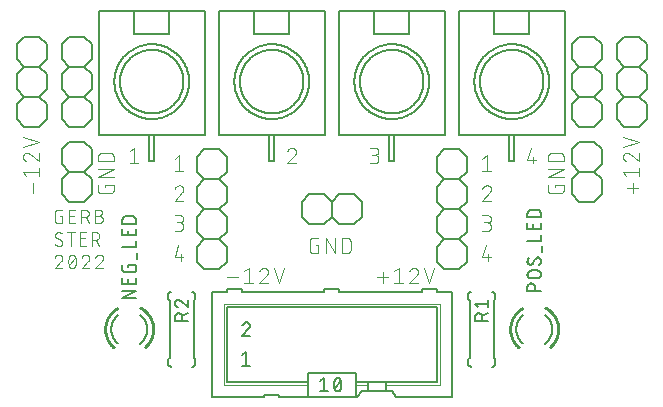
<source format=gto>
G04 EAGLE Gerber RS-274X export*
G75*
%MOMM*%
%FSLAX34Y34*%
%LPD*%
%INSilkscreen Top*%
%IPPOS*%
%AMOC8*
5,1,8,0,0,1.08239X$1,22.5*%
G01*
%ADD10C,0.101600*%
%ADD11C,0.152400*%
%ADD12C,0.254000*%
%ADD13C,0.127000*%
%ADD14C,0.050800*%


D10*
X534106Y171958D02*
X534106Y180763D01*
X538508Y176361D02*
X529703Y176361D01*
X528969Y186347D02*
X526034Y190016D01*
X539242Y190016D01*
X539242Y186347D02*
X539242Y193685D01*
X529336Y206486D02*
X529223Y206484D01*
X529111Y206478D01*
X528998Y206469D01*
X528886Y206455D01*
X528775Y206438D01*
X528664Y206417D01*
X528554Y206392D01*
X528445Y206364D01*
X528337Y206331D01*
X528230Y206295D01*
X528125Y206256D01*
X528020Y206213D01*
X527918Y206166D01*
X527817Y206116D01*
X527718Y206062D01*
X527620Y206005D01*
X527525Y205945D01*
X527432Y205882D01*
X527341Y205815D01*
X527252Y205745D01*
X527166Y205673D01*
X527082Y205597D01*
X527001Y205519D01*
X526923Y205438D01*
X526847Y205354D01*
X526775Y205268D01*
X526705Y205179D01*
X526638Y205088D01*
X526575Y204995D01*
X526515Y204900D01*
X526458Y204802D01*
X526404Y204703D01*
X526354Y204602D01*
X526307Y204500D01*
X526264Y204395D01*
X526225Y204290D01*
X526189Y204183D01*
X526156Y204075D01*
X526128Y203966D01*
X526103Y203856D01*
X526082Y203745D01*
X526065Y203634D01*
X526051Y203522D01*
X526042Y203409D01*
X526036Y203297D01*
X526034Y203184D01*
X526036Y203057D01*
X526042Y202930D01*
X526051Y202803D01*
X526064Y202677D01*
X526081Y202551D01*
X526102Y202426D01*
X526127Y202301D01*
X526155Y202178D01*
X526187Y202055D01*
X526223Y201933D01*
X526262Y201812D01*
X526305Y201692D01*
X526351Y201574D01*
X526401Y201457D01*
X526455Y201342D01*
X526512Y201229D01*
X526572Y201117D01*
X526635Y201007D01*
X526702Y200899D01*
X526772Y200793D01*
X526845Y200689D01*
X526922Y200587D01*
X527001Y200488D01*
X527083Y200391D01*
X527168Y200297D01*
X527256Y200205D01*
X527346Y200116D01*
X527440Y200030D01*
X527535Y199946D01*
X527633Y199866D01*
X527734Y199788D01*
X527837Y199713D01*
X527942Y199642D01*
X528049Y199574D01*
X528158Y199509D01*
X528269Y199447D01*
X528382Y199388D01*
X528496Y199333D01*
X528612Y199282D01*
X528730Y199234D01*
X528849Y199189D01*
X528969Y199148D01*
X531904Y205385D02*
X531824Y205467D01*
X531741Y205546D01*
X531655Y205623D01*
X531567Y205697D01*
X531476Y205767D01*
X531384Y205835D01*
X531289Y205900D01*
X531192Y205962D01*
X531093Y206020D01*
X530992Y206076D01*
X530890Y206128D01*
X530786Y206176D01*
X530680Y206221D01*
X530573Y206263D01*
X530465Y206302D01*
X530355Y206336D01*
X530245Y206368D01*
X530133Y206395D01*
X530021Y206419D01*
X529908Y206440D01*
X529794Y206456D01*
X529680Y206469D01*
X529566Y206479D01*
X529451Y206484D01*
X529336Y206486D01*
X531904Y205385D02*
X539242Y199148D01*
X539242Y206486D01*
X539242Y215619D02*
X526034Y211216D01*
X526034Y220021D02*
X539242Y215619D01*
X26106Y180763D02*
X26106Y171958D01*
X20969Y186347D02*
X18034Y190016D01*
X31242Y190016D01*
X31242Y186347D02*
X31242Y193685D01*
X21336Y206486D02*
X21223Y206484D01*
X21111Y206478D01*
X20998Y206469D01*
X20886Y206455D01*
X20775Y206438D01*
X20664Y206417D01*
X20554Y206392D01*
X20445Y206364D01*
X20337Y206331D01*
X20230Y206295D01*
X20125Y206256D01*
X20020Y206213D01*
X19918Y206166D01*
X19817Y206116D01*
X19718Y206062D01*
X19620Y206005D01*
X19525Y205945D01*
X19432Y205882D01*
X19341Y205815D01*
X19252Y205745D01*
X19166Y205673D01*
X19082Y205597D01*
X19001Y205519D01*
X18923Y205438D01*
X18847Y205354D01*
X18775Y205268D01*
X18705Y205179D01*
X18638Y205088D01*
X18575Y204995D01*
X18515Y204900D01*
X18458Y204802D01*
X18404Y204703D01*
X18354Y204602D01*
X18307Y204500D01*
X18264Y204395D01*
X18225Y204290D01*
X18189Y204183D01*
X18156Y204075D01*
X18128Y203966D01*
X18103Y203856D01*
X18082Y203745D01*
X18065Y203634D01*
X18051Y203522D01*
X18042Y203409D01*
X18036Y203297D01*
X18034Y203184D01*
X18036Y203057D01*
X18042Y202930D01*
X18051Y202803D01*
X18064Y202677D01*
X18081Y202551D01*
X18102Y202426D01*
X18127Y202301D01*
X18155Y202178D01*
X18187Y202055D01*
X18223Y201933D01*
X18262Y201812D01*
X18305Y201692D01*
X18351Y201574D01*
X18401Y201457D01*
X18455Y201342D01*
X18512Y201229D01*
X18572Y201117D01*
X18635Y201007D01*
X18702Y200899D01*
X18772Y200793D01*
X18845Y200689D01*
X18922Y200587D01*
X19001Y200488D01*
X19083Y200391D01*
X19168Y200297D01*
X19256Y200205D01*
X19346Y200116D01*
X19440Y200030D01*
X19535Y199946D01*
X19633Y199866D01*
X19734Y199788D01*
X19837Y199713D01*
X19942Y199642D01*
X20049Y199574D01*
X20158Y199509D01*
X20269Y199447D01*
X20382Y199388D01*
X20496Y199333D01*
X20612Y199282D01*
X20730Y199234D01*
X20849Y199189D01*
X20969Y199148D01*
X23904Y205385D02*
X23824Y205467D01*
X23741Y205546D01*
X23655Y205623D01*
X23567Y205697D01*
X23476Y205767D01*
X23384Y205835D01*
X23289Y205900D01*
X23192Y205962D01*
X23093Y206020D01*
X22992Y206076D01*
X22890Y206128D01*
X22786Y206176D01*
X22680Y206221D01*
X22573Y206263D01*
X22465Y206302D01*
X22355Y206336D01*
X22245Y206368D01*
X22133Y206395D01*
X22021Y206419D01*
X21908Y206440D01*
X21794Y206456D01*
X21680Y206469D01*
X21566Y206479D01*
X21451Y206484D01*
X21336Y206486D01*
X23904Y205385D02*
X31242Y199148D01*
X31242Y206486D01*
X31242Y215619D02*
X18034Y211216D01*
X18034Y220021D02*
X31242Y215619D01*
X87404Y179296D02*
X87404Y177094D01*
X87404Y179296D02*
X94742Y179296D01*
X94742Y174893D01*
X94740Y174786D01*
X94734Y174679D01*
X94724Y174572D01*
X94711Y174466D01*
X94693Y174360D01*
X94672Y174255D01*
X94647Y174151D01*
X94618Y174047D01*
X94585Y173945D01*
X94548Y173845D01*
X94508Y173745D01*
X94464Y173647D01*
X94417Y173551D01*
X94366Y173457D01*
X94312Y173364D01*
X94255Y173274D01*
X94194Y173185D01*
X94130Y173099D01*
X94063Y173016D01*
X93993Y172934D01*
X93920Y172856D01*
X93844Y172780D01*
X93766Y172707D01*
X93684Y172637D01*
X93601Y172570D01*
X93515Y172506D01*
X93426Y172445D01*
X93336Y172388D01*
X93243Y172334D01*
X93149Y172283D01*
X93053Y172236D01*
X92955Y172192D01*
X92855Y172152D01*
X92755Y172115D01*
X92653Y172082D01*
X92549Y172053D01*
X92445Y172028D01*
X92340Y172007D01*
X92234Y171989D01*
X92128Y171976D01*
X92021Y171966D01*
X91914Y171960D01*
X91807Y171958D01*
X84469Y171958D01*
X84362Y171960D01*
X84255Y171966D01*
X84148Y171976D01*
X84042Y171989D01*
X83936Y172007D01*
X83831Y172028D01*
X83727Y172053D01*
X83623Y172082D01*
X83521Y172115D01*
X83421Y172152D01*
X83321Y172192D01*
X83223Y172236D01*
X83127Y172283D01*
X83033Y172334D01*
X82940Y172388D01*
X82850Y172445D01*
X82761Y172506D01*
X82675Y172570D01*
X82592Y172637D01*
X82510Y172707D01*
X82432Y172780D01*
X82356Y172856D01*
X82283Y172934D01*
X82213Y173016D01*
X82146Y173099D01*
X82082Y173185D01*
X82021Y173274D01*
X81964Y173364D01*
X81910Y173457D01*
X81859Y173551D01*
X81812Y173647D01*
X81768Y173745D01*
X81728Y173845D01*
X81691Y173945D01*
X81658Y174047D01*
X81629Y174151D01*
X81604Y174255D01*
X81583Y174360D01*
X81565Y174466D01*
X81552Y174572D01*
X81542Y174679D01*
X81536Y174786D01*
X81534Y174893D01*
X81534Y179296D01*
X81534Y185613D02*
X94742Y185613D01*
X94742Y192951D02*
X81534Y185613D01*
X81534Y192951D02*
X94742Y192951D01*
X94742Y199268D02*
X81534Y199268D01*
X81534Y202937D01*
X81536Y203057D01*
X81542Y203177D01*
X81552Y203297D01*
X81565Y203416D01*
X81583Y203535D01*
X81604Y203653D01*
X81630Y203770D01*
X81659Y203887D01*
X81692Y204002D01*
X81729Y204116D01*
X81769Y204229D01*
X81813Y204341D01*
X81861Y204451D01*
X81912Y204560D01*
X81967Y204667D01*
X82026Y204772D01*
X82087Y204874D01*
X82152Y204975D01*
X82221Y205074D01*
X82292Y205171D01*
X82367Y205265D01*
X82445Y205356D01*
X82525Y205445D01*
X82609Y205531D01*
X82695Y205615D01*
X82784Y205696D01*
X82875Y205773D01*
X82969Y205848D01*
X83066Y205919D01*
X83165Y205988D01*
X83266Y206053D01*
X83369Y206114D01*
X83473Y206173D01*
X83580Y206228D01*
X83689Y206279D01*
X83799Y206327D01*
X83911Y206371D01*
X84024Y206411D01*
X84138Y206448D01*
X84253Y206481D01*
X84370Y206510D01*
X84487Y206536D01*
X84605Y206557D01*
X84724Y206575D01*
X84843Y206588D01*
X84963Y206598D01*
X85083Y206604D01*
X85203Y206606D01*
X91073Y206606D01*
X91193Y206604D01*
X91313Y206598D01*
X91433Y206588D01*
X91552Y206575D01*
X91671Y206557D01*
X91789Y206536D01*
X91906Y206510D01*
X92023Y206481D01*
X92138Y206448D01*
X92252Y206411D01*
X92365Y206371D01*
X92477Y206327D01*
X92587Y206279D01*
X92696Y206228D01*
X92803Y206173D01*
X92908Y206114D01*
X93010Y206053D01*
X93111Y205988D01*
X93210Y205919D01*
X93307Y205848D01*
X93401Y205773D01*
X93492Y205696D01*
X93581Y205615D01*
X93667Y205531D01*
X93751Y205445D01*
X93832Y205356D01*
X93909Y205265D01*
X93984Y205171D01*
X94055Y205074D01*
X94124Y204975D01*
X94189Y204874D01*
X94250Y204772D01*
X94309Y204667D01*
X94364Y204560D01*
X94415Y204451D01*
X94463Y204341D01*
X94507Y204229D01*
X94547Y204116D01*
X94584Y204002D01*
X94617Y203887D01*
X94646Y203770D01*
X94672Y203653D01*
X94693Y203535D01*
X94711Y203416D01*
X94724Y203297D01*
X94734Y203177D01*
X94740Y203057D01*
X94742Y202937D01*
X94742Y199268D01*
X265994Y128496D02*
X268196Y128496D01*
X268196Y121158D01*
X263793Y121158D01*
X263686Y121160D01*
X263579Y121166D01*
X263472Y121176D01*
X263366Y121189D01*
X263260Y121207D01*
X263155Y121228D01*
X263051Y121253D01*
X262947Y121282D01*
X262845Y121315D01*
X262745Y121352D01*
X262645Y121392D01*
X262547Y121436D01*
X262451Y121483D01*
X262357Y121534D01*
X262264Y121588D01*
X262174Y121645D01*
X262085Y121706D01*
X261999Y121770D01*
X261916Y121837D01*
X261834Y121907D01*
X261756Y121980D01*
X261680Y122056D01*
X261607Y122134D01*
X261537Y122216D01*
X261470Y122299D01*
X261406Y122385D01*
X261345Y122474D01*
X261288Y122564D01*
X261234Y122657D01*
X261183Y122751D01*
X261136Y122847D01*
X261092Y122945D01*
X261052Y123045D01*
X261015Y123145D01*
X260982Y123247D01*
X260953Y123351D01*
X260928Y123455D01*
X260907Y123560D01*
X260889Y123666D01*
X260876Y123772D01*
X260866Y123879D01*
X260860Y123986D01*
X260858Y124093D01*
X260858Y131431D01*
X260860Y131538D01*
X260866Y131645D01*
X260876Y131752D01*
X260889Y131858D01*
X260907Y131964D01*
X260928Y132069D01*
X260953Y132173D01*
X260982Y132277D01*
X261015Y132379D01*
X261052Y132479D01*
X261092Y132579D01*
X261136Y132677D01*
X261183Y132773D01*
X261234Y132867D01*
X261288Y132960D01*
X261345Y133050D01*
X261406Y133139D01*
X261470Y133225D01*
X261537Y133308D01*
X261607Y133390D01*
X261680Y133468D01*
X261756Y133544D01*
X261834Y133617D01*
X261916Y133687D01*
X261999Y133754D01*
X262085Y133818D01*
X262174Y133879D01*
X262264Y133936D01*
X262357Y133990D01*
X262451Y134041D01*
X262547Y134088D01*
X262645Y134132D01*
X262745Y134172D01*
X262845Y134209D01*
X262947Y134242D01*
X263051Y134271D01*
X263155Y134296D01*
X263260Y134317D01*
X263366Y134335D01*
X263472Y134348D01*
X263579Y134358D01*
X263686Y134364D01*
X263793Y134366D01*
X268196Y134366D01*
X274513Y134366D02*
X274513Y121158D01*
X281851Y121158D02*
X274513Y134366D01*
X281851Y134366D02*
X281851Y121158D01*
X288168Y121158D02*
X288168Y134366D01*
X291837Y134366D01*
X291957Y134364D01*
X292077Y134358D01*
X292197Y134348D01*
X292316Y134335D01*
X292435Y134317D01*
X292553Y134296D01*
X292670Y134270D01*
X292787Y134241D01*
X292902Y134208D01*
X293016Y134171D01*
X293129Y134131D01*
X293241Y134087D01*
X293351Y134039D01*
X293460Y133988D01*
X293567Y133933D01*
X293672Y133874D01*
X293774Y133813D01*
X293875Y133748D01*
X293974Y133679D01*
X294071Y133608D01*
X294165Y133533D01*
X294256Y133456D01*
X294345Y133375D01*
X294431Y133291D01*
X294515Y133205D01*
X294596Y133116D01*
X294673Y133025D01*
X294748Y132931D01*
X294819Y132834D01*
X294888Y132735D01*
X294953Y132634D01*
X295014Y132532D01*
X295073Y132427D01*
X295128Y132320D01*
X295179Y132211D01*
X295227Y132101D01*
X295271Y131989D01*
X295311Y131876D01*
X295348Y131762D01*
X295381Y131647D01*
X295410Y131530D01*
X295436Y131413D01*
X295457Y131295D01*
X295475Y131176D01*
X295488Y131057D01*
X295498Y130937D01*
X295504Y130817D01*
X295506Y130697D01*
X295506Y124827D01*
X295504Y124707D01*
X295498Y124587D01*
X295488Y124467D01*
X295475Y124348D01*
X295457Y124229D01*
X295436Y124111D01*
X295410Y123994D01*
X295381Y123877D01*
X295348Y123762D01*
X295311Y123648D01*
X295271Y123535D01*
X295227Y123423D01*
X295179Y123313D01*
X295128Y123204D01*
X295073Y123097D01*
X295014Y122993D01*
X294953Y122890D01*
X294888Y122789D01*
X294819Y122690D01*
X294748Y122593D01*
X294673Y122499D01*
X294596Y122408D01*
X294515Y122319D01*
X294431Y122233D01*
X294345Y122149D01*
X294256Y122068D01*
X294165Y121991D01*
X294071Y121916D01*
X293974Y121845D01*
X293875Y121776D01*
X293774Y121711D01*
X293672Y121650D01*
X293567Y121591D01*
X293460Y121536D01*
X293351Y121485D01*
X293241Y121437D01*
X293129Y121393D01*
X293016Y121353D01*
X292902Y121316D01*
X292787Y121283D01*
X292670Y121254D01*
X292553Y121228D01*
X292435Y121207D01*
X292316Y121189D01*
X292197Y121176D01*
X292077Y121166D01*
X291957Y121160D01*
X291837Y121158D01*
X288168Y121158D01*
X468404Y177094D02*
X468404Y179296D01*
X475742Y179296D01*
X475742Y174893D01*
X475740Y174786D01*
X475734Y174679D01*
X475724Y174572D01*
X475711Y174466D01*
X475693Y174360D01*
X475672Y174255D01*
X475647Y174151D01*
X475618Y174047D01*
X475585Y173945D01*
X475548Y173845D01*
X475508Y173745D01*
X475464Y173647D01*
X475417Y173551D01*
X475366Y173457D01*
X475312Y173364D01*
X475255Y173274D01*
X475194Y173185D01*
X475130Y173099D01*
X475063Y173016D01*
X474993Y172934D01*
X474920Y172856D01*
X474844Y172780D01*
X474766Y172707D01*
X474684Y172637D01*
X474601Y172570D01*
X474515Y172506D01*
X474426Y172445D01*
X474336Y172388D01*
X474243Y172334D01*
X474149Y172283D01*
X474053Y172236D01*
X473955Y172192D01*
X473855Y172152D01*
X473755Y172115D01*
X473653Y172082D01*
X473549Y172053D01*
X473445Y172028D01*
X473340Y172007D01*
X473234Y171989D01*
X473128Y171976D01*
X473021Y171966D01*
X472914Y171960D01*
X472807Y171958D01*
X465469Y171958D01*
X465362Y171960D01*
X465255Y171966D01*
X465148Y171976D01*
X465042Y171989D01*
X464936Y172007D01*
X464831Y172028D01*
X464727Y172053D01*
X464623Y172082D01*
X464521Y172115D01*
X464421Y172152D01*
X464321Y172192D01*
X464223Y172236D01*
X464127Y172283D01*
X464033Y172334D01*
X463940Y172388D01*
X463850Y172445D01*
X463761Y172506D01*
X463675Y172570D01*
X463592Y172637D01*
X463510Y172707D01*
X463432Y172780D01*
X463356Y172856D01*
X463283Y172934D01*
X463213Y173016D01*
X463146Y173099D01*
X463082Y173185D01*
X463021Y173274D01*
X462964Y173364D01*
X462910Y173457D01*
X462859Y173551D01*
X462812Y173647D01*
X462768Y173745D01*
X462728Y173845D01*
X462691Y173945D01*
X462658Y174047D01*
X462629Y174151D01*
X462604Y174255D01*
X462583Y174360D01*
X462565Y174466D01*
X462552Y174572D01*
X462542Y174679D01*
X462536Y174786D01*
X462534Y174893D01*
X462534Y179296D01*
X462534Y185613D02*
X475742Y185613D01*
X475742Y192951D02*
X462534Y185613D01*
X462534Y192951D02*
X475742Y192951D01*
X475742Y199268D02*
X462534Y199268D01*
X462534Y202937D01*
X462536Y203057D01*
X462542Y203177D01*
X462552Y203297D01*
X462565Y203416D01*
X462583Y203535D01*
X462604Y203653D01*
X462630Y203770D01*
X462659Y203887D01*
X462692Y204002D01*
X462729Y204116D01*
X462769Y204229D01*
X462813Y204341D01*
X462861Y204451D01*
X462912Y204560D01*
X462967Y204667D01*
X463026Y204772D01*
X463087Y204874D01*
X463152Y204975D01*
X463221Y205074D01*
X463292Y205171D01*
X463367Y205265D01*
X463445Y205356D01*
X463525Y205445D01*
X463609Y205531D01*
X463695Y205615D01*
X463784Y205696D01*
X463875Y205773D01*
X463969Y205848D01*
X464066Y205919D01*
X464165Y205988D01*
X464266Y206053D01*
X464369Y206114D01*
X464473Y206173D01*
X464580Y206228D01*
X464689Y206279D01*
X464799Y206327D01*
X464911Y206371D01*
X465024Y206411D01*
X465138Y206448D01*
X465253Y206481D01*
X465370Y206510D01*
X465487Y206536D01*
X465605Y206557D01*
X465724Y206575D01*
X465843Y206588D01*
X465963Y206598D01*
X466083Y206604D01*
X466203Y206606D01*
X472073Y206606D01*
X472193Y206604D01*
X472313Y206598D01*
X472433Y206588D01*
X472552Y206575D01*
X472671Y206557D01*
X472789Y206536D01*
X472906Y206510D01*
X473023Y206481D01*
X473138Y206448D01*
X473252Y206411D01*
X473365Y206371D01*
X473477Y206327D01*
X473587Y206279D01*
X473696Y206228D01*
X473803Y206173D01*
X473908Y206114D01*
X474010Y206053D01*
X474111Y205988D01*
X474210Y205919D01*
X474307Y205848D01*
X474401Y205773D01*
X474492Y205696D01*
X474581Y205615D01*
X474667Y205531D01*
X474751Y205445D01*
X474832Y205356D01*
X474909Y205265D01*
X474984Y205171D01*
X475055Y205074D01*
X475124Y204975D01*
X475189Y204874D01*
X475250Y204772D01*
X475309Y204667D01*
X475364Y204560D01*
X475415Y204451D01*
X475463Y204341D01*
X475507Y204229D01*
X475547Y204116D01*
X475584Y204002D01*
X475617Y203887D01*
X475646Y203770D01*
X475672Y203653D01*
X475693Y203535D01*
X475711Y203416D01*
X475724Y203297D01*
X475734Y203177D01*
X475740Y203057D01*
X475742Y202937D01*
X475742Y199268D01*
X112127Y210566D02*
X108458Y207631D01*
X112127Y210566D02*
X112127Y197358D01*
X108458Y197358D02*
X115796Y197358D01*
X245844Y210566D02*
X245957Y210564D01*
X246069Y210558D01*
X246182Y210549D01*
X246294Y210535D01*
X246405Y210518D01*
X246516Y210497D01*
X246626Y210472D01*
X246735Y210444D01*
X246843Y210411D01*
X246950Y210375D01*
X247055Y210336D01*
X247160Y210293D01*
X247262Y210246D01*
X247363Y210196D01*
X247462Y210142D01*
X247560Y210085D01*
X247655Y210025D01*
X247748Y209962D01*
X247839Y209895D01*
X247928Y209825D01*
X248014Y209753D01*
X248098Y209677D01*
X248179Y209599D01*
X248257Y209518D01*
X248333Y209434D01*
X248405Y209348D01*
X248475Y209259D01*
X248542Y209168D01*
X248605Y209075D01*
X248665Y208980D01*
X248722Y208882D01*
X248776Y208783D01*
X248826Y208682D01*
X248873Y208580D01*
X248916Y208475D01*
X248955Y208370D01*
X248991Y208263D01*
X249024Y208155D01*
X249052Y208046D01*
X249077Y207936D01*
X249098Y207825D01*
X249115Y207714D01*
X249129Y207602D01*
X249138Y207489D01*
X249144Y207377D01*
X249146Y207264D01*
X245844Y210566D02*
X245717Y210564D01*
X245590Y210558D01*
X245463Y210549D01*
X245337Y210536D01*
X245211Y210519D01*
X245086Y210498D01*
X244961Y210473D01*
X244838Y210445D01*
X244715Y210413D01*
X244593Y210377D01*
X244472Y210338D01*
X244352Y210295D01*
X244234Y210249D01*
X244117Y210199D01*
X244002Y210145D01*
X243889Y210088D01*
X243777Y210028D01*
X243667Y209965D01*
X243559Y209898D01*
X243453Y209828D01*
X243349Y209755D01*
X243247Y209678D01*
X243148Y209599D01*
X243051Y209517D01*
X242957Y209432D01*
X242865Y209344D01*
X242776Y209254D01*
X242690Y209160D01*
X242606Y209065D01*
X242526Y208967D01*
X242448Y208866D01*
X242373Y208763D01*
X242302Y208658D01*
X242234Y208551D01*
X242169Y208442D01*
X242107Y208331D01*
X242048Y208218D01*
X241993Y208104D01*
X241942Y207988D01*
X241894Y207870D01*
X241849Y207751D01*
X241808Y207631D01*
X248045Y204696D02*
X248127Y204776D01*
X248206Y204859D01*
X248283Y204945D01*
X248357Y205033D01*
X248427Y205124D01*
X248495Y205216D01*
X248560Y205311D01*
X248622Y205408D01*
X248680Y205507D01*
X248736Y205608D01*
X248788Y205710D01*
X248836Y205814D01*
X248881Y205920D01*
X248923Y206027D01*
X248962Y206135D01*
X248996Y206245D01*
X249028Y206355D01*
X249055Y206467D01*
X249079Y206579D01*
X249100Y206692D01*
X249116Y206806D01*
X249129Y206920D01*
X249139Y207034D01*
X249144Y207149D01*
X249146Y207264D01*
X248045Y204696D02*
X241808Y197358D01*
X249146Y197358D01*
X311658Y197358D02*
X315327Y197358D01*
X315447Y197360D01*
X315567Y197366D01*
X315687Y197376D01*
X315806Y197389D01*
X315925Y197407D01*
X316043Y197428D01*
X316160Y197454D01*
X316277Y197483D01*
X316392Y197516D01*
X316506Y197553D01*
X316619Y197593D01*
X316731Y197637D01*
X316841Y197685D01*
X316950Y197736D01*
X317057Y197791D01*
X317162Y197850D01*
X317264Y197911D01*
X317365Y197976D01*
X317464Y198045D01*
X317561Y198116D01*
X317655Y198191D01*
X317746Y198268D01*
X317835Y198349D01*
X317921Y198433D01*
X318005Y198519D01*
X318086Y198608D01*
X318163Y198699D01*
X318238Y198793D01*
X318309Y198890D01*
X318378Y198989D01*
X318443Y199090D01*
X318504Y199193D01*
X318563Y199297D01*
X318618Y199404D01*
X318669Y199513D01*
X318717Y199623D01*
X318761Y199735D01*
X318801Y199848D01*
X318838Y199962D01*
X318871Y200077D01*
X318900Y200194D01*
X318926Y200311D01*
X318947Y200429D01*
X318965Y200548D01*
X318978Y200667D01*
X318988Y200787D01*
X318994Y200907D01*
X318996Y201027D01*
X318994Y201147D01*
X318988Y201267D01*
X318978Y201387D01*
X318965Y201506D01*
X318947Y201625D01*
X318926Y201743D01*
X318900Y201860D01*
X318871Y201977D01*
X318838Y202092D01*
X318801Y202206D01*
X318761Y202319D01*
X318717Y202431D01*
X318669Y202541D01*
X318618Y202650D01*
X318563Y202757D01*
X318504Y202862D01*
X318443Y202964D01*
X318378Y203065D01*
X318309Y203164D01*
X318238Y203261D01*
X318163Y203355D01*
X318086Y203446D01*
X318005Y203535D01*
X317921Y203621D01*
X317835Y203705D01*
X317746Y203786D01*
X317655Y203863D01*
X317561Y203938D01*
X317464Y204009D01*
X317365Y204078D01*
X317264Y204143D01*
X317161Y204204D01*
X317057Y204263D01*
X316950Y204318D01*
X316841Y204369D01*
X316731Y204417D01*
X316619Y204461D01*
X316506Y204501D01*
X316392Y204538D01*
X316277Y204571D01*
X316160Y204600D01*
X316043Y204626D01*
X315925Y204647D01*
X315806Y204665D01*
X315687Y204678D01*
X315567Y204688D01*
X315447Y204694D01*
X315327Y204696D01*
X316061Y210566D02*
X311658Y210566D01*
X316061Y210566D02*
X316168Y210564D01*
X316275Y210558D01*
X316382Y210548D01*
X316488Y210535D01*
X316594Y210517D01*
X316699Y210496D01*
X316803Y210471D01*
X316907Y210442D01*
X317009Y210409D01*
X317109Y210372D01*
X317209Y210332D01*
X317307Y210288D01*
X317403Y210241D01*
X317497Y210190D01*
X317590Y210136D01*
X317680Y210079D01*
X317769Y210018D01*
X317855Y209954D01*
X317938Y209887D01*
X318020Y209817D01*
X318098Y209744D01*
X318174Y209668D01*
X318247Y209590D01*
X318317Y209508D01*
X318384Y209425D01*
X318448Y209339D01*
X318509Y209250D01*
X318566Y209160D01*
X318620Y209067D01*
X318671Y208973D01*
X318718Y208877D01*
X318762Y208779D01*
X318802Y208679D01*
X318839Y208579D01*
X318872Y208477D01*
X318901Y208373D01*
X318926Y208269D01*
X318947Y208164D01*
X318965Y208058D01*
X318978Y207952D01*
X318988Y207845D01*
X318994Y207738D01*
X318996Y207631D01*
X318994Y207524D01*
X318988Y207417D01*
X318978Y207310D01*
X318965Y207204D01*
X318947Y207098D01*
X318926Y206993D01*
X318901Y206889D01*
X318872Y206785D01*
X318839Y206683D01*
X318802Y206583D01*
X318762Y206483D01*
X318718Y206385D01*
X318671Y206289D01*
X318620Y206195D01*
X318566Y206102D01*
X318509Y206012D01*
X318448Y205923D01*
X318384Y205837D01*
X318317Y205754D01*
X318247Y205672D01*
X318174Y205594D01*
X318098Y205518D01*
X318020Y205445D01*
X317938Y205375D01*
X317855Y205308D01*
X317769Y205244D01*
X317680Y205183D01*
X317590Y205126D01*
X317497Y205072D01*
X317403Y205021D01*
X317307Y204974D01*
X317209Y204930D01*
X317109Y204890D01*
X317009Y204853D01*
X316907Y204820D01*
X316803Y204791D01*
X316699Y204766D01*
X316594Y204745D01*
X316488Y204727D01*
X316382Y204714D01*
X316275Y204704D01*
X316168Y204698D01*
X316061Y204696D01*
X313126Y204696D01*
X445008Y200293D02*
X447943Y210566D01*
X445008Y200293D02*
X452346Y200293D01*
X450144Y203228D02*
X450144Y197358D01*
X150227Y204216D02*
X146558Y201281D01*
X150227Y204216D02*
X150227Y191008D01*
X146558Y191008D02*
X153896Y191008D01*
X406908Y201281D02*
X410577Y204216D01*
X410577Y191008D01*
X406908Y191008D02*
X414246Y191008D01*
X153896Y175514D02*
X153894Y175627D01*
X153888Y175739D01*
X153879Y175852D01*
X153865Y175964D01*
X153848Y176075D01*
X153827Y176186D01*
X153802Y176296D01*
X153774Y176405D01*
X153741Y176513D01*
X153705Y176620D01*
X153666Y176725D01*
X153623Y176830D01*
X153576Y176932D01*
X153526Y177033D01*
X153472Y177132D01*
X153415Y177230D01*
X153355Y177325D01*
X153292Y177418D01*
X153225Y177509D01*
X153155Y177598D01*
X153083Y177684D01*
X153007Y177768D01*
X152929Y177849D01*
X152848Y177927D01*
X152764Y178003D01*
X152678Y178075D01*
X152589Y178145D01*
X152498Y178212D01*
X152405Y178275D01*
X152310Y178335D01*
X152212Y178392D01*
X152113Y178446D01*
X152012Y178496D01*
X151910Y178543D01*
X151805Y178586D01*
X151700Y178625D01*
X151593Y178661D01*
X151485Y178694D01*
X151376Y178722D01*
X151266Y178747D01*
X151155Y178768D01*
X151044Y178785D01*
X150932Y178799D01*
X150819Y178808D01*
X150707Y178814D01*
X150594Y178816D01*
X150467Y178814D01*
X150340Y178808D01*
X150213Y178799D01*
X150087Y178786D01*
X149961Y178769D01*
X149836Y178748D01*
X149711Y178723D01*
X149588Y178695D01*
X149465Y178663D01*
X149343Y178627D01*
X149222Y178588D01*
X149102Y178545D01*
X148984Y178499D01*
X148867Y178449D01*
X148752Y178395D01*
X148639Y178338D01*
X148527Y178278D01*
X148417Y178215D01*
X148309Y178148D01*
X148203Y178078D01*
X148099Y178005D01*
X147997Y177928D01*
X147898Y177849D01*
X147801Y177767D01*
X147707Y177682D01*
X147615Y177594D01*
X147526Y177504D01*
X147440Y177410D01*
X147356Y177315D01*
X147276Y177217D01*
X147198Y177116D01*
X147123Y177013D01*
X147052Y176908D01*
X146984Y176801D01*
X146919Y176692D01*
X146857Y176581D01*
X146798Y176468D01*
X146743Y176354D01*
X146692Y176238D01*
X146644Y176120D01*
X146599Y176001D01*
X146558Y175881D01*
X152795Y172946D02*
X152877Y173026D01*
X152956Y173109D01*
X153033Y173195D01*
X153107Y173283D01*
X153177Y173374D01*
X153245Y173466D01*
X153310Y173561D01*
X153372Y173658D01*
X153430Y173757D01*
X153486Y173858D01*
X153538Y173960D01*
X153586Y174064D01*
X153631Y174170D01*
X153673Y174277D01*
X153712Y174385D01*
X153746Y174495D01*
X153778Y174605D01*
X153805Y174717D01*
X153829Y174829D01*
X153850Y174942D01*
X153866Y175056D01*
X153879Y175170D01*
X153889Y175284D01*
X153894Y175399D01*
X153896Y175514D01*
X152795Y172946D02*
X146558Y165608D01*
X153896Y165608D01*
X410944Y178816D02*
X411057Y178814D01*
X411169Y178808D01*
X411282Y178799D01*
X411394Y178785D01*
X411505Y178768D01*
X411616Y178747D01*
X411726Y178722D01*
X411835Y178694D01*
X411943Y178661D01*
X412050Y178625D01*
X412155Y178586D01*
X412260Y178543D01*
X412362Y178496D01*
X412463Y178446D01*
X412562Y178392D01*
X412660Y178335D01*
X412755Y178275D01*
X412848Y178212D01*
X412939Y178145D01*
X413028Y178075D01*
X413114Y178003D01*
X413198Y177927D01*
X413279Y177849D01*
X413357Y177768D01*
X413433Y177684D01*
X413505Y177598D01*
X413575Y177509D01*
X413642Y177418D01*
X413705Y177325D01*
X413765Y177230D01*
X413822Y177132D01*
X413876Y177033D01*
X413926Y176932D01*
X413973Y176830D01*
X414016Y176725D01*
X414055Y176620D01*
X414091Y176513D01*
X414124Y176405D01*
X414152Y176296D01*
X414177Y176186D01*
X414198Y176075D01*
X414215Y175964D01*
X414229Y175852D01*
X414238Y175739D01*
X414244Y175627D01*
X414246Y175514D01*
X410944Y178816D02*
X410817Y178814D01*
X410690Y178808D01*
X410563Y178799D01*
X410437Y178786D01*
X410311Y178769D01*
X410186Y178748D01*
X410061Y178723D01*
X409938Y178695D01*
X409815Y178663D01*
X409693Y178627D01*
X409572Y178588D01*
X409452Y178545D01*
X409334Y178499D01*
X409217Y178449D01*
X409102Y178395D01*
X408989Y178338D01*
X408877Y178278D01*
X408767Y178215D01*
X408659Y178148D01*
X408553Y178078D01*
X408449Y178005D01*
X408347Y177928D01*
X408248Y177849D01*
X408151Y177767D01*
X408057Y177682D01*
X407965Y177594D01*
X407876Y177504D01*
X407790Y177410D01*
X407706Y177315D01*
X407626Y177217D01*
X407548Y177116D01*
X407473Y177013D01*
X407402Y176908D01*
X407334Y176801D01*
X407269Y176692D01*
X407207Y176581D01*
X407148Y176468D01*
X407093Y176354D01*
X407042Y176238D01*
X406994Y176120D01*
X406949Y176001D01*
X406908Y175881D01*
X413145Y172946D02*
X413227Y173026D01*
X413306Y173109D01*
X413383Y173195D01*
X413457Y173283D01*
X413527Y173374D01*
X413595Y173466D01*
X413660Y173561D01*
X413722Y173658D01*
X413780Y173757D01*
X413836Y173858D01*
X413888Y173960D01*
X413936Y174064D01*
X413981Y174170D01*
X414023Y174277D01*
X414062Y174385D01*
X414096Y174495D01*
X414128Y174605D01*
X414155Y174717D01*
X414179Y174829D01*
X414200Y174942D01*
X414216Y175056D01*
X414229Y175170D01*
X414239Y175284D01*
X414244Y175399D01*
X414246Y175514D01*
X413145Y172946D02*
X406908Y165608D01*
X414246Y165608D01*
X410577Y140208D02*
X406908Y140208D01*
X410577Y140208D02*
X410697Y140210D01*
X410817Y140216D01*
X410937Y140226D01*
X411056Y140239D01*
X411175Y140257D01*
X411293Y140278D01*
X411410Y140304D01*
X411527Y140333D01*
X411642Y140366D01*
X411756Y140403D01*
X411869Y140443D01*
X411981Y140487D01*
X412091Y140535D01*
X412200Y140586D01*
X412307Y140641D01*
X412412Y140700D01*
X412514Y140761D01*
X412615Y140826D01*
X412714Y140895D01*
X412811Y140966D01*
X412905Y141041D01*
X412996Y141118D01*
X413085Y141199D01*
X413171Y141283D01*
X413255Y141369D01*
X413336Y141458D01*
X413413Y141549D01*
X413488Y141643D01*
X413559Y141740D01*
X413628Y141839D01*
X413693Y141940D01*
X413754Y142043D01*
X413813Y142147D01*
X413868Y142254D01*
X413919Y142363D01*
X413967Y142473D01*
X414011Y142585D01*
X414051Y142698D01*
X414088Y142812D01*
X414121Y142927D01*
X414150Y143044D01*
X414176Y143161D01*
X414197Y143279D01*
X414215Y143398D01*
X414228Y143517D01*
X414238Y143637D01*
X414244Y143757D01*
X414246Y143877D01*
X414244Y143997D01*
X414238Y144117D01*
X414228Y144237D01*
X414215Y144356D01*
X414197Y144475D01*
X414176Y144593D01*
X414150Y144710D01*
X414121Y144827D01*
X414088Y144942D01*
X414051Y145056D01*
X414011Y145169D01*
X413967Y145281D01*
X413919Y145391D01*
X413868Y145500D01*
X413813Y145607D01*
X413754Y145712D01*
X413693Y145814D01*
X413628Y145915D01*
X413559Y146014D01*
X413488Y146111D01*
X413413Y146205D01*
X413336Y146296D01*
X413255Y146385D01*
X413171Y146471D01*
X413085Y146555D01*
X412996Y146636D01*
X412905Y146713D01*
X412811Y146788D01*
X412714Y146859D01*
X412615Y146928D01*
X412514Y146993D01*
X412411Y147054D01*
X412307Y147113D01*
X412200Y147168D01*
X412091Y147219D01*
X411981Y147267D01*
X411869Y147311D01*
X411756Y147351D01*
X411642Y147388D01*
X411527Y147421D01*
X411410Y147450D01*
X411293Y147476D01*
X411175Y147497D01*
X411056Y147515D01*
X410937Y147528D01*
X410817Y147538D01*
X410697Y147544D01*
X410577Y147546D01*
X411311Y153416D02*
X406908Y153416D01*
X411311Y153416D02*
X411418Y153414D01*
X411525Y153408D01*
X411632Y153398D01*
X411738Y153385D01*
X411844Y153367D01*
X411949Y153346D01*
X412053Y153321D01*
X412157Y153292D01*
X412259Y153259D01*
X412359Y153222D01*
X412459Y153182D01*
X412557Y153138D01*
X412653Y153091D01*
X412747Y153040D01*
X412840Y152986D01*
X412930Y152929D01*
X413019Y152868D01*
X413105Y152804D01*
X413188Y152737D01*
X413270Y152667D01*
X413348Y152594D01*
X413424Y152518D01*
X413497Y152440D01*
X413567Y152358D01*
X413634Y152275D01*
X413698Y152189D01*
X413759Y152100D01*
X413816Y152010D01*
X413870Y151917D01*
X413921Y151823D01*
X413968Y151727D01*
X414012Y151629D01*
X414052Y151529D01*
X414089Y151429D01*
X414122Y151327D01*
X414151Y151223D01*
X414176Y151119D01*
X414197Y151014D01*
X414215Y150908D01*
X414228Y150802D01*
X414238Y150695D01*
X414244Y150588D01*
X414246Y150481D01*
X414244Y150374D01*
X414238Y150267D01*
X414228Y150160D01*
X414215Y150054D01*
X414197Y149948D01*
X414176Y149843D01*
X414151Y149739D01*
X414122Y149635D01*
X414089Y149533D01*
X414052Y149433D01*
X414012Y149333D01*
X413968Y149235D01*
X413921Y149139D01*
X413870Y149045D01*
X413816Y148952D01*
X413759Y148862D01*
X413698Y148773D01*
X413634Y148687D01*
X413567Y148604D01*
X413497Y148522D01*
X413424Y148444D01*
X413348Y148368D01*
X413270Y148295D01*
X413188Y148225D01*
X413105Y148158D01*
X413019Y148094D01*
X412930Y148033D01*
X412840Y147976D01*
X412747Y147922D01*
X412653Y147871D01*
X412557Y147824D01*
X412459Y147780D01*
X412359Y147740D01*
X412259Y147703D01*
X412157Y147670D01*
X412053Y147641D01*
X411949Y147616D01*
X411844Y147595D01*
X411738Y147577D01*
X411632Y147564D01*
X411525Y147554D01*
X411418Y147548D01*
X411311Y147546D01*
X408376Y147546D01*
X150227Y140208D02*
X146558Y140208D01*
X150227Y140208D02*
X150347Y140210D01*
X150467Y140216D01*
X150587Y140226D01*
X150706Y140239D01*
X150825Y140257D01*
X150943Y140278D01*
X151060Y140304D01*
X151177Y140333D01*
X151292Y140366D01*
X151406Y140403D01*
X151519Y140443D01*
X151631Y140487D01*
X151741Y140535D01*
X151850Y140586D01*
X151957Y140641D01*
X152062Y140700D01*
X152164Y140761D01*
X152265Y140826D01*
X152364Y140895D01*
X152461Y140966D01*
X152555Y141041D01*
X152646Y141118D01*
X152735Y141199D01*
X152821Y141283D01*
X152905Y141369D01*
X152986Y141458D01*
X153063Y141549D01*
X153138Y141643D01*
X153209Y141740D01*
X153278Y141839D01*
X153343Y141940D01*
X153404Y142043D01*
X153463Y142147D01*
X153518Y142254D01*
X153569Y142363D01*
X153617Y142473D01*
X153661Y142585D01*
X153701Y142698D01*
X153738Y142812D01*
X153771Y142927D01*
X153800Y143044D01*
X153826Y143161D01*
X153847Y143279D01*
X153865Y143398D01*
X153878Y143517D01*
X153888Y143637D01*
X153894Y143757D01*
X153896Y143877D01*
X153894Y143997D01*
X153888Y144117D01*
X153878Y144237D01*
X153865Y144356D01*
X153847Y144475D01*
X153826Y144593D01*
X153800Y144710D01*
X153771Y144827D01*
X153738Y144942D01*
X153701Y145056D01*
X153661Y145169D01*
X153617Y145281D01*
X153569Y145391D01*
X153518Y145500D01*
X153463Y145607D01*
X153404Y145712D01*
X153343Y145814D01*
X153278Y145915D01*
X153209Y146014D01*
X153138Y146111D01*
X153063Y146205D01*
X152986Y146296D01*
X152905Y146385D01*
X152821Y146471D01*
X152735Y146555D01*
X152646Y146636D01*
X152555Y146713D01*
X152461Y146788D01*
X152364Y146859D01*
X152265Y146928D01*
X152164Y146993D01*
X152061Y147054D01*
X151957Y147113D01*
X151850Y147168D01*
X151741Y147219D01*
X151631Y147267D01*
X151519Y147311D01*
X151406Y147351D01*
X151292Y147388D01*
X151177Y147421D01*
X151060Y147450D01*
X150943Y147476D01*
X150825Y147497D01*
X150706Y147515D01*
X150587Y147528D01*
X150467Y147538D01*
X150347Y147544D01*
X150227Y147546D01*
X150961Y153416D02*
X146558Y153416D01*
X150961Y153416D02*
X151068Y153414D01*
X151175Y153408D01*
X151282Y153398D01*
X151388Y153385D01*
X151494Y153367D01*
X151599Y153346D01*
X151703Y153321D01*
X151807Y153292D01*
X151909Y153259D01*
X152009Y153222D01*
X152109Y153182D01*
X152207Y153138D01*
X152303Y153091D01*
X152397Y153040D01*
X152490Y152986D01*
X152580Y152929D01*
X152669Y152868D01*
X152755Y152804D01*
X152838Y152737D01*
X152920Y152667D01*
X152998Y152594D01*
X153074Y152518D01*
X153147Y152440D01*
X153217Y152358D01*
X153284Y152275D01*
X153348Y152189D01*
X153409Y152100D01*
X153466Y152010D01*
X153520Y151917D01*
X153571Y151823D01*
X153618Y151727D01*
X153662Y151629D01*
X153702Y151529D01*
X153739Y151429D01*
X153772Y151327D01*
X153801Y151223D01*
X153826Y151119D01*
X153847Y151014D01*
X153865Y150908D01*
X153878Y150802D01*
X153888Y150695D01*
X153894Y150588D01*
X153896Y150481D01*
X153894Y150374D01*
X153888Y150267D01*
X153878Y150160D01*
X153865Y150054D01*
X153847Y149948D01*
X153826Y149843D01*
X153801Y149739D01*
X153772Y149635D01*
X153739Y149533D01*
X153702Y149433D01*
X153662Y149333D01*
X153618Y149235D01*
X153571Y149139D01*
X153520Y149045D01*
X153466Y148952D01*
X153409Y148862D01*
X153348Y148773D01*
X153284Y148687D01*
X153217Y148604D01*
X153147Y148522D01*
X153074Y148444D01*
X152998Y148368D01*
X152920Y148295D01*
X152838Y148225D01*
X152755Y148158D01*
X152669Y148094D01*
X152580Y148033D01*
X152490Y147976D01*
X152397Y147922D01*
X152303Y147871D01*
X152207Y147824D01*
X152109Y147780D01*
X152009Y147740D01*
X151909Y147703D01*
X151807Y147670D01*
X151703Y147641D01*
X151599Y147616D01*
X151494Y147595D01*
X151388Y147577D01*
X151282Y147564D01*
X151175Y147554D01*
X151068Y147548D01*
X150961Y147546D01*
X148026Y147546D01*
X406908Y117743D02*
X409843Y128016D01*
X406908Y117743D02*
X414246Y117743D01*
X412044Y120678D02*
X412044Y114808D01*
X149493Y128016D02*
X146558Y117743D01*
X153896Y117743D01*
X151694Y120678D02*
X151694Y114808D01*
X191008Y100894D02*
X199813Y100894D01*
X205397Y106031D02*
X209066Y108966D01*
X209066Y95758D01*
X205397Y95758D02*
X212735Y95758D01*
X225536Y105664D02*
X225534Y105777D01*
X225528Y105889D01*
X225519Y106002D01*
X225505Y106114D01*
X225488Y106225D01*
X225467Y106336D01*
X225442Y106446D01*
X225414Y106555D01*
X225381Y106663D01*
X225345Y106770D01*
X225306Y106875D01*
X225263Y106980D01*
X225216Y107082D01*
X225166Y107183D01*
X225112Y107282D01*
X225055Y107380D01*
X224995Y107475D01*
X224932Y107568D01*
X224865Y107659D01*
X224795Y107748D01*
X224723Y107834D01*
X224647Y107918D01*
X224569Y107999D01*
X224488Y108077D01*
X224404Y108153D01*
X224318Y108225D01*
X224229Y108295D01*
X224138Y108362D01*
X224045Y108425D01*
X223950Y108485D01*
X223852Y108542D01*
X223753Y108596D01*
X223652Y108646D01*
X223550Y108693D01*
X223445Y108736D01*
X223340Y108775D01*
X223233Y108811D01*
X223125Y108844D01*
X223016Y108872D01*
X222906Y108897D01*
X222795Y108918D01*
X222684Y108935D01*
X222572Y108949D01*
X222459Y108958D01*
X222347Y108964D01*
X222234Y108966D01*
X222107Y108964D01*
X221980Y108958D01*
X221853Y108949D01*
X221727Y108936D01*
X221601Y108919D01*
X221476Y108898D01*
X221351Y108873D01*
X221228Y108845D01*
X221105Y108813D01*
X220983Y108777D01*
X220862Y108738D01*
X220742Y108695D01*
X220624Y108649D01*
X220507Y108599D01*
X220392Y108545D01*
X220279Y108488D01*
X220167Y108428D01*
X220057Y108365D01*
X219949Y108298D01*
X219843Y108228D01*
X219739Y108155D01*
X219637Y108078D01*
X219538Y107999D01*
X219441Y107917D01*
X219347Y107832D01*
X219255Y107744D01*
X219166Y107654D01*
X219080Y107560D01*
X218996Y107465D01*
X218916Y107367D01*
X218838Y107266D01*
X218763Y107163D01*
X218692Y107058D01*
X218624Y106951D01*
X218559Y106842D01*
X218497Y106731D01*
X218438Y106618D01*
X218383Y106504D01*
X218332Y106388D01*
X218284Y106270D01*
X218239Y106151D01*
X218198Y106031D01*
X224435Y103096D02*
X224517Y103176D01*
X224596Y103259D01*
X224673Y103345D01*
X224747Y103433D01*
X224817Y103524D01*
X224885Y103616D01*
X224950Y103711D01*
X225012Y103808D01*
X225070Y103907D01*
X225126Y104008D01*
X225178Y104110D01*
X225226Y104214D01*
X225271Y104320D01*
X225313Y104427D01*
X225352Y104535D01*
X225386Y104645D01*
X225418Y104755D01*
X225445Y104867D01*
X225469Y104979D01*
X225490Y105092D01*
X225506Y105206D01*
X225519Y105320D01*
X225529Y105434D01*
X225534Y105549D01*
X225536Y105664D01*
X224435Y103096D02*
X218198Y95758D01*
X225536Y95758D01*
X234669Y95758D02*
X230266Y108966D01*
X239071Y108966D02*
X234669Y95758D01*
X534106Y171958D02*
X534106Y180763D01*
X538508Y176361D02*
X529703Y176361D01*
X528969Y186347D02*
X526034Y190016D01*
X539242Y190016D01*
X539242Y186347D02*
X539242Y193685D01*
X529336Y206486D02*
X529223Y206484D01*
X529111Y206478D01*
X528998Y206469D01*
X528886Y206455D01*
X528775Y206438D01*
X528664Y206417D01*
X528554Y206392D01*
X528445Y206364D01*
X528337Y206331D01*
X528230Y206295D01*
X528125Y206256D01*
X528020Y206213D01*
X527918Y206166D01*
X527817Y206116D01*
X527718Y206062D01*
X527620Y206005D01*
X527525Y205945D01*
X527432Y205882D01*
X527341Y205815D01*
X527252Y205745D01*
X527166Y205673D01*
X527082Y205597D01*
X527001Y205519D01*
X526923Y205438D01*
X526847Y205354D01*
X526775Y205268D01*
X526705Y205179D01*
X526638Y205088D01*
X526575Y204995D01*
X526515Y204900D01*
X526458Y204802D01*
X526404Y204703D01*
X526354Y204602D01*
X526307Y204500D01*
X526264Y204395D01*
X526225Y204290D01*
X526189Y204183D01*
X526156Y204075D01*
X526128Y203966D01*
X526103Y203856D01*
X526082Y203745D01*
X526065Y203634D01*
X526051Y203522D01*
X526042Y203409D01*
X526036Y203297D01*
X526034Y203184D01*
X526036Y203057D01*
X526042Y202930D01*
X526051Y202803D01*
X526064Y202677D01*
X526081Y202551D01*
X526102Y202426D01*
X526127Y202301D01*
X526155Y202178D01*
X526187Y202055D01*
X526223Y201933D01*
X526262Y201812D01*
X526305Y201692D01*
X526351Y201574D01*
X526401Y201457D01*
X526455Y201342D01*
X526512Y201229D01*
X526572Y201117D01*
X526635Y201007D01*
X526702Y200899D01*
X526772Y200793D01*
X526845Y200689D01*
X526922Y200587D01*
X527001Y200488D01*
X527083Y200391D01*
X527168Y200297D01*
X527256Y200205D01*
X527346Y200116D01*
X527440Y200030D01*
X527535Y199946D01*
X527633Y199866D01*
X527734Y199788D01*
X527837Y199713D01*
X527942Y199642D01*
X528049Y199574D01*
X528158Y199509D01*
X528269Y199447D01*
X528382Y199388D01*
X528496Y199333D01*
X528612Y199282D01*
X528730Y199234D01*
X528849Y199189D01*
X528969Y199148D01*
X531904Y205385D02*
X531824Y205467D01*
X531741Y205546D01*
X531655Y205623D01*
X531567Y205697D01*
X531476Y205767D01*
X531384Y205835D01*
X531289Y205900D01*
X531192Y205962D01*
X531093Y206020D01*
X530992Y206076D01*
X530890Y206128D01*
X530786Y206176D01*
X530680Y206221D01*
X530573Y206263D01*
X530465Y206302D01*
X530355Y206336D01*
X530245Y206368D01*
X530133Y206395D01*
X530021Y206419D01*
X529908Y206440D01*
X529794Y206456D01*
X529680Y206469D01*
X529566Y206479D01*
X529451Y206484D01*
X529336Y206486D01*
X531904Y205385D02*
X539242Y199148D01*
X539242Y206486D01*
X539242Y215619D02*
X526034Y211216D01*
X526034Y220021D02*
X539242Y215619D01*
X326813Y100894D02*
X318008Y100894D01*
X322411Y96492D02*
X322411Y105297D01*
X332397Y106031D02*
X336066Y108966D01*
X336066Y95758D01*
X332397Y95758D02*
X339735Y95758D01*
X352536Y105664D02*
X352534Y105777D01*
X352528Y105889D01*
X352519Y106002D01*
X352505Y106114D01*
X352488Y106225D01*
X352467Y106336D01*
X352442Y106446D01*
X352414Y106555D01*
X352381Y106663D01*
X352345Y106770D01*
X352306Y106875D01*
X352263Y106980D01*
X352216Y107082D01*
X352166Y107183D01*
X352112Y107282D01*
X352055Y107380D01*
X351995Y107475D01*
X351932Y107568D01*
X351865Y107659D01*
X351795Y107748D01*
X351723Y107834D01*
X351647Y107918D01*
X351569Y107999D01*
X351488Y108077D01*
X351404Y108153D01*
X351318Y108225D01*
X351229Y108295D01*
X351138Y108362D01*
X351045Y108425D01*
X350950Y108485D01*
X350852Y108542D01*
X350753Y108596D01*
X350652Y108646D01*
X350550Y108693D01*
X350445Y108736D01*
X350340Y108775D01*
X350233Y108811D01*
X350125Y108844D01*
X350016Y108872D01*
X349906Y108897D01*
X349795Y108918D01*
X349684Y108935D01*
X349572Y108949D01*
X349459Y108958D01*
X349347Y108964D01*
X349234Y108966D01*
X349107Y108964D01*
X348980Y108958D01*
X348853Y108949D01*
X348727Y108936D01*
X348601Y108919D01*
X348476Y108898D01*
X348351Y108873D01*
X348228Y108845D01*
X348105Y108813D01*
X347983Y108777D01*
X347862Y108738D01*
X347742Y108695D01*
X347624Y108649D01*
X347507Y108599D01*
X347392Y108545D01*
X347279Y108488D01*
X347167Y108428D01*
X347057Y108365D01*
X346949Y108298D01*
X346843Y108228D01*
X346739Y108155D01*
X346637Y108078D01*
X346538Y107999D01*
X346441Y107917D01*
X346347Y107832D01*
X346255Y107744D01*
X346166Y107654D01*
X346080Y107560D01*
X345996Y107465D01*
X345916Y107367D01*
X345838Y107266D01*
X345763Y107163D01*
X345692Y107058D01*
X345624Y106951D01*
X345559Y106842D01*
X345497Y106731D01*
X345438Y106618D01*
X345383Y106504D01*
X345332Y106388D01*
X345284Y106270D01*
X345239Y106151D01*
X345198Y106031D01*
X351435Y103096D02*
X351517Y103176D01*
X351596Y103259D01*
X351673Y103345D01*
X351747Y103433D01*
X351817Y103524D01*
X351885Y103616D01*
X351950Y103711D01*
X352012Y103808D01*
X352070Y103907D01*
X352126Y104008D01*
X352178Y104110D01*
X352226Y104214D01*
X352271Y104320D01*
X352313Y104427D01*
X352352Y104535D01*
X352386Y104645D01*
X352418Y104755D01*
X352445Y104867D01*
X352469Y104979D01*
X352490Y105092D01*
X352506Y105206D01*
X352519Y105320D01*
X352529Y105434D01*
X352534Y105549D01*
X352536Y105664D01*
X351435Y103096D02*
X345198Y95758D01*
X352536Y95758D01*
X361669Y95758D02*
X357266Y108966D01*
X366071Y108966D02*
X361669Y95758D01*
X51449Y153049D02*
X49502Y153049D01*
X51449Y153049D02*
X51449Y146558D01*
X47554Y146558D01*
X47455Y146560D01*
X47355Y146566D01*
X47256Y146575D01*
X47158Y146588D01*
X47060Y146605D01*
X46962Y146626D01*
X46866Y146651D01*
X46771Y146679D01*
X46677Y146711D01*
X46584Y146746D01*
X46492Y146785D01*
X46402Y146828D01*
X46314Y146873D01*
X46227Y146923D01*
X46143Y146975D01*
X46060Y147031D01*
X45980Y147089D01*
X45902Y147151D01*
X45827Y147216D01*
X45754Y147284D01*
X45684Y147354D01*
X45616Y147427D01*
X45551Y147502D01*
X45489Y147580D01*
X45431Y147660D01*
X45375Y147743D01*
X45323Y147827D01*
X45273Y147914D01*
X45228Y148002D01*
X45185Y148092D01*
X45146Y148184D01*
X45111Y148277D01*
X45079Y148371D01*
X45051Y148466D01*
X45026Y148562D01*
X45005Y148660D01*
X44988Y148758D01*
X44975Y148856D01*
X44966Y148955D01*
X44960Y149055D01*
X44958Y149154D01*
X44958Y155646D01*
X44960Y155745D01*
X44966Y155845D01*
X44975Y155944D01*
X44988Y156042D01*
X45005Y156140D01*
X45026Y156238D01*
X45051Y156334D01*
X45079Y156429D01*
X45111Y156523D01*
X45146Y156616D01*
X45185Y156708D01*
X45228Y156798D01*
X45273Y156886D01*
X45323Y156973D01*
X45375Y157057D01*
X45431Y157140D01*
X45489Y157220D01*
X45551Y157298D01*
X45616Y157373D01*
X45684Y157446D01*
X45754Y157516D01*
X45827Y157584D01*
X45902Y157649D01*
X45980Y157711D01*
X46060Y157769D01*
X46143Y157825D01*
X46227Y157877D01*
X46314Y157927D01*
X46402Y157972D01*
X46492Y158015D01*
X46584Y158054D01*
X46676Y158089D01*
X46771Y158121D01*
X46866Y158149D01*
X46962Y158174D01*
X47060Y158195D01*
X47158Y158212D01*
X47256Y158225D01*
X47355Y158234D01*
X47455Y158240D01*
X47554Y158242D01*
X51449Y158242D01*
X57173Y146558D02*
X62365Y146558D01*
X57173Y146558D02*
X57173Y158242D01*
X62365Y158242D01*
X61067Y153049D02*
X57173Y153049D01*
X67130Y158242D02*
X67130Y146558D01*
X67130Y158242D02*
X70375Y158242D01*
X70488Y158240D01*
X70601Y158234D01*
X70714Y158224D01*
X70827Y158210D01*
X70939Y158193D01*
X71050Y158171D01*
X71160Y158146D01*
X71270Y158116D01*
X71378Y158083D01*
X71485Y158046D01*
X71591Y158006D01*
X71695Y157961D01*
X71798Y157913D01*
X71899Y157862D01*
X71998Y157807D01*
X72095Y157749D01*
X72190Y157687D01*
X72283Y157622D01*
X72373Y157554D01*
X72461Y157483D01*
X72547Y157408D01*
X72630Y157331D01*
X72710Y157251D01*
X72787Y157168D01*
X72862Y157082D01*
X72933Y156994D01*
X73001Y156904D01*
X73066Y156811D01*
X73128Y156716D01*
X73186Y156619D01*
X73241Y156520D01*
X73292Y156419D01*
X73340Y156316D01*
X73385Y156212D01*
X73425Y156106D01*
X73462Y155999D01*
X73495Y155891D01*
X73525Y155781D01*
X73550Y155671D01*
X73572Y155560D01*
X73589Y155448D01*
X73603Y155335D01*
X73613Y155222D01*
X73619Y155109D01*
X73621Y154996D01*
X73619Y154883D01*
X73613Y154770D01*
X73603Y154657D01*
X73589Y154544D01*
X73572Y154432D01*
X73550Y154321D01*
X73525Y154211D01*
X73495Y154101D01*
X73462Y153993D01*
X73425Y153886D01*
X73385Y153780D01*
X73340Y153676D01*
X73292Y153573D01*
X73241Y153472D01*
X73186Y153373D01*
X73128Y153276D01*
X73066Y153181D01*
X73001Y153088D01*
X72933Y152998D01*
X72862Y152910D01*
X72787Y152824D01*
X72710Y152741D01*
X72630Y152661D01*
X72547Y152584D01*
X72461Y152509D01*
X72373Y152438D01*
X72283Y152370D01*
X72190Y152305D01*
X72095Y152243D01*
X71998Y152185D01*
X71899Y152130D01*
X71798Y152079D01*
X71695Y152031D01*
X71591Y151986D01*
X71485Y151946D01*
X71378Y151909D01*
X71270Y151876D01*
X71160Y151846D01*
X71050Y151821D01*
X70939Y151799D01*
X70827Y151782D01*
X70714Y151768D01*
X70601Y151758D01*
X70488Y151752D01*
X70375Y151750D01*
X70375Y151751D02*
X67130Y151751D01*
X71024Y151751D02*
X73621Y146558D01*
X79036Y153049D02*
X82282Y153049D01*
X82282Y153050D02*
X82395Y153048D01*
X82508Y153042D01*
X82621Y153032D01*
X82734Y153018D01*
X82846Y153001D01*
X82957Y152979D01*
X83067Y152954D01*
X83177Y152924D01*
X83285Y152891D01*
X83392Y152854D01*
X83498Y152814D01*
X83602Y152769D01*
X83705Y152721D01*
X83806Y152670D01*
X83905Y152615D01*
X84002Y152557D01*
X84097Y152495D01*
X84190Y152430D01*
X84280Y152362D01*
X84368Y152291D01*
X84454Y152216D01*
X84537Y152139D01*
X84617Y152059D01*
X84694Y151976D01*
X84769Y151890D01*
X84840Y151802D01*
X84908Y151712D01*
X84973Y151619D01*
X85035Y151524D01*
X85093Y151427D01*
X85148Y151328D01*
X85199Y151227D01*
X85247Y151124D01*
X85292Y151020D01*
X85332Y150914D01*
X85369Y150807D01*
X85402Y150699D01*
X85432Y150589D01*
X85457Y150479D01*
X85479Y150368D01*
X85496Y150256D01*
X85510Y150143D01*
X85520Y150030D01*
X85526Y149917D01*
X85528Y149804D01*
X85526Y149691D01*
X85520Y149578D01*
X85510Y149465D01*
X85496Y149352D01*
X85479Y149240D01*
X85457Y149129D01*
X85432Y149019D01*
X85402Y148909D01*
X85369Y148801D01*
X85332Y148694D01*
X85292Y148588D01*
X85247Y148484D01*
X85199Y148381D01*
X85148Y148280D01*
X85093Y148181D01*
X85035Y148084D01*
X84973Y147989D01*
X84908Y147896D01*
X84840Y147806D01*
X84769Y147718D01*
X84694Y147632D01*
X84617Y147549D01*
X84537Y147469D01*
X84454Y147392D01*
X84368Y147317D01*
X84280Y147246D01*
X84190Y147178D01*
X84097Y147113D01*
X84002Y147051D01*
X83905Y146993D01*
X83806Y146938D01*
X83705Y146887D01*
X83602Y146839D01*
X83498Y146794D01*
X83392Y146754D01*
X83285Y146717D01*
X83177Y146684D01*
X83067Y146654D01*
X82957Y146629D01*
X82846Y146607D01*
X82734Y146590D01*
X82621Y146576D01*
X82508Y146566D01*
X82395Y146560D01*
X82282Y146558D01*
X79036Y146558D01*
X79036Y158242D01*
X82282Y158242D01*
X82383Y158240D01*
X82483Y158234D01*
X82583Y158224D01*
X82683Y158211D01*
X82782Y158193D01*
X82881Y158172D01*
X82978Y158147D01*
X83075Y158118D01*
X83170Y158085D01*
X83264Y158049D01*
X83356Y158009D01*
X83447Y157966D01*
X83536Y157919D01*
X83623Y157869D01*
X83709Y157815D01*
X83792Y157758D01*
X83872Y157698D01*
X83951Y157635D01*
X84027Y157568D01*
X84100Y157499D01*
X84170Y157427D01*
X84238Y157353D01*
X84303Y157276D01*
X84364Y157196D01*
X84423Y157114D01*
X84478Y157030D01*
X84530Y156944D01*
X84579Y156856D01*
X84624Y156766D01*
X84666Y156674D01*
X84704Y156581D01*
X84738Y156486D01*
X84769Y156391D01*
X84796Y156294D01*
X84819Y156196D01*
X84839Y156097D01*
X84854Y155997D01*
X84866Y155897D01*
X84874Y155797D01*
X84878Y155696D01*
X84878Y155596D01*
X84874Y155495D01*
X84866Y155395D01*
X84854Y155295D01*
X84839Y155195D01*
X84819Y155096D01*
X84796Y154998D01*
X84769Y154901D01*
X84738Y154806D01*
X84704Y154711D01*
X84666Y154618D01*
X84624Y154526D01*
X84579Y154436D01*
X84530Y154348D01*
X84478Y154262D01*
X84423Y154178D01*
X84364Y154096D01*
X84303Y154016D01*
X84238Y153939D01*
X84170Y153865D01*
X84100Y153793D01*
X84027Y153724D01*
X83951Y153657D01*
X83872Y153594D01*
X83792Y153534D01*
X83709Y153477D01*
X83623Y153423D01*
X83536Y153373D01*
X83447Y153326D01*
X83356Y153283D01*
X83264Y153243D01*
X83170Y153207D01*
X83075Y153174D01*
X82978Y153145D01*
X82881Y153120D01*
X82782Y153099D01*
X82683Y153081D01*
X82583Y153068D01*
X82483Y153058D01*
X82383Y153052D01*
X82282Y153050D01*
X51449Y130104D02*
X51447Y130005D01*
X51441Y129905D01*
X51432Y129806D01*
X51419Y129708D01*
X51402Y129610D01*
X51381Y129512D01*
X51356Y129416D01*
X51328Y129321D01*
X51296Y129227D01*
X51261Y129134D01*
X51222Y129042D01*
X51179Y128952D01*
X51134Y128864D01*
X51084Y128777D01*
X51032Y128693D01*
X50976Y128610D01*
X50918Y128530D01*
X50856Y128452D01*
X50791Y128377D01*
X50723Y128304D01*
X50653Y128234D01*
X50580Y128166D01*
X50505Y128101D01*
X50427Y128039D01*
X50347Y127981D01*
X50264Y127925D01*
X50180Y127873D01*
X50093Y127823D01*
X50005Y127778D01*
X49915Y127735D01*
X49823Y127696D01*
X49730Y127661D01*
X49636Y127629D01*
X49541Y127601D01*
X49445Y127576D01*
X49347Y127555D01*
X49249Y127538D01*
X49151Y127525D01*
X49052Y127516D01*
X48952Y127510D01*
X48853Y127508D01*
X48709Y127510D01*
X48564Y127516D01*
X48420Y127525D01*
X48277Y127538D01*
X48133Y127555D01*
X47990Y127576D01*
X47848Y127601D01*
X47707Y127629D01*
X47566Y127661D01*
X47426Y127697D01*
X47287Y127736D01*
X47149Y127779D01*
X47013Y127826D01*
X46877Y127876D01*
X46743Y127930D01*
X46611Y127987D01*
X46480Y128048D01*
X46351Y128112D01*
X46223Y128180D01*
X46097Y128250D01*
X45973Y128325D01*
X45852Y128402D01*
X45732Y128483D01*
X45614Y128566D01*
X45499Y128653D01*
X45386Y128743D01*
X45275Y128836D01*
X45167Y128931D01*
X45061Y129030D01*
X44958Y129131D01*
X45283Y136596D02*
X45285Y136695D01*
X45291Y136795D01*
X45300Y136894D01*
X45313Y136992D01*
X45330Y137090D01*
X45351Y137188D01*
X45376Y137284D01*
X45404Y137379D01*
X45436Y137473D01*
X45471Y137566D01*
X45510Y137658D01*
X45553Y137748D01*
X45598Y137836D01*
X45648Y137923D01*
X45700Y138007D01*
X45756Y138090D01*
X45814Y138170D01*
X45876Y138248D01*
X45941Y138323D01*
X46009Y138396D01*
X46079Y138466D01*
X46152Y138534D01*
X46227Y138599D01*
X46305Y138661D01*
X46385Y138719D01*
X46468Y138775D01*
X46552Y138827D01*
X46639Y138877D01*
X46727Y138922D01*
X46817Y138965D01*
X46909Y139004D01*
X47002Y139039D01*
X47096Y139071D01*
X47191Y139099D01*
X47288Y139124D01*
X47385Y139145D01*
X47483Y139162D01*
X47581Y139175D01*
X47680Y139184D01*
X47780Y139190D01*
X47879Y139192D01*
X48015Y139190D01*
X48151Y139184D01*
X48287Y139175D01*
X48423Y139162D01*
X48558Y139144D01*
X48692Y139124D01*
X48826Y139099D01*
X48960Y139071D01*
X49092Y139038D01*
X49223Y139003D01*
X49354Y138963D01*
X49483Y138920D01*
X49611Y138874D01*
X49737Y138823D01*
X49863Y138770D01*
X49986Y138712D01*
X50108Y138652D01*
X50228Y138588D01*
X50347Y138520D01*
X50463Y138450D01*
X50577Y138376D01*
X50690Y138299D01*
X50800Y138218D01*
X46581Y134324D02*
X46495Y134377D01*
X46411Y134434D01*
X46329Y134493D01*
X46249Y134556D01*
X46172Y134622D01*
X46097Y134690D01*
X46025Y134762D01*
X45956Y134836D01*
X45890Y134913D01*
X45827Y134992D01*
X45767Y135074D01*
X45710Y135158D01*
X45656Y135244D01*
X45606Y135332D01*
X45559Y135422D01*
X45515Y135513D01*
X45476Y135607D01*
X45439Y135701D01*
X45407Y135797D01*
X45378Y135895D01*
X45353Y135993D01*
X45332Y136092D01*
X45314Y136192D01*
X45301Y136292D01*
X45291Y136393D01*
X45285Y136495D01*
X45283Y136596D01*
X50151Y132376D02*
X50237Y132323D01*
X50321Y132266D01*
X50403Y132207D01*
X50483Y132144D01*
X50560Y132078D01*
X50635Y132010D01*
X50707Y131938D01*
X50776Y131864D01*
X50842Y131787D01*
X50905Y131708D01*
X50965Y131626D01*
X51022Y131542D01*
X51076Y131456D01*
X51126Y131368D01*
X51173Y131278D01*
X51217Y131187D01*
X51256Y131093D01*
X51293Y130999D01*
X51325Y130903D01*
X51354Y130805D01*
X51379Y130707D01*
X51400Y130608D01*
X51418Y130508D01*
X51431Y130408D01*
X51441Y130307D01*
X51447Y130205D01*
X51449Y130104D01*
X50151Y132376D02*
X46581Y134324D01*
X58491Y139192D02*
X58491Y127508D01*
X55245Y139192D02*
X61736Y139192D01*
X66317Y127508D02*
X71509Y127508D01*
X66317Y127508D02*
X66317Y139192D01*
X71509Y139192D01*
X70211Y133999D02*
X66317Y133999D01*
X76274Y139192D02*
X76274Y127508D01*
X76274Y139192D02*
X79519Y139192D01*
X79632Y139190D01*
X79745Y139184D01*
X79858Y139174D01*
X79971Y139160D01*
X80083Y139143D01*
X80194Y139121D01*
X80304Y139096D01*
X80414Y139066D01*
X80522Y139033D01*
X80629Y138996D01*
X80735Y138956D01*
X80839Y138911D01*
X80942Y138863D01*
X81043Y138812D01*
X81142Y138757D01*
X81239Y138699D01*
X81334Y138637D01*
X81427Y138572D01*
X81517Y138504D01*
X81605Y138433D01*
X81691Y138358D01*
X81774Y138281D01*
X81854Y138201D01*
X81931Y138118D01*
X82006Y138032D01*
X82077Y137944D01*
X82145Y137854D01*
X82210Y137761D01*
X82272Y137666D01*
X82330Y137569D01*
X82385Y137470D01*
X82436Y137369D01*
X82484Y137266D01*
X82529Y137162D01*
X82569Y137056D01*
X82606Y136949D01*
X82639Y136841D01*
X82669Y136731D01*
X82694Y136621D01*
X82716Y136510D01*
X82733Y136398D01*
X82747Y136285D01*
X82757Y136172D01*
X82763Y136059D01*
X82765Y135946D01*
X82763Y135833D01*
X82757Y135720D01*
X82747Y135607D01*
X82733Y135494D01*
X82716Y135382D01*
X82694Y135271D01*
X82669Y135161D01*
X82639Y135051D01*
X82606Y134943D01*
X82569Y134836D01*
X82529Y134730D01*
X82484Y134626D01*
X82436Y134523D01*
X82385Y134422D01*
X82330Y134323D01*
X82272Y134226D01*
X82210Y134131D01*
X82145Y134038D01*
X82077Y133948D01*
X82006Y133860D01*
X81931Y133774D01*
X81854Y133691D01*
X81774Y133611D01*
X81691Y133534D01*
X81605Y133459D01*
X81517Y133388D01*
X81427Y133320D01*
X81334Y133255D01*
X81239Y133193D01*
X81142Y133135D01*
X81043Y133080D01*
X80942Y133029D01*
X80839Y132981D01*
X80735Y132936D01*
X80629Y132896D01*
X80522Y132859D01*
X80414Y132826D01*
X80304Y132796D01*
X80194Y132771D01*
X80083Y132749D01*
X79971Y132732D01*
X79858Y132718D01*
X79745Y132708D01*
X79632Y132702D01*
X79519Y132700D01*
X79519Y132701D02*
X76274Y132701D01*
X80168Y132701D02*
X82765Y127508D01*
X51449Y117221D02*
X51447Y117328D01*
X51441Y117434D01*
X51431Y117540D01*
X51418Y117646D01*
X51400Y117752D01*
X51379Y117856D01*
X51354Y117960D01*
X51325Y118063D01*
X51293Y118164D01*
X51256Y118264D01*
X51216Y118363D01*
X51173Y118461D01*
X51126Y118557D01*
X51075Y118651D01*
X51021Y118743D01*
X50964Y118833D01*
X50904Y118921D01*
X50840Y119006D01*
X50773Y119089D01*
X50703Y119170D01*
X50631Y119248D01*
X50555Y119324D01*
X50477Y119396D01*
X50396Y119466D01*
X50313Y119533D01*
X50228Y119597D01*
X50140Y119657D01*
X50050Y119714D01*
X49958Y119768D01*
X49864Y119819D01*
X49768Y119866D01*
X49670Y119909D01*
X49571Y119949D01*
X49471Y119986D01*
X49370Y120018D01*
X49267Y120047D01*
X49163Y120072D01*
X49059Y120093D01*
X48953Y120111D01*
X48847Y120124D01*
X48741Y120134D01*
X48635Y120140D01*
X48528Y120142D01*
X48407Y120140D01*
X48286Y120134D01*
X48166Y120124D01*
X48045Y120111D01*
X47926Y120093D01*
X47806Y120072D01*
X47688Y120047D01*
X47571Y120018D01*
X47454Y119985D01*
X47339Y119949D01*
X47225Y119908D01*
X47112Y119865D01*
X47000Y119817D01*
X46891Y119766D01*
X46783Y119711D01*
X46676Y119653D01*
X46572Y119592D01*
X46470Y119527D01*
X46370Y119459D01*
X46272Y119388D01*
X46176Y119314D01*
X46083Y119237D01*
X45993Y119156D01*
X45905Y119073D01*
X45820Y118987D01*
X45737Y118898D01*
X45658Y118807D01*
X45581Y118713D01*
X45508Y118617D01*
X45438Y118519D01*
X45371Y118418D01*
X45307Y118315D01*
X45247Y118210D01*
X45190Y118103D01*
X45136Y117995D01*
X45086Y117885D01*
X45040Y117773D01*
X44997Y117660D01*
X44958Y117545D01*
X50476Y114949D02*
X50555Y115026D01*
X50631Y115107D01*
X50704Y115190D01*
X50774Y115275D01*
X50841Y115363D01*
X50905Y115453D01*
X50965Y115545D01*
X51022Y115640D01*
X51076Y115736D01*
X51127Y115834D01*
X51174Y115934D01*
X51218Y116036D01*
X51258Y116139D01*
X51294Y116243D01*
X51326Y116349D01*
X51355Y116455D01*
X51380Y116563D01*
X51402Y116671D01*
X51419Y116781D01*
X51433Y116890D01*
X51442Y117000D01*
X51448Y117111D01*
X51450Y117221D01*
X50475Y114949D02*
X44958Y108458D01*
X51449Y108458D01*
X56388Y114300D02*
X56391Y114530D01*
X56399Y114760D01*
X56413Y114989D01*
X56432Y115218D01*
X56457Y115447D01*
X56487Y115674D01*
X56522Y115902D01*
X56563Y116128D01*
X56609Y116353D01*
X56661Y116577D01*
X56718Y116799D01*
X56780Y117021D01*
X56848Y117240D01*
X56921Y117458D01*
X56999Y117675D01*
X57082Y117889D01*
X57170Y118101D01*
X57263Y118311D01*
X57362Y118519D01*
X57395Y118609D01*
X57431Y118698D01*
X57471Y118786D01*
X57515Y118871D01*
X57562Y118955D01*
X57612Y119037D01*
X57666Y119117D01*
X57722Y119194D01*
X57782Y119270D01*
X57845Y119343D01*
X57910Y119413D01*
X57979Y119481D01*
X58050Y119545D01*
X58123Y119607D01*
X58199Y119666D01*
X58277Y119722D01*
X58358Y119775D01*
X58440Y119824D01*
X58524Y119870D01*
X58611Y119913D01*
X58698Y119952D01*
X58788Y119988D01*
X58878Y120020D01*
X58970Y120048D01*
X59063Y120073D01*
X59157Y120094D01*
X59251Y120111D01*
X59346Y120125D01*
X59442Y120134D01*
X59538Y120140D01*
X59634Y120142D01*
X59730Y120140D01*
X59826Y120134D01*
X59922Y120125D01*
X60017Y120111D01*
X60111Y120094D01*
X60205Y120073D01*
X60298Y120048D01*
X60390Y120020D01*
X60480Y119988D01*
X60570Y119952D01*
X60657Y119913D01*
X60744Y119870D01*
X60828Y119824D01*
X60910Y119775D01*
X60991Y119722D01*
X61069Y119666D01*
X61145Y119607D01*
X61218Y119545D01*
X61289Y119481D01*
X61358Y119413D01*
X61423Y119343D01*
X61486Y119270D01*
X61546Y119194D01*
X61602Y119117D01*
X61656Y119037D01*
X61706Y118955D01*
X61753Y118871D01*
X61797Y118786D01*
X61837Y118698D01*
X61873Y118609D01*
X61906Y118519D01*
X62005Y118312D01*
X62098Y118102D01*
X62186Y117889D01*
X62269Y117675D01*
X62347Y117459D01*
X62420Y117241D01*
X62488Y117021D01*
X62550Y116800D01*
X62607Y116577D01*
X62659Y116353D01*
X62705Y116128D01*
X62746Y115902D01*
X62781Y115675D01*
X62811Y115447D01*
X62836Y115218D01*
X62855Y114989D01*
X62869Y114760D01*
X62877Y114530D01*
X62880Y114300D01*
X56388Y114300D02*
X56391Y114070D01*
X56399Y113840D01*
X56413Y113611D01*
X56432Y113382D01*
X56457Y113153D01*
X56487Y112925D01*
X56522Y112698D01*
X56563Y112472D01*
X56609Y112247D01*
X56661Y112023D01*
X56718Y111800D01*
X56780Y111579D01*
X56848Y111359D01*
X56921Y111141D01*
X56999Y110925D01*
X57082Y110711D01*
X57170Y110499D01*
X57263Y110288D01*
X57362Y110081D01*
X57395Y109991D01*
X57431Y109902D01*
X57472Y109814D01*
X57515Y109729D01*
X57562Y109645D01*
X57612Y109563D01*
X57666Y109483D01*
X57722Y109406D01*
X57782Y109330D01*
X57845Y109257D01*
X57910Y109187D01*
X57979Y109119D01*
X58050Y109055D01*
X58123Y108993D01*
X58199Y108934D01*
X58277Y108878D01*
X58358Y108825D01*
X58440Y108776D01*
X58524Y108730D01*
X58611Y108687D01*
X58698Y108648D01*
X58788Y108612D01*
X58878Y108580D01*
X58970Y108552D01*
X59063Y108527D01*
X59157Y108506D01*
X59251Y108489D01*
X59346Y108475D01*
X59442Y108466D01*
X59538Y108460D01*
X59634Y108458D01*
X61905Y110081D02*
X62004Y110288D01*
X62097Y110499D01*
X62185Y110711D01*
X62268Y110925D01*
X62346Y111141D01*
X62419Y111359D01*
X62487Y111579D01*
X62549Y111800D01*
X62606Y112023D01*
X62658Y112247D01*
X62704Y112472D01*
X62745Y112698D01*
X62780Y112925D01*
X62810Y113153D01*
X62835Y113382D01*
X62854Y113611D01*
X62868Y113840D01*
X62876Y114070D01*
X62879Y114300D01*
X61906Y110081D02*
X61873Y109991D01*
X61837Y109902D01*
X61797Y109814D01*
X61753Y109729D01*
X61706Y109645D01*
X61656Y109563D01*
X61602Y109483D01*
X61546Y109406D01*
X61486Y109330D01*
X61423Y109257D01*
X61358Y109187D01*
X61289Y109119D01*
X61218Y109055D01*
X61145Y108993D01*
X61069Y108934D01*
X60991Y108878D01*
X60910Y108825D01*
X60828Y108776D01*
X60744Y108730D01*
X60657Y108687D01*
X60570Y108648D01*
X60480Y108612D01*
X60390Y108580D01*
X60298Y108552D01*
X60205Y108527D01*
X60111Y108506D01*
X60017Y108489D01*
X59922Y108475D01*
X59826Y108466D01*
X59730Y108460D01*
X59634Y108458D01*
X57037Y111054D02*
X62230Y117546D01*
X71388Y120142D02*
X71495Y120140D01*
X71601Y120134D01*
X71707Y120124D01*
X71813Y120111D01*
X71919Y120093D01*
X72023Y120072D01*
X72127Y120047D01*
X72230Y120018D01*
X72331Y119986D01*
X72431Y119949D01*
X72530Y119909D01*
X72628Y119866D01*
X72724Y119819D01*
X72818Y119768D01*
X72910Y119714D01*
X73000Y119657D01*
X73088Y119597D01*
X73173Y119533D01*
X73256Y119466D01*
X73337Y119396D01*
X73415Y119324D01*
X73491Y119248D01*
X73563Y119170D01*
X73633Y119089D01*
X73700Y119006D01*
X73764Y118921D01*
X73824Y118833D01*
X73881Y118743D01*
X73935Y118651D01*
X73986Y118557D01*
X74033Y118461D01*
X74076Y118363D01*
X74116Y118264D01*
X74153Y118164D01*
X74185Y118063D01*
X74214Y117960D01*
X74239Y117856D01*
X74260Y117752D01*
X74278Y117646D01*
X74291Y117540D01*
X74301Y117434D01*
X74307Y117328D01*
X74309Y117221D01*
X71388Y120142D02*
X71267Y120140D01*
X71146Y120134D01*
X71026Y120124D01*
X70905Y120111D01*
X70786Y120093D01*
X70666Y120072D01*
X70548Y120047D01*
X70431Y120018D01*
X70314Y119985D01*
X70199Y119949D01*
X70085Y119908D01*
X69972Y119865D01*
X69860Y119817D01*
X69751Y119766D01*
X69643Y119711D01*
X69536Y119653D01*
X69432Y119592D01*
X69330Y119527D01*
X69230Y119459D01*
X69132Y119388D01*
X69036Y119314D01*
X68943Y119237D01*
X68853Y119156D01*
X68765Y119073D01*
X68680Y118987D01*
X68597Y118898D01*
X68518Y118807D01*
X68441Y118713D01*
X68368Y118617D01*
X68298Y118519D01*
X68231Y118418D01*
X68167Y118315D01*
X68107Y118210D01*
X68050Y118103D01*
X67996Y117995D01*
X67946Y117885D01*
X67900Y117773D01*
X67857Y117660D01*
X67818Y117545D01*
X73336Y114949D02*
X73415Y115026D01*
X73491Y115107D01*
X73564Y115190D01*
X73634Y115275D01*
X73701Y115363D01*
X73765Y115453D01*
X73825Y115545D01*
X73882Y115640D01*
X73936Y115736D01*
X73987Y115834D01*
X74034Y115934D01*
X74078Y116036D01*
X74118Y116139D01*
X74154Y116243D01*
X74186Y116349D01*
X74215Y116455D01*
X74240Y116563D01*
X74262Y116671D01*
X74279Y116781D01*
X74293Y116890D01*
X74302Y117000D01*
X74308Y117111D01*
X74310Y117221D01*
X73335Y114949D02*
X67818Y108458D01*
X74309Y108458D01*
X85739Y117221D02*
X85737Y117328D01*
X85731Y117434D01*
X85721Y117540D01*
X85708Y117646D01*
X85690Y117752D01*
X85669Y117856D01*
X85644Y117960D01*
X85615Y118063D01*
X85583Y118164D01*
X85546Y118264D01*
X85506Y118363D01*
X85463Y118461D01*
X85416Y118557D01*
X85365Y118651D01*
X85311Y118743D01*
X85254Y118833D01*
X85194Y118921D01*
X85130Y119006D01*
X85063Y119089D01*
X84993Y119170D01*
X84921Y119248D01*
X84845Y119324D01*
X84767Y119396D01*
X84686Y119466D01*
X84603Y119533D01*
X84518Y119597D01*
X84430Y119657D01*
X84340Y119714D01*
X84248Y119768D01*
X84154Y119819D01*
X84058Y119866D01*
X83960Y119909D01*
X83861Y119949D01*
X83761Y119986D01*
X83660Y120018D01*
X83557Y120047D01*
X83453Y120072D01*
X83349Y120093D01*
X83243Y120111D01*
X83137Y120124D01*
X83031Y120134D01*
X82925Y120140D01*
X82818Y120142D01*
X82697Y120140D01*
X82576Y120134D01*
X82456Y120124D01*
X82335Y120111D01*
X82216Y120093D01*
X82096Y120072D01*
X81978Y120047D01*
X81861Y120018D01*
X81744Y119985D01*
X81629Y119949D01*
X81515Y119908D01*
X81402Y119865D01*
X81290Y119817D01*
X81181Y119766D01*
X81073Y119711D01*
X80966Y119653D01*
X80862Y119592D01*
X80760Y119527D01*
X80660Y119459D01*
X80562Y119388D01*
X80466Y119314D01*
X80373Y119237D01*
X80283Y119156D01*
X80195Y119073D01*
X80110Y118987D01*
X80027Y118898D01*
X79948Y118807D01*
X79871Y118713D01*
X79798Y118617D01*
X79728Y118519D01*
X79661Y118418D01*
X79597Y118315D01*
X79537Y118210D01*
X79480Y118103D01*
X79426Y117995D01*
X79376Y117885D01*
X79330Y117773D01*
X79287Y117660D01*
X79248Y117545D01*
X84766Y114949D02*
X84845Y115026D01*
X84921Y115107D01*
X84994Y115190D01*
X85064Y115275D01*
X85131Y115363D01*
X85195Y115453D01*
X85255Y115545D01*
X85312Y115640D01*
X85366Y115736D01*
X85417Y115834D01*
X85464Y115934D01*
X85508Y116036D01*
X85548Y116139D01*
X85584Y116243D01*
X85616Y116349D01*
X85645Y116455D01*
X85670Y116563D01*
X85692Y116671D01*
X85709Y116781D01*
X85723Y116890D01*
X85732Y117000D01*
X85738Y117111D01*
X85740Y117221D01*
X84765Y114949D02*
X79248Y108458D01*
X85739Y108458D01*
D11*
X459708Y44749D02*
X460008Y44968D01*
X460302Y45195D01*
X460590Y45429D01*
X460873Y45670D01*
X461150Y45917D01*
X461421Y46172D01*
X461685Y46433D01*
X461943Y46700D01*
X462194Y46973D01*
X462439Y47253D01*
X462677Y47538D01*
X462907Y47829D01*
X463131Y48126D01*
X463347Y48428D01*
X463556Y48735D01*
X463757Y49047D01*
X463951Y49364D01*
X464137Y49686D01*
X464315Y50012D01*
X464485Y50342D01*
X464647Y50676D01*
X464800Y51014D01*
X464946Y51356D01*
X465083Y51701D01*
X465211Y52050D01*
X465331Y52401D01*
X465443Y52756D01*
X465545Y53113D01*
X465640Y53472D01*
X465725Y53833D01*
X465801Y54197D01*
X465869Y54562D01*
X465927Y54929D01*
X465977Y55297D01*
X466018Y55666D01*
X466049Y56036D01*
X466072Y56407D01*
X466085Y56778D01*
X466090Y57150D01*
X466085Y57522D01*
X466072Y57893D01*
X466049Y58265D01*
X466017Y58635D01*
X465977Y59005D01*
X465927Y59373D01*
X465868Y59741D01*
X465801Y60106D01*
X465724Y60470D01*
X465638Y60832D01*
X465544Y61192D01*
X465441Y61549D01*
X465330Y61904D01*
X465209Y62256D01*
X465080Y62605D01*
X464943Y62950D01*
X464797Y63292D01*
X464643Y63631D01*
X464481Y63966D01*
X464311Y64296D01*
X464132Y64622D01*
X463946Y64944D01*
X463752Y65262D01*
X463550Y65574D01*
X463341Y65881D01*
X463124Y66183D01*
X462900Y66480D01*
X462669Y66772D01*
X462431Y67057D01*
X462185Y67337D01*
X461933Y67610D01*
X461675Y67878D01*
X461410Y68138D01*
X461139Y68393D01*
X460861Y68641D01*
X460578Y68881D01*
X460289Y69115D01*
X459994Y69342D01*
X435610Y57150D02*
X435614Y56785D01*
X435627Y56420D01*
X435649Y56056D01*
X435680Y55693D01*
X435719Y55330D01*
X435767Y54968D01*
X435824Y54608D01*
X435889Y54249D01*
X435962Y53891D01*
X436045Y53536D01*
X436135Y53183D01*
X436235Y52831D01*
X436342Y52483D01*
X436458Y52137D01*
X436582Y51794D01*
X436715Y51454D01*
X436855Y51117D01*
X437003Y50784D01*
X437160Y50454D01*
X437324Y50128D01*
X437496Y49806D01*
X437676Y49489D01*
X437863Y49176D01*
X438057Y48867D01*
X438259Y48563D01*
X438469Y48264D01*
X438685Y47970D01*
X438908Y47682D01*
X439138Y47399D01*
X439375Y47121D01*
X439618Y46849D01*
X439868Y46583D01*
X440124Y46323D01*
X440387Y46070D01*
X440655Y45822D01*
X440929Y45582D01*
X441209Y45347D01*
X441494Y45120D01*
X435610Y57150D02*
X435614Y57515D01*
X435627Y57880D01*
X435649Y58244D01*
X435680Y58607D01*
X435719Y58970D01*
X435767Y59332D01*
X435824Y59692D01*
X435889Y60051D01*
X435962Y60409D01*
X436045Y60764D01*
X436135Y61117D01*
X436235Y61469D01*
X436342Y61817D01*
X436458Y62163D01*
X436582Y62506D01*
X436715Y62846D01*
X436855Y63183D01*
X437003Y63516D01*
X437160Y63846D01*
X437324Y64172D01*
X437496Y64494D01*
X437676Y64811D01*
X437863Y65124D01*
X438057Y65433D01*
X438259Y65737D01*
X438469Y66036D01*
X438685Y66330D01*
X438908Y66618D01*
X439138Y66901D01*
X439375Y67179D01*
X439618Y67451D01*
X439868Y67717D01*
X440124Y67977D01*
X440387Y68230D01*
X440655Y68478D01*
X440929Y68718D01*
X441209Y68953D01*
X441494Y69180D01*
D12*
X471170Y57150D02*
X471164Y56656D01*
X471146Y56162D01*
X471116Y55668D01*
X471074Y55175D01*
X471020Y54684D01*
X470954Y54194D01*
X470876Y53706D01*
X470786Y53219D01*
X470685Y52735D01*
X470571Y52254D01*
X470446Y51776D01*
X470310Y51300D01*
X470162Y50829D01*
X470002Y50361D01*
X469831Y49897D01*
X469649Y49437D01*
X469456Y48982D01*
X469252Y48531D01*
X469037Y48086D01*
X468811Y47646D01*
X468574Y47212D01*
X468327Y46784D01*
X468070Y46362D01*
X467802Y45946D01*
X467524Y45537D01*
X467237Y45135D01*
X466940Y44739D01*
X466633Y44352D01*
X466317Y43971D01*
X465992Y43599D01*
X465657Y43234D01*
X465314Y42878D01*
X464963Y42531D01*
X464603Y42191D01*
X464235Y41861D01*
X463859Y41540D01*
X471170Y57150D02*
X471164Y57638D01*
X471147Y58125D01*
X471117Y58612D01*
X471076Y59099D01*
X471024Y59584D01*
X470959Y60068D01*
X470883Y60550D01*
X470796Y61030D01*
X470697Y61508D01*
X470587Y61983D01*
X470465Y62456D01*
X470332Y62925D01*
X470187Y63392D01*
X470032Y63854D01*
X469865Y64313D01*
X469688Y64768D01*
X469499Y65218D01*
X469300Y65663D01*
X469090Y66104D01*
X468870Y66540D01*
X468639Y66970D01*
X468398Y67394D01*
X468147Y67812D01*
X467886Y68225D01*
X467615Y68631D01*
X467335Y69030D01*
X467045Y69423D01*
X466745Y69808D01*
X466436Y70186D01*
X466119Y70557D01*
X465792Y70919D01*
X465457Y71274D01*
X465114Y71621D01*
X464762Y71959D01*
X464403Y72289D01*
X464035Y72610D01*
X463660Y72923D01*
X463277Y73226D01*
X462888Y73520D01*
X462491Y73804D01*
X462088Y74079D01*
X461678Y74344D01*
X461262Y74599D01*
X460840Y74844D01*
X460412Y75079D01*
X430530Y57150D02*
X430536Y56660D01*
X430554Y56170D01*
X430583Y55681D01*
X430625Y55192D01*
X430678Y54705D01*
X430742Y54219D01*
X430819Y53735D01*
X430907Y53253D01*
X431007Y52773D01*
X431118Y52295D01*
X431241Y51821D01*
X431376Y51349D01*
X431521Y50881D01*
X431678Y50417D01*
X431846Y49956D01*
X432025Y49500D01*
X432215Y49048D01*
X432416Y48601D01*
X432628Y48159D01*
X432850Y47722D01*
X433082Y47290D01*
X433325Y46864D01*
X433579Y46445D01*
X433842Y46031D01*
X434115Y45624D01*
X434398Y45224D01*
X434691Y44830D01*
X434992Y44444D01*
X435304Y44065D01*
X435624Y43694D01*
X435953Y43331D01*
X436290Y42975D01*
X436637Y42628D01*
X436991Y42290D01*
X437354Y41960D01*
X437724Y41638D01*
X430530Y57150D02*
X430536Y57647D01*
X430554Y58144D01*
X430585Y58640D01*
X430627Y59135D01*
X430682Y59629D01*
X430748Y60122D01*
X430827Y60612D01*
X430918Y61101D01*
X431020Y61587D01*
X431135Y62071D01*
X431261Y62551D01*
X431399Y63029D01*
X431548Y63503D01*
X431709Y63973D01*
X431882Y64439D01*
X432066Y64901D01*
X432261Y65358D01*
X432467Y65810D01*
X432684Y66257D01*
X432913Y66698D01*
X433151Y67134D01*
X433401Y67564D01*
X433661Y67987D01*
X433931Y68405D01*
X434211Y68815D01*
X434501Y69218D01*
X434801Y69615D01*
X435111Y70003D01*
X435430Y70384D01*
X435758Y70757D01*
X436095Y71122D01*
X436441Y71479D01*
X436796Y71827D01*
X437159Y72166D01*
X437530Y72497D01*
X437910Y72818D01*
X438297Y73130D01*
X438691Y73432D01*
X439093Y73724D01*
X439502Y74007D01*
X439917Y74279D01*
X440340Y74542D01*
X440768Y74793D01*
D13*
X445135Y89535D02*
X456565Y89535D01*
X445135Y89535D02*
X445135Y92710D01*
X445137Y92821D01*
X445143Y92931D01*
X445152Y93042D01*
X445166Y93152D01*
X445183Y93261D01*
X445204Y93370D01*
X445229Y93478D01*
X445258Y93585D01*
X445290Y93691D01*
X445326Y93796D01*
X445366Y93899D01*
X445409Y94001D01*
X445456Y94102D01*
X445507Y94201D01*
X445560Y94297D01*
X445617Y94392D01*
X445678Y94485D01*
X445741Y94576D01*
X445808Y94665D01*
X445878Y94751D01*
X445951Y94834D01*
X446026Y94916D01*
X446104Y94994D01*
X446186Y95069D01*
X446269Y95142D01*
X446355Y95212D01*
X446444Y95279D01*
X446535Y95342D01*
X446628Y95403D01*
X446723Y95460D01*
X446819Y95513D01*
X446918Y95564D01*
X447019Y95611D01*
X447121Y95654D01*
X447224Y95694D01*
X447329Y95730D01*
X447435Y95762D01*
X447542Y95791D01*
X447650Y95816D01*
X447759Y95837D01*
X447868Y95854D01*
X447978Y95868D01*
X448089Y95877D01*
X448199Y95883D01*
X448310Y95885D01*
X448421Y95883D01*
X448531Y95877D01*
X448642Y95868D01*
X448752Y95854D01*
X448861Y95837D01*
X448970Y95816D01*
X449078Y95791D01*
X449185Y95762D01*
X449291Y95730D01*
X449396Y95694D01*
X449499Y95654D01*
X449601Y95611D01*
X449702Y95564D01*
X449801Y95513D01*
X449898Y95460D01*
X449992Y95403D01*
X450085Y95342D01*
X450176Y95279D01*
X450265Y95212D01*
X450351Y95142D01*
X450434Y95069D01*
X450516Y94994D01*
X450594Y94916D01*
X450669Y94834D01*
X450742Y94751D01*
X450812Y94665D01*
X450879Y94576D01*
X450942Y94485D01*
X451003Y94392D01*
X451060Y94298D01*
X451113Y94201D01*
X451164Y94102D01*
X451211Y94001D01*
X451254Y93899D01*
X451294Y93796D01*
X451330Y93691D01*
X451362Y93585D01*
X451391Y93478D01*
X451416Y93370D01*
X451437Y93261D01*
X451454Y93152D01*
X451468Y93042D01*
X451477Y92931D01*
X451483Y92821D01*
X451485Y92710D01*
X451485Y89535D01*
X453390Y100394D02*
X448310Y100394D01*
X448199Y100396D01*
X448089Y100402D01*
X447978Y100411D01*
X447868Y100425D01*
X447759Y100442D01*
X447650Y100463D01*
X447542Y100488D01*
X447435Y100517D01*
X447329Y100549D01*
X447224Y100585D01*
X447121Y100625D01*
X447019Y100668D01*
X446918Y100715D01*
X446819Y100766D01*
X446723Y100819D01*
X446628Y100876D01*
X446535Y100937D01*
X446444Y101000D01*
X446355Y101067D01*
X446269Y101137D01*
X446186Y101210D01*
X446104Y101285D01*
X446026Y101363D01*
X445951Y101445D01*
X445878Y101528D01*
X445808Y101614D01*
X445741Y101703D01*
X445678Y101794D01*
X445617Y101887D01*
X445560Y101981D01*
X445507Y102078D01*
X445456Y102177D01*
X445409Y102278D01*
X445366Y102380D01*
X445326Y102483D01*
X445290Y102588D01*
X445258Y102694D01*
X445229Y102801D01*
X445204Y102909D01*
X445183Y103018D01*
X445166Y103127D01*
X445152Y103237D01*
X445143Y103348D01*
X445137Y103458D01*
X445135Y103569D01*
X445137Y103680D01*
X445143Y103790D01*
X445152Y103901D01*
X445166Y104011D01*
X445183Y104120D01*
X445204Y104229D01*
X445229Y104337D01*
X445258Y104444D01*
X445290Y104550D01*
X445326Y104655D01*
X445366Y104758D01*
X445409Y104860D01*
X445456Y104961D01*
X445507Y105060D01*
X445560Y105157D01*
X445617Y105251D01*
X445678Y105344D01*
X445741Y105435D01*
X445808Y105524D01*
X445878Y105610D01*
X445951Y105693D01*
X446026Y105775D01*
X446104Y105853D01*
X446186Y105928D01*
X446269Y106001D01*
X446355Y106071D01*
X446444Y106138D01*
X446535Y106201D01*
X446628Y106262D01*
X446723Y106319D01*
X446819Y106372D01*
X446918Y106423D01*
X447019Y106470D01*
X447121Y106513D01*
X447224Y106553D01*
X447329Y106589D01*
X447435Y106621D01*
X447542Y106650D01*
X447650Y106675D01*
X447759Y106696D01*
X447868Y106713D01*
X447978Y106727D01*
X448089Y106736D01*
X448199Y106742D01*
X448310Y106744D01*
X453390Y106744D01*
X453501Y106742D01*
X453611Y106736D01*
X453722Y106727D01*
X453832Y106713D01*
X453941Y106696D01*
X454050Y106675D01*
X454158Y106650D01*
X454265Y106621D01*
X454371Y106589D01*
X454476Y106553D01*
X454579Y106513D01*
X454681Y106470D01*
X454782Y106423D01*
X454881Y106372D01*
X454978Y106319D01*
X455072Y106262D01*
X455165Y106201D01*
X455256Y106138D01*
X455345Y106071D01*
X455431Y106001D01*
X455514Y105928D01*
X455596Y105853D01*
X455674Y105775D01*
X455749Y105693D01*
X455822Y105610D01*
X455892Y105524D01*
X455959Y105435D01*
X456022Y105344D01*
X456083Y105251D01*
X456140Y105156D01*
X456193Y105060D01*
X456244Y104961D01*
X456291Y104860D01*
X456334Y104758D01*
X456374Y104655D01*
X456410Y104550D01*
X456442Y104444D01*
X456471Y104337D01*
X456496Y104229D01*
X456517Y104120D01*
X456534Y104011D01*
X456548Y103901D01*
X456557Y103790D01*
X456563Y103680D01*
X456565Y103569D01*
X456563Y103458D01*
X456557Y103348D01*
X456548Y103237D01*
X456534Y103127D01*
X456517Y103018D01*
X456496Y102909D01*
X456471Y102801D01*
X456442Y102694D01*
X456410Y102588D01*
X456374Y102483D01*
X456334Y102380D01*
X456291Y102278D01*
X456244Y102177D01*
X456193Y102078D01*
X456140Y101981D01*
X456083Y101887D01*
X456022Y101794D01*
X455959Y101703D01*
X455892Y101614D01*
X455822Y101528D01*
X455749Y101445D01*
X455674Y101363D01*
X455596Y101285D01*
X455514Y101210D01*
X455431Y101137D01*
X455345Y101067D01*
X455256Y101000D01*
X455165Y100937D01*
X455072Y100876D01*
X454978Y100819D01*
X454881Y100766D01*
X454782Y100715D01*
X454681Y100668D01*
X454579Y100625D01*
X454476Y100585D01*
X454371Y100549D01*
X454265Y100517D01*
X454158Y100488D01*
X454050Y100463D01*
X453941Y100442D01*
X453832Y100425D01*
X453722Y100411D01*
X453611Y100402D01*
X453501Y100396D01*
X453390Y100394D01*
X456565Y115253D02*
X456563Y115353D01*
X456557Y115452D01*
X456547Y115552D01*
X456534Y115650D01*
X456516Y115749D01*
X456495Y115846D01*
X456470Y115942D01*
X456441Y116038D01*
X456408Y116132D01*
X456372Y116225D01*
X456332Y116316D01*
X456288Y116406D01*
X456241Y116494D01*
X456191Y116580D01*
X456137Y116664D01*
X456080Y116746D01*
X456020Y116825D01*
X455956Y116903D01*
X455890Y116977D01*
X455821Y117049D01*
X455749Y117118D01*
X455675Y117184D01*
X455597Y117248D01*
X455518Y117308D01*
X455436Y117365D01*
X455352Y117419D01*
X455266Y117469D01*
X455178Y117516D01*
X455088Y117560D01*
X454997Y117600D01*
X454904Y117636D01*
X454810Y117669D01*
X454714Y117698D01*
X454618Y117723D01*
X454521Y117744D01*
X454422Y117762D01*
X454324Y117775D01*
X454224Y117785D01*
X454125Y117791D01*
X454025Y117793D01*
X456565Y115253D02*
X456563Y115112D01*
X456558Y114971D01*
X456548Y114830D01*
X456535Y114689D01*
X456519Y114549D01*
X456498Y114409D01*
X456474Y114270D01*
X456446Y114131D01*
X456415Y113994D01*
X456380Y113857D01*
X456342Y113721D01*
X456300Y113586D01*
X456254Y113453D01*
X456205Y113320D01*
X456152Y113189D01*
X456096Y113060D01*
X456037Y112931D01*
X455974Y112805D01*
X455908Y112680D01*
X455839Y112557D01*
X455766Y112436D01*
X455690Y112317D01*
X455611Y112199D01*
X455530Y112084D01*
X455445Y111972D01*
X455357Y111861D01*
X455266Y111753D01*
X455173Y111647D01*
X455076Y111544D01*
X454977Y111443D01*
X447675Y111760D02*
X447575Y111762D01*
X447476Y111768D01*
X447376Y111778D01*
X447278Y111791D01*
X447179Y111809D01*
X447082Y111830D01*
X446986Y111855D01*
X446890Y111884D01*
X446796Y111917D01*
X446703Y111953D01*
X446612Y111993D01*
X446522Y112037D01*
X446434Y112084D01*
X446348Y112134D01*
X446264Y112188D01*
X446182Y112245D01*
X446103Y112305D01*
X446025Y112369D01*
X445951Y112435D01*
X445879Y112504D01*
X445810Y112576D01*
X445744Y112650D01*
X445680Y112728D01*
X445620Y112807D01*
X445563Y112889D01*
X445509Y112973D01*
X445459Y113059D01*
X445412Y113147D01*
X445368Y113237D01*
X445328Y113328D01*
X445292Y113421D01*
X445259Y113515D01*
X445230Y113611D01*
X445205Y113707D01*
X445184Y113804D01*
X445166Y113903D01*
X445153Y114001D01*
X445143Y114101D01*
X445137Y114200D01*
X445135Y114300D01*
X445137Y114433D01*
X445142Y114566D01*
X445152Y114699D01*
X445165Y114832D01*
X445182Y114964D01*
X445202Y115096D01*
X445226Y115227D01*
X445254Y115357D01*
X445285Y115487D01*
X445320Y115615D01*
X445359Y115743D01*
X445401Y115869D01*
X445447Y115994D01*
X445496Y116118D01*
X445548Y116241D01*
X445604Y116362D01*
X445664Y116481D01*
X445726Y116599D01*
X445792Y116714D01*
X445861Y116828D01*
X445934Y116940D01*
X446009Y117050D01*
X446088Y117158D01*
X449898Y113030D02*
X449846Y112946D01*
X449791Y112863D01*
X449732Y112783D01*
X449671Y112705D01*
X449607Y112630D01*
X449539Y112557D01*
X449469Y112486D01*
X449397Y112419D01*
X449322Y112354D01*
X449244Y112292D01*
X449164Y112233D01*
X449082Y112177D01*
X448998Y112125D01*
X448912Y112076D01*
X448824Y112030D01*
X448734Y111987D01*
X448643Y111948D01*
X448550Y111913D01*
X448456Y111881D01*
X448361Y111853D01*
X448265Y111828D01*
X448168Y111808D01*
X448070Y111790D01*
X447972Y111777D01*
X447873Y111768D01*
X447774Y111762D01*
X447675Y111760D01*
X451802Y116523D02*
X451854Y116607D01*
X451909Y116690D01*
X451968Y116770D01*
X452029Y116848D01*
X452093Y116923D01*
X452161Y116996D01*
X452231Y117067D01*
X452303Y117134D01*
X452378Y117199D01*
X452456Y117261D01*
X452536Y117320D01*
X452618Y117376D01*
X452702Y117428D01*
X452788Y117477D01*
X452876Y117523D01*
X452966Y117566D01*
X453057Y117605D01*
X453150Y117640D01*
X453244Y117672D01*
X453339Y117700D01*
X453435Y117725D01*
X453532Y117745D01*
X453630Y117763D01*
X453728Y117776D01*
X453827Y117785D01*
X453926Y117791D01*
X454025Y117793D01*
X451803Y116523D02*
X449898Y113030D01*
X457835Y121984D02*
X457835Y127064D01*
X456565Y132042D02*
X445135Y132042D01*
X456565Y132042D02*
X456565Y137122D01*
X456565Y141948D02*
X456565Y147028D01*
X456565Y141948D02*
X445135Y141948D01*
X445135Y147028D01*
X450215Y145758D02*
X450215Y141948D01*
X445135Y151828D02*
X456565Y151828D01*
X445135Y151828D02*
X445135Y155003D01*
X445137Y155114D01*
X445143Y155224D01*
X445152Y155335D01*
X445166Y155445D01*
X445183Y155554D01*
X445204Y155663D01*
X445229Y155771D01*
X445258Y155878D01*
X445290Y155984D01*
X445326Y156089D01*
X445366Y156192D01*
X445409Y156294D01*
X445456Y156395D01*
X445507Y156494D01*
X445560Y156591D01*
X445617Y156685D01*
X445678Y156778D01*
X445741Y156869D01*
X445808Y156958D01*
X445878Y157044D01*
X445951Y157127D01*
X446026Y157209D01*
X446104Y157287D01*
X446186Y157362D01*
X446269Y157435D01*
X446355Y157505D01*
X446444Y157572D01*
X446535Y157635D01*
X446628Y157696D01*
X446723Y157753D01*
X446819Y157806D01*
X446918Y157857D01*
X447019Y157904D01*
X447121Y157947D01*
X447224Y157987D01*
X447329Y158023D01*
X447435Y158055D01*
X447542Y158084D01*
X447650Y158109D01*
X447759Y158130D01*
X447868Y158147D01*
X447978Y158161D01*
X448089Y158170D01*
X448199Y158176D01*
X448310Y158178D01*
X453390Y158178D01*
X453501Y158176D01*
X453611Y158170D01*
X453722Y158161D01*
X453832Y158147D01*
X453941Y158130D01*
X454050Y158109D01*
X454158Y158084D01*
X454265Y158055D01*
X454371Y158023D01*
X454476Y157987D01*
X454579Y157947D01*
X454681Y157904D01*
X454782Y157857D01*
X454881Y157806D01*
X454978Y157753D01*
X455072Y157696D01*
X455165Y157635D01*
X455256Y157572D01*
X455345Y157505D01*
X455431Y157435D01*
X455514Y157362D01*
X455596Y157287D01*
X455674Y157209D01*
X455749Y157127D01*
X455822Y157044D01*
X455892Y156958D01*
X455959Y156869D01*
X456022Y156778D01*
X456083Y156685D01*
X456140Y156591D01*
X456193Y156494D01*
X456244Y156395D01*
X456291Y156294D01*
X456334Y156192D01*
X456374Y156089D01*
X456410Y155984D01*
X456442Y155878D01*
X456471Y155771D01*
X456496Y155663D01*
X456517Y155554D01*
X456534Y155445D01*
X456548Y155335D01*
X456557Y155224D01*
X456563Y155114D01*
X456565Y155003D01*
X456565Y151828D01*
D11*
X123190Y57150D02*
X123185Y56778D01*
X123172Y56407D01*
X123149Y56036D01*
X123118Y55666D01*
X123077Y55297D01*
X123027Y54929D01*
X122969Y54562D01*
X122901Y54197D01*
X122825Y53833D01*
X122740Y53472D01*
X122645Y53113D01*
X122543Y52756D01*
X122431Y52401D01*
X122311Y52050D01*
X122183Y51701D01*
X122046Y51356D01*
X121900Y51014D01*
X121747Y50676D01*
X121585Y50342D01*
X121415Y50012D01*
X121237Y49686D01*
X121051Y49364D01*
X120857Y49047D01*
X120656Y48735D01*
X120447Y48428D01*
X120231Y48126D01*
X120007Y47829D01*
X119777Y47538D01*
X119539Y47253D01*
X119294Y46973D01*
X119043Y46700D01*
X118785Y46433D01*
X118521Y46172D01*
X118250Y45917D01*
X117973Y45670D01*
X117690Y45429D01*
X117402Y45195D01*
X117108Y44968D01*
X116808Y44749D01*
X123190Y57150D02*
X123185Y57522D01*
X123172Y57893D01*
X123149Y58265D01*
X123117Y58635D01*
X123077Y59005D01*
X123027Y59373D01*
X122968Y59741D01*
X122901Y60106D01*
X122824Y60470D01*
X122738Y60832D01*
X122644Y61192D01*
X122541Y61549D01*
X122430Y61904D01*
X122309Y62256D01*
X122180Y62605D01*
X122043Y62950D01*
X121897Y63292D01*
X121743Y63631D01*
X121581Y63966D01*
X121411Y64296D01*
X121232Y64622D01*
X121046Y64944D01*
X120852Y65262D01*
X120650Y65574D01*
X120441Y65881D01*
X120224Y66183D01*
X120000Y66480D01*
X119769Y66772D01*
X119531Y67057D01*
X119285Y67337D01*
X119033Y67610D01*
X118775Y67878D01*
X118510Y68138D01*
X118239Y68393D01*
X117961Y68641D01*
X117678Y68881D01*
X117389Y69115D01*
X117094Y69342D01*
X92710Y57150D02*
X92714Y56785D01*
X92727Y56420D01*
X92749Y56056D01*
X92780Y55693D01*
X92819Y55330D01*
X92867Y54968D01*
X92924Y54608D01*
X92989Y54249D01*
X93062Y53891D01*
X93145Y53536D01*
X93235Y53183D01*
X93335Y52831D01*
X93442Y52483D01*
X93558Y52137D01*
X93682Y51794D01*
X93815Y51454D01*
X93955Y51117D01*
X94103Y50784D01*
X94260Y50454D01*
X94424Y50128D01*
X94596Y49806D01*
X94776Y49489D01*
X94963Y49176D01*
X95157Y48867D01*
X95359Y48563D01*
X95569Y48264D01*
X95785Y47970D01*
X96008Y47682D01*
X96238Y47399D01*
X96475Y47121D01*
X96718Y46849D01*
X96968Y46583D01*
X97224Y46323D01*
X97487Y46070D01*
X97755Y45822D01*
X98029Y45582D01*
X98309Y45347D01*
X98594Y45120D01*
X92710Y57150D02*
X92714Y57515D01*
X92727Y57880D01*
X92749Y58244D01*
X92780Y58607D01*
X92819Y58970D01*
X92867Y59332D01*
X92924Y59692D01*
X92989Y60051D01*
X93062Y60409D01*
X93145Y60764D01*
X93235Y61117D01*
X93335Y61469D01*
X93442Y61817D01*
X93558Y62163D01*
X93682Y62506D01*
X93815Y62846D01*
X93955Y63183D01*
X94103Y63516D01*
X94260Y63846D01*
X94424Y64172D01*
X94596Y64494D01*
X94776Y64811D01*
X94963Y65124D01*
X95157Y65433D01*
X95359Y65737D01*
X95569Y66036D01*
X95785Y66330D01*
X96008Y66618D01*
X96238Y66901D01*
X96475Y67179D01*
X96718Y67451D01*
X96968Y67717D01*
X97224Y67977D01*
X97487Y68230D01*
X97755Y68478D01*
X98029Y68718D01*
X98309Y68953D01*
X98594Y69180D01*
D12*
X128270Y57150D02*
X128264Y56656D01*
X128246Y56162D01*
X128216Y55668D01*
X128174Y55175D01*
X128120Y54684D01*
X128054Y54194D01*
X127976Y53706D01*
X127886Y53219D01*
X127785Y52735D01*
X127671Y52254D01*
X127546Y51776D01*
X127410Y51300D01*
X127262Y50829D01*
X127102Y50361D01*
X126931Y49897D01*
X126749Y49437D01*
X126556Y48982D01*
X126352Y48531D01*
X126137Y48086D01*
X125911Y47646D01*
X125674Y47212D01*
X125427Y46784D01*
X125170Y46362D01*
X124902Y45946D01*
X124624Y45537D01*
X124337Y45135D01*
X124040Y44739D01*
X123733Y44352D01*
X123417Y43971D01*
X123092Y43599D01*
X122757Y43234D01*
X122414Y42878D01*
X122063Y42531D01*
X121703Y42191D01*
X121335Y41861D01*
X120959Y41540D01*
X128270Y57150D02*
X128264Y57638D01*
X128247Y58125D01*
X128217Y58612D01*
X128176Y59099D01*
X128124Y59584D01*
X128059Y60068D01*
X127983Y60550D01*
X127896Y61030D01*
X127797Y61508D01*
X127687Y61983D01*
X127565Y62456D01*
X127432Y62925D01*
X127287Y63392D01*
X127132Y63854D01*
X126965Y64313D01*
X126788Y64768D01*
X126599Y65218D01*
X126400Y65663D01*
X126190Y66104D01*
X125970Y66540D01*
X125739Y66970D01*
X125498Y67394D01*
X125247Y67812D01*
X124986Y68225D01*
X124715Y68631D01*
X124435Y69030D01*
X124145Y69423D01*
X123845Y69808D01*
X123536Y70186D01*
X123219Y70557D01*
X122892Y70919D01*
X122557Y71274D01*
X122214Y71621D01*
X121862Y71959D01*
X121503Y72289D01*
X121135Y72610D01*
X120760Y72923D01*
X120377Y73226D01*
X119988Y73520D01*
X119591Y73804D01*
X119188Y74079D01*
X118778Y74344D01*
X118362Y74599D01*
X117940Y74844D01*
X117512Y75079D01*
X87630Y57150D02*
X87636Y56660D01*
X87654Y56170D01*
X87683Y55681D01*
X87725Y55192D01*
X87778Y54705D01*
X87842Y54219D01*
X87919Y53735D01*
X88007Y53253D01*
X88107Y52773D01*
X88218Y52295D01*
X88341Y51821D01*
X88476Y51349D01*
X88621Y50881D01*
X88778Y50417D01*
X88946Y49956D01*
X89125Y49500D01*
X89315Y49048D01*
X89516Y48601D01*
X89728Y48159D01*
X89950Y47722D01*
X90182Y47290D01*
X90425Y46864D01*
X90679Y46445D01*
X90942Y46031D01*
X91215Y45624D01*
X91498Y45224D01*
X91791Y44830D01*
X92092Y44444D01*
X92404Y44065D01*
X92724Y43694D01*
X93053Y43331D01*
X93390Y42975D01*
X93737Y42628D01*
X94091Y42290D01*
X94454Y41960D01*
X94824Y41638D01*
X87630Y57150D02*
X87636Y57647D01*
X87654Y58144D01*
X87685Y58640D01*
X87727Y59135D01*
X87782Y59629D01*
X87848Y60122D01*
X87927Y60612D01*
X88018Y61101D01*
X88120Y61587D01*
X88235Y62071D01*
X88361Y62551D01*
X88499Y63029D01*
X88648Y63503D01*
X88809Y63973D01*
X88982Y64439D01*
X89166Y64901D01*
X89361Y65358D01*
X89567Y65810D01*
X89784Y66257D01*
X90013Y66698D01*
X90251Y67134D01*
X90501Y67564D01*
X90761Y67987D01*
X91031Y68405D01*
X91311Y68815D01*
X91601Y69218D01*
X91901Y69615D01*
X92211Y70003D01*
X92530Y70384D01*
X92858Y70757D01*
X93195Y71122D01*
X93541Y71479D01*
X93896Y71827D01*
X94259Y72166D01*
X94630Y72497D01*
X95010Y72818D01*
X95397Y73130D01*
X95791Y73432D01*
X96193Y73724D01*
X96602Y74007D01*
X97017Y74279D01*
X97440Y74542D01*
X97868Y74793D01*
D13*
X102235Y83185D02*
X113665Y83185D01*
X113665Y89535D02*
X102235Y83185D01*
X102235Y89535D02*
X113665Y89535D01*
X113665Y95402D02*
X113665Y100482D01*
X113665Y95402D02*
X102235Y95402D01*
X102235Y100482D01*
X107315Y99212D02*
X107315Y95402D01*
X107315Y109728D02*
X107315Y111633D01*
X113665Y111633D01*
X113665Y107823D01*
X113663Y107723D01*
X113657Y107624D01*
X113647Y107524D01*
X113634Y107426D01*
X113616Y107327D01*
X113595Y107230D01*
X113570Y107134D01*
X113541Y107038D01*
X113508Y106944D01*
X113472Y106851D01*
X113432Y106760D01*
X113388Y106670D01*
X113341Y106582D01*
X113291Y106496D01*
X113237Y106412D01*
X113180Y106330D01*
X113120Y106251D01*
X113056Y106173D01*
X112990Y106099D01*
X112921Y106027D01*
X112849Y105958D01*
X112775Y105892D01*
X112697Y105828D01*
X112618Y105768D01*
X112536Y105711D01*
X112452Y105657D01*
X112366Y105607D01*
X112278Y105560D01*
X112188Y105516D01*
X112097Y105476D01*
X112004Y105440D01*
X111910Y105407D01*
X111814Y105378D01*
X111718Y105353D01*
X111621Y105332D01*
X111522Y105314D01*
X111424Y105301D01*
X111324Y105291D01*
X111225Y105285D01*
X111125Y105283D01*
X104775Y105283D01*
X104675Y105285D01*
X104576Y105291D01*
X104476Y105301D01*
X104378Y105314D01*
X104279Y105332D01*
X104182Y105353D01*
X104086Y105378D01*
X103990Y105407D01*
X103896Y105440D01*
X103803Y105476D01*
X103712Y105516D01*
X103622Y105560D01*
X103534Y105607D01*
X103448Y105657D01*
X103364Y105711D01*
X103282Y105768D01*
X103203Y105828D01*
X103125Y105892D01*
X103051Y105958D01*
X102979Y106027D01*
X102910Y106099D01*
X102844Y106173D01*
X102780Y106251D01*
X102720Y106330D01*
X102663Y106412D01*
X102609Y106496D01*
X102559Y106582D01*
X102512Y106670D01*
X102468Y106760D01*
X102428Y106851D01*
X102392Y106944D01*
X102359Y107038D01*
X102330Y107134D01*
X102305Y107230D01*
X102284Y107327D01*
X102266Y107426D01*
X102253Y107524D01*
X102243Y107624D01*
X102237Y107723D01*
X102235Y107823D01*
X102235Y111633D01*
X114935Y116586D02*
X114935Y121666D01*
X113665Y126644D02*
X102235Y126644D01*
X113665Y126644D02*
X113665Y131724D01*
X113665Y136550D02*
X113665Y141630D01*
X113665Y136550D02*
X102235Y136550D01*
X102235Y141630D01*
X107315Y140360D02*
X107315Y136550D01*
X102235Y146431D02*
X113665Y146431D01*
X102235Y146431D02*
X102235Y149606D01*
X102237Y149717D01*
X102243Y149827D01*
X102252Y149938D01*
X102266Y150048D01*
X102283Y150157D01*
X102304Y150266D01*
X102329Y150374D01*
X102358Y150481D01*
X102390Y150587D01*
X102426Y150692D01*
X102466Y150795D01*
X102509Y150897D01*
X102556Y150998D01*
X102607Y151097D01*
X102660Y151194D01*
X102717Y151288D01*
X102778Y151381D01*
X102841Y151472D01*
X102908Y151561D01*
X102978Y151647D01*
X103051Y151730D01*
X103126Y151812D01*
X103204Y151890D01*
X103286Y151965D01*
X103369Y152038D01*
X103455Y152108D01*
X103544Y152175D01*
X103635Y152238D01*
X103728Y152299D01*
X103823Y152356D01*
X103919Y152409D01*
X104018Y152460D01*
X104119Y152507D01*
X104221Y152550D01*
X104324Y152590D01*
X104429Y152626D01*
X104535Y152658D01*
X104642Y152687D01*
X104750Y152712D01*
X104859Y152733D01*
X104968Y152750D01*
X105078Y152764D01*
X105189Y152773D01*
X105299Y152779D01*
X105410Y152781D01*
X110490Y152781D01*
X110601Y152779D01*
X110711Y152773D01*
X110822Y152764D01*
X110932Y152750D01*
X111041Y152733D01*
X111150Y152712D01*
X111258Y152687D01*
X111365Y152658D01*
X111471Y152626D01*
X111576Y152590D01*
X111679Y152550D01*
X111781Y152507D01*
X111882Y152460D01*
X111981Y152409D01*
X112078Y152356D01*
X112172Y152299D01*
X112265Y152238D01*
X112356Y152175D01*
X112445Y152108D01*
X112531Y152038D01*
X112614Y151965D01*
X112696Y151890D01*
X112774Y151812D01*
X112849Y151730D01*
X112922Y151647D01*
X112992Y151561D01*
X113059Y151472D01*
X113122Y151381D01*
X113183Y151288D01*
X113240Y151194D01*
X113293Y151097D01*
X113344Y150998D01*
X113391Y150897D01*
X113434Y150795D01*
X113474Y150692D01*
X113510Y150587D01*
X113542Y150481D01*
X113571Y150374D01*
X113596Y150266D01*
X113617Y150157D01*
X113634Y150048D01*
X113648Y149938D01*
X113657Y149827D01*
X113663Y149717D01*
X113665Y149606D01*
X113665Y146431D01*
X190500Y76200D02*
X368300Y76200D01*
X368300Y12700D01*
X190500Y12700D02*
X190500Y76200D01*
X190500Y88900D02*
X177800Y88900D01*
X334010Y0D02*
X381000Y0D01*
X381000Y88900D01*
X177800Y88900D02*
X177800Y0D01*
X325120Y12700D02*
X368300Y12700D01*
X299720Y20320D02*
X259080Y20320D01*
X259080Y12700D01*
X190500Y12700D01*
X259080Y12700D02*
X259080Y10160D01*
X299720Y12700D02*
X299720Y20320D01*
X299720Y12700D02*
X299720Y10160D01*
X368300Y88900D02*
X368300Y91440D01*
X355600Y91440D01*
X355600Y88900D01*
X368300Y88900D02*
X381000Y88900D01*
X285750Y91440D02*
X273050Y91440D01*
X285750Y91440D02*
X285750Y88900D01*
X355600Y88900D01*
X273050Y88900D02*
X273050Y91440D01*
X203200Y91440D02*
X190500Y91440D01*
X190500Y88900D01*
X203200Y88900D02*
X203200Y91440D01*
X203200Y88900D02*
X273050Y88900D01*
X299720Y0D02*
X300990Y0D01*
X299720Y0D02*
X259080Y0D01*
X309880Y10160D02*
X309880Y12700D01*
X299720Y12700D01*
X325120Y12700D02*
X325120Y10160D01*
X325120Y12700D02*
X309880Y12700D01*
X304800Y5080D02*
X300990Y0D01*
X330200Y5080D02*
X334010Y0D01*
X330200Y5080D02*
X325120Y5080D01*
D14*
X309880Y10160D02*
X299720Y10160D01*
D13*
X299720Y0D01*
D14*
X325120Y10160D02*
X370840Y10160D01*
X370840Y78740D01*
X187960Y78740D01*
X187960Y10160D01*
X259080Y10160D01*
D13*
X259080Y0D01*
X309880Y5080D02*
X309880Y10160D01*
X309880Y5080D02*
X304800Y5080D01*
X325120Y5080D02*
X325120Y10160D01*
X325120Y5080D02*
X309880Y5080D01*
X259080Y0D02*
X234950Y0D01*
X234950Y1270D01*
X222250Y1270D01*
X222250Y0D01*
X177800Y0D01*
X269875Y13335D02*
X273050Y15875D01*
X273050Y4445D01*
X269875Y4445D02*
X276225Y4445D01*
X281305Y10160D02*
X281308Y10385D01*
X281316Y10610D01*
X281329Y10834D01*
X281348Y11058D01*
X281372Y11282D01*
X281401Y11505D01*
X281436Y11727D01*
X281476Y11948D01*
X281522Y12168D01*
X281572Y12387D01*
X281628Y12605D01*
X281689Y12822D01*
X281755Y13037D01*
X281826Y13250D01*
X281903Y13461D01*
X281984Y13671D01*
X282070Y13879D01*
X282161Y14084D01*
X282257Y14287D01*
X282257Y14288D02*
X282289Y14376D01*
X282325Y14463D01*
X282364Y14549D01*
X282407Y14633D01*
X282453Y14715D01*
X282502Y14795D01*
X282554Y14873D01*
X282610Y14949D01*
X282668Y15023D01*
X282730Y15094D01*
X282794Y15163D01*
X282861Y15229D01*
X282930Y15292D01*
X283002Y15353D01*
X283076Y15411D01*
X283153Y15465D01*
X283231Y15517D01*
X283312Y15565D01*
X283394Y15610D01*
X283479Y15652D01*
X283565Y15690D01*
X283652Y15725D01*
X283740Y15757D01*
X283830Y15784D01*
X283921Y15809D01*
X284013Y15829D01*
X284105Y15846D01*
X284199Y15859D01*
X284292Y15868D01*
X284386Y15874D01*
X284480Y15876D01*
X284574Y15874D01*
X284668Y15868D01*
X284761Y15859D01*
X284855Y15846D01*
X284947Y15829D01*
X285039Y15809D01*
X285130Y15784D01*
X285220Y15757D01*
X285308Y15725D01*
X285395Y15690D01*
X285481Y15652D01*
X285566Y15610D01*
X285648Y15565D01*
X285729Y15517D01*
X285807Y15465D01*
X285884Y15411D01*
X285958Y15353D01*
X286030Y15292D01*
X286099Y15229D01*
X286166Y15163D01*
X286230Y15094D01*
X286292Y15023D01*
X286350Y14949D01*
X286406Y14873D01*
X286458Y14795D01*
X286507Y14715D01*
X286553Y14633D01*
X286596Y14549D01*
X286635Y14463D01*
X286671Y14376D01*
X286703Y14288D01*
X286703Y14287D02*
X286799Y14084D01*
X286890Y13879D01*
X286976Y13671D01*
X287057Y13461D01*
X287134Y13250D01*
X287205Y13037D01*
X287271Y12822D01*
X287332Y12605D01*
X287388Y12387D01*
X287438Y12168D01*
X287484Y11948D01*
X287524Y11727D01*
X287559Y11505D01*
X287588Y11282D01*
X287612Y11058D01*
X287631Y10834D01*
X287644Y10610D01*
X287652Y10385D01*
X287655Y10160D01*
X281305Y10160D02*
X281308Y9935D01*
X281316Y9710D01*
X281329Y9486D01*
X281348Y9262D01*
X281372Y9038D01*
X281401Y8815D01*
X281436Y8593D01*
X281476Y8372D01*
X281522Y8152D01*
X281572Y7933D01*
X281628Y7715D01*
X281689Y7498D01*
X281755Y7283D01*
X281826Y7070D01*
X281903Y6859D01*
X281984Y6649D01*
X282070Y6441D01*
X282161Y6236D01*
X282257Y6033D01*
X282289Y5945D01*
X282325Y5858D01*
X282364Y5772D01*
X282407Y5688D01*
X282453Y5606D01*
X282502Y5526D01*
X282554Y5448D01*
X282610Y5372D01*
X282668Y5298D01*
X282730Y5227D01*
X282794Y5158D01*
X282861Y5092D01*
X282930Y5029D01*
X283002Y4968D01*
X283076Y4910D01*
X283153Y4856D01*
X283231Y4804D01*
X283312Y4756D01*
X283394Y4711D01*
X283479Y4669D01*
X283565Y4631D01*
X283652Y4596D01*
X283740Y4564D01*
X283830Y4537D01*
X283921Y4512D01*
X284013Y4492D01*
X284105Y4475D01*
X284199Y4462D01*
X284292Y4453D01*
X284386Y4447D01*
X284480Y4445D01*
X286703Y6033D02*
X286799Y6236D01*
X286890Y6441D01*
X286976Y6649D01*
X287057Y6859D01*
X287134Y7070D01*
X287205Y7283D01*
X287271Y7498D01*
X287332Y7715D01*
X287388Y7933D01*
X287438Y8152D01*
X287484Y8372D01*
X287524Y8593D01*
X287559Y8815D01*
X287588Y9038D01*
X287612Y9262D01*
X287631Y9486D01*
X287644Y9710D01*
X287652Y9935D01*
X287655Y10160D01*
X286703Y6033D02*
X286671Y5945D01*
X286635Y5858D01*
X286596Y5772D01*
X286553Y5688D01*
X286507Y5606D01*
X286458Y5526D01*
X286406Y5448D01*
X286350Y5372D01*
X286292Y5298D01*
X286230Y5227D01*
X286166Y5158D01*
X286099Y5092D01*
X286030Y5029D01*
X285958Y4968D01*
X285884Y4910D01*
X285807Y4856D01*
X285729Y4804D01*
X285648Y4756D01*
X285566Y4711D01*
X285481Y4669D01*
X285395Y4631D01*
X285308Y4596D01*
X285220Y4564D01*
X285130Y4537D01*
X285039Y4512D01*
X284947Y4492D01*
X284855Y4475D01*
X284761Y4462D01*
X284668Y4453D01*
X284574Y4447D01*
X284480Y4445D01*
X281940Y6985D02*
X287020Y13335D01*
X207010Y37465D02*
X203835Y34925D01*
X207010Y37465D02*
X207010Y26035D01*
X203835Y26035D02*
X210185Y26035D01*
X210186Y60008D02*
X210184Y60112D01*
X210178Y60217D01*
X210169Y60321D01*
X210156Y60424D01*
X210138Y60527D01*
X210118Y60629D01*
X210093Y60731D01*
X210065Y60831D01*
X210033Y60931D01*
X209997Y61029D01*
X209958Y61126D01*
X209916Y61221D01*
X209870Y61315D01*
X209820Y61407D01*
X209768Y61497D01*
X209712Y61585D01*
X209652Y61671D01*
X209590Y61755D01*
X209525Y61836D01*
X209457Y61915D01*
X209385Y61992D01*
X209312Y62065D01*
X209235Y62137D01*
X209156Y62205D01*
X209075Y62270D01*
X208991Y62332D01*
X208905Y62392D01*
X208817Y62448D01*
X208727Y62500D01*
X208635Y62550D01*
X208541Y62596D01*
X208446Y62638D01*
X208349Y62677D01*
X208251Y62713D01*
X208151Y62745D01*
X208051Y62773D01*
X207949Y62798D01*
X207847Y62818D01*
X207744Y62836D01*
X207641Y62849D01*
X207537Y62858D01*
X207432Y62864D01*
X207328Y62866D01*
X207328Y62865D02*
X207210Y62863D01*
X207091Y62857D01*
X206973Y62848D01*
X206856Y62835D01*
X206739Y62817D01*
X206622Y62797D01*
X206506Y62772D01*
X206391Y62744D01*
X206278Y62711D01*
X206165Y62676D01*
X206053Y62636D01*
X205943Y62594D01*
X205834Y62547D01*
X205726Y62497D01*
X205621Y62444D01*
X205517Y62387D01*
X205415Y62327D01*
X205315Y62264D01*
X205217Y62197D01*
X205121Y62128D01*
X205028Y62055D01*
X204937Y61979D01*
X204848Y61901D01*
X204762Y61819D01*
X204679Y61735D01*
X204598Y61649D01*
X204521Y61559D01*
X204446Y61468D01*
X204374Y61374D01*
X204305Y61277D01*
X204240Y61179D01*
X204177Y61078D01*
X204118Y60975D01*
X204062Y60871D01*
X204010Y60765D01*
X203961Y60657D01*
X203916Y60548D01*
X203874Y60437D01*
X203836Y60325D01*
X209233Y57786D02*
X209309Y57861D01*
X209384Y57940D01*
X209455Y58021D01*
X209524Y58105D01*
X209589Y58191D01*
X209651Y58279D01*
X209711Y58369D01*
X209767Y58461D01*
X209820Y58556D01*
X209869Y58652D01*
X209915Y58750D01*
X209958Y58849D01*
X209997Y58950D01*
X210032Y59052D01*
X210064Y59155D01*
X210092Y59259D01*
X210117Y59364D01*
X210138Y59471D01*
X210155Y59577D01*
X210168Y59684D01*
X210177Y59792D01*
X210183Y59900D01*
X210185Y60008D01*
X209233Y57785D02*
X203835Y51435D01*
X210185Y51435D01*
D11*
X415290Y88900D02*
X415390Y88898D01*
X415489Y88892D01*
X415589Y88882D01*
X415687Y88869D01*
X415786Y88851D01*
X415883Y88830D01*
X415979Y88805D01*
X416075Y88776D01*
X416169Y88743D01*
X416262Y88707D01*
X416353Y88667D01*
X416443Y88623D01*
X416531Y88576D01*
X416617Y88526D01*
X416701Y88472D01*
X416783Y88415D01*
X416862Y88355D01*
X416940Y88291D01*
X417014Y88225D01*
X417086Y88156D01*
X417155Y88084D01*
X417221Y88010D01*
X417285Y87932D01*
X417345Y87853D01*
X417402Y87771D01*
X417456Y87687D01*
X417506Y87601D01*
X417553Y87513D01*
X417597Y87423D01*
X417637Y87332D01*
X417673Y87239D01*
X417706Y87145D01*
X417735Y87049D01*
X417760Y86953D01*
X417781Y86856D01*
X417799Y86757D01*
X417812Y86659D01*
X417822Y86559D01*
X417828Y86460D01*
X417830Y86360D01*
X397510Y88900D02*
X397410Y88898D01*
X397311Y88892D01*
X397211Y88882D01*
X397113Y88869D01*
X397014Y88851D01*
X396917Y88830D01*
X396821Y88805D01*
X396725Y88776D01*
X396631Y88743D01*
X396538Y88707D01*
X396447Y88667D01*
X396357Y88623D01*
X396269Y88576D01*
X396183Y88526D01*
X396099Y88472D01*
X396017Y88415D01*
X395938Y88355D01*
X395860Y88291D01*
X395786Y88225D01*
X395714Y88156D01*
X395645Y88084D01*
X395579Y88010D01*
X395515Y87932D01*
X395455Y87853D01*
X395398Y87771D01*
X395344Y87687D01*
X395294Y87601D01*
X395247Y87513D01*
X395203Y87423D01*
X395163Y87332D01*
X395127Y87239D01*
X395094Y87145D01*
X395065Y87049D01*
X395040Y86953D01*
X395019Y86856D01*
X395001Y86757D01*
X394988Y86659D01*
X394978Y86559D01*
X394972Y86460D01*
X394970Y86360D01*
X394970Y27940D02*
X394972Y27840D01*
X394978Y27741D01*
X394988Y27641D01*
X395001Y27543D01*
X395019Y27444D01*
X395040Y27347D01*
X395065Y27251D01*
X395094Y27155D01*
X395127Y27061D01*
X395163Y26968D01*
X395203Y26877D01*
X395247Y26787D01*
X395294Y26699D01*
X395344Y26613D01*
X395398Y26529D01*
X395455Y26447D01*
X395515Y26368D01*
X395579Y26290D01*
X395645Y26216D01*
X395714Y26144D01*
X395786Y26075D01*
X395860Y26009D01*
X395938Y25945D01*
X396017Y25885D01*
X396099Y25828D01*
X396183Y25774D01*
X396269Y25724D01*
X396357Y25677D01*
X396447Y25633D01*
X396538Y25593D01*
X396631Y25557D01*
X396725Y25524D01*
X396821Y25495D01*
X396917Y25470D01*
X397014Y25449D01*
X397113Y25431D01*
X397211Y25418D01*
X397311Y25408D01*
X397410Y25402D01*
X397510Y25400D01*
X415290Y25400D02*
X415390Y25402D01*
X415489Y25408D01*
X415589Y25418D01*
X415687Y25431D01*
X415786Y25449D01*
X415883Y25470D01*
X415979Y25495D01*
X416075Y25524D01*
X416169Y25557D01*
X416262Y25593D01*
X416353Y25633D01*
X416443Y25677D01*
X416531Y25724D01*
X416617Y25774D01*
X416701Y25828D01*
X416783Y25885D01*
X416862Y25945D01*
X416940Y26009D01*
X417014Y26075D01*
X417086Y26144D01*
X417155Y26216D01*
X417221Y26290D01*
X417285Y26368D01*
X417345Y26447D01*
X417402Y26529D01*
X417456Y26613D01*
X417506Y26699D01*
X417553Y26787D01*
X417597Y26877D01*
X417637Y26968D01*
X417673Y27061D01*
X417706Y27155D01*
X417735Y27251D01*
X417760Y27347D01*
X417781Y27444D01*
X417799Y27543D01*
X417812Y27641D01*
X417822Y27741D01*
X417828Y27840D01*
X417830Y27940D01*
X417830Y82550D02*
X417830Y86360D01*
X417830Y82550D02*
X416560Y81280D01*
X394970Y82550D02*
X394970Y86360D01*
X394970Y82550D02*
X396240Y81280D01*
X416560Y33020D02*
X417830Y31750D01*
X416560Y33020D02*
X416560Y81280D01*
X396240Y33020D02*
X394970Y31750D01*
X396240Y33020D02*
X396240Y81280D01*
X417830Y31750D02*
X417830Y27940D01*
X394970Y27940D02*
X394970Y31750D01*
D13*
X400685Y64218D02*
X412115Y64218D01*
X400685Y64218D02*
X400685Y67393D01*
X400687Y67504D01*
X400693Y67614D01*
X400702Y67725D01*
X400716Y67835D01*
X400733Y67944D01*
X400754Y68053D01*
X400779Y68161D01*
X400808Y68268D01*
X400840Y68374D01*
X400876Y68479D01*
X400916Y68582D01*
X400959Y68684D01*
X401006Y68785D01*
X401057Y68884D01*
X401110Y68980D01*
X401167Y69075D01*
X401228Y69168D01*
X401291Y69259D01*
X401358Y69348D01*
X401428Y69434D01*
X401501Y69517D01*
X401576Y69599D01*
X401654Y69677D01*
X401736Y69752D01*
X401819Y69825D01*
X401905Y69895D01*
X401994Y69962D01*
X402085Y70025D01*
X402178Y70086D01*
X402273Y70143D01*
X402369Y70196D01*
X402468Y70247D01*
X402569Y70294D01*
X402671Y70337D01*
X402774Y70377D01*
X402879Y70413D01*
X402985Y70445D01*
X403092Y70474D01*
X403200Y70499D01*
X403309Y70520D01*
X403418Y70537D01*
X403528Y70551D01*
X403639Y70560D01*
X403749Y70566D01*
X403860Y70568D01*
X403971Y70566D01*
X404081Y70560D01*
X404192Y70551D01*
X404302Y70537D01*
X404411Y70520D01*
X404520Y70499D01*
X404628Y70474D01*
X404735Y70445D01*
X404841Y70413D01*
X404946Y70377D01*
X405049Y70337D01*
X405151Y70294D01*
X405252Y70247D01*
X405351Y70196D01*
X405448Y70143D01*
X405542Y70086D01*
X405635Y70025D01*
X405726Y69962D01*
X405815Y69895D01*
X405901Y69825D01*
X405984Y69752D01*
X406066Y69677D01*
X406144Y69599D01*
X406219Y69517D01*
X406292Y69434D01*
X406362Y69348D01*
X406429Y69259D01*
X406492Y69168D01*
X406553Y69075D01*
X406610Y68981D01*
X406663Y68884D01*
X406714Y68785D01*
X406761Y68684D01*
X406804Y68582D01*
X406844Y68479D01*
X406880Y68374D01*
X406912Y68268D01*
X406941Y68161D01*
X406966Y68053D01*
X406987Y67944D01*
X407004Y67835D01*
X407018Y67725D01*
X407027Y67614D01*
X407033Y67504D01*
X407035Y67393D01*
X407035Y64218D01*
X407035Y68028D02*
X412115Y70568D01*
X403225Y75565D02*
X400685Y78740D01*
X412115Y78740D01*
X412115Y75565D02*
X412115Y81915D01*
D11*
X143510Y25400D02*
X143410Y25402D01*
X143311Y25408D01*
X143211Y25418D01*
X143113Y25431D01*
X143014Y25449D01*
X142917Y25470D01*
X142821Y25495D01*
X142725Y25524D01*
X142631Y25557D01*
X142538Y25593D01*
X142447Y25633D01*
X142357Y25677D01*
X142269Y25724D01*
X142183Y25774D01*
X142099Y25828D01*
X142017Y25885D01*
X141938Y25945D01*
X141860Y26009D01*
X141786Y26075D01*
X141714Y26144D01*
X141645Y26216D01*
X141579Y26290D01*
X141515Y26368D01*
X141455Y26447D01*
X141398Y26529D01*
X141344Y26613D01*
X141294Y26699D01*
X141247Y26787D01*
X141203Y26877D01*
X141163Y26968D01*
X141127Y27061D01*
X141094Y27155D01*
X141065Y27251D01*
X141040Y27347D01*
X141019Y27444D01*
X141001Y27543D01*
X140988Y27641D01*
X140978Y27741D01*
X140972Y27840D01*
X140970Y27940D01*
X161290Y25400D02*
X161390Y25402D01*
X161489Y25408D01*
X161589Y25418D01*
X161687Y25431D01*
X161786Y25449D01*
X161883Y25470D01*
X161979Y25495D01*
X162075Y25524D01*
X162169Y25557D01*
X162262Y25593D01*
X162353Y25633D01*
X162443Y25677D01*
X162531Y25724D01*
X162617Y25774D01*
X162701Y25828D01*
X162783Y25885D01*
X162862Y25945D01*
X162940Y26009D01*
X163014Y26075D01*
X163086Y26144D01*
X163155Y26216D01*
X163221Y26290D01*
X163285Y26368D01*
X163345Y26447D01*
X163402Y26529D01*
X163456Y26613D01*
X163506Y26699D01*
X163553Y26787D01*
X163597Y26877D01*
X163637Y26968D01*
X163673Y27061D01*
X163706Y27155D01*
X163735Y27251D01*
X163760Y27347D01*
X163781Y27444D01*
X163799Y27543D01*
X163812Y27641D01*
X163822Y27741D01*
X163828Y27840D01*
X163830Y27940D01*
X163830Y86360D02*
X163828Y86460D01*
X163822Y86559D01*
X163812Y86659D01*
X163799Y86757D01*
X163781Y86856D01*
X163760Y86953D01*
X163735Y87049D01*
X163706Y87145D01*
X163673Y87239D01*
X163637Y87332D01*
X163597Y87423D01*
X163553Y87513D01*
X163506Y87601D01*
X163456Y87687D01*
X163402Y87771D01*
X163345Y87853D01*
X163285Y87932D01*
X163221Y88010D01*
X163155Y88084D01*
X163086Y88156D01*
X163014Y88225D01*
X162940Y88291D01*
X162862Y88355D01*
X162783Y88415D01*
X162701Y88472D01*
X162617Y88526D01*
X162531Y88576D01*
X162443Y88623D01*
X162353Y88667D01*
X162262Y88707D01*
X162169Y88743D01*
X162075Y88776D01*
X161979Y88805D01*
X161883Y88830D01*
X161786Y88851D01*
X161687Y88869D01*
X161589Y88882D01*
X161489Y88892D01*
X161390Y88898D01*
X161290Y88900D01*
X143510Y88900D02*
X143410Y88898D01*
X143311Y88892D01*
X143211Y88882D01*
X143113Y88869D01*
X143014Y88851D01*
X142917Y88830D01*
X142821Y88805D01*
X142725Y88776D01*
X142631Y88743D01*
X142538Y88707D01*
X142447Y88667D01*
X142357Y88623D01*
X142269Y88576D01*
X142183Y88526D01*
X142099Y88472D01*
X142017Y88415D01*
X141938Y88355D01*
X141860Y88291D01*
X141786Y88225D01*
X141714Y88156D01*
X141645Y88084D01*
X141579Y88010D01*
X141515Y87932D01*
X141455Y87853D01*
X141398Y87771D01*
X141344Y87687D01*
X141294Y87601D01*
X141247Y87513D01*
X141203Y87423D01*
X141163Y87332D01*
X141127Y87239D01*
X141094Y87145D01*
X141065Y87049D01*
X141040Y86953D01*
X141019Y86856D01*
X141001Y86757D01*
X140988Y86659D01*
X140978Y86559D01*
X140972Y86460D01*
X140970Y86360D01*
X140970Y31750D02*
X140970Y27940D01*
X140970Y31750D02*
X142240Y33020D01*
X163830Y31750D02*
X163830Y27940D01*
X163830Y31750D02*
X162560Y33020D01*
X142240Y81280D02*
X140970Y82550D01*
X142240Y81280D02*
X142240Y33020D01*
X162560Y81280D02*
X163830Y82550D01*
X162560Y81280D02*
X162560Y33020D01*
X140970Y82550D02*
X140970Y86360D01*
X163830Y86360D02*
X163830Y82550D01*
D13*
X158115Y64218D02*
X146685Y64218D01*
X146685Y67393D01*
X146687Y67504D01*
X146693Y67614D01*
X146702Y67725D01*
X146716Y67835D01*
X146733Y67944D01*
X146754Y68053D01*
X146779Y68161D01*
X146808Y68268D01*
X146840Y68374D01*
X146876Y68479D01*
X146916Y68582D01*
X146959Y68684D01*
X147006Y68785D01*
X147057Y68884D01*
X147110Y68980D01*
X147167Y69075D01*
X147228Y69168D01*
X147291Y69259D01*
X147358Y69348D01*
X147428Y69434D01*
X147501Y69517D01*
X147576Y69599D01*
X147654Y69677D01*
X147736Y69752D01*
X147819Y69825D01*
X147905Y69895D01*
X147994Y69962D01*
X148085Y70025D01*
X148178Y70086D01*
X148273Y70143D01*
X148369Y70196D01*
X148468Y70247D01*
X148569Y70294D01*
X148671Y70337D01*
X148774Y70377D01*
X148879Y70413D01*
X148985Y70445D01*
X149092Y70474D01*
X149200Y70499D01*
X149309Y70520D01*
X149418Y70537D01*
X149528Y70551D01*
X149639Y70560D01*
X149749Y70566D01*
X149860Y70568D01*
X149971Y70566D01*
X150081Y70560D01*
X150192Y70551D01*
X150302Y70537D01*
X150411Y70520D01*
X150520Y70499D01*
X150628Y70474D01*
X150735Y70445D01*
X150841Y70413D01*
X150946Y70377D01*
X151049Y70337D01*
X151151Y70294D01*
X151252Y70247D01*
X151351Y70196D01*
X151448Y70143D01*
X151542Y70086D01*
X151635Y70025D01*
X151726Y69962D01*
X151815Y69895D01*
X151901Y69825D01*
X151984Y69752D01*
X152066Y69677D01*
X152144Y69599D01*
X152219Y69517D01*
X152292Y69434D01*
X152362Y69348D01*
X152429Y69259D01*
X152492Y69168D01*
X152553Y69075D01*
X152610Y68981D01*
X152663Y68884D01*
X152714Y68785D01*
X152761Y68684D01*
X152804Y68582D01*
X152844Y68479D01*
X152880Y68374D01*
X152912Y68268D01*
X152941Y68161D01*
X152966Y68053D01*
X152987Y67944D01*
X153004Y67835D01*
X153018Y67725D01*
X153027Y67614D01*
X153033Y67504D01*
X153035Y67393D01*
X153035Y64218D01*
X153035Y68028D02*
X158115Y70568D01*
X149543Y81916D02*
X149439Y81914D01*
X149334Y81908D01*
X149230Y81899D01*
X149127Y81886D01*
X149024Y81868D01*
X148922Y81848D01*
X148820Y81823D01*
X148720Y81795D01*
X148620Y81763D01*
X148522Y81727D01*
X148425Y81688D01*
X148330Y81646D01*
X148236Y81600D01*
X148144Y81550D01*
X148054Y81498D01*
X147966Y81442D01*
X147880Y81382D01*
X147796Y81320D01*
X147715Y81255D01*
X147636Y81187D01*
X147559Y81115D01*
X147486Y81042D01*
X147414Y80965D01*
X147346Y80886D01*
X147281Y80805D01*
X147219Y80721D01*
X147159Y80635D01*
X147103Y80547D01*
X147051Y80457D01*
X147001Y80365D01*
X146955Y80271D01*
X146913Y80176D01*
X146874Y80079D01*
X146838Y79981D01*
X146806Y79881D01*
X146778Y79781D01*
X146753Y79679D01*
X146733Y79577D01*
X146715Y79474D01*
X146702Y79371D01*
X146693Y79267D01*
X146687Y79162D01*
X146685Y79058D01*
X146687Y78940D01*
X146693Y78821D01*
X146702Y78703D01*
X146715Y78586D01*
X146733Y78469D01*
X146753Y78352D01*
X146778Y78236D01*
X146806Y78121D01*
X146839Y78008D01*
X146874Y77895D01*
X146914Y77783D01*
X146956Y77673D01*
X147003Y77564D01*
X147053Y77456D01*
X147106Y77351D01*
X147163Y77247D01*
X147223Y77145D01*
X147286Y77045D01*
X147353Y76947D01*
X147422Y76851D01*
X147495Y76758D01*
X147571Y76667D01*
X147649Y76578D01*
X147731Y76492D01*
X147815Y76409D01*
X147901Y76328D01*
X147991Y76251D01*
X148082Y76176D01*
X148176Y76104D01*
X148273Y76035D01*
X148371Y75970D01*
X148472Y75907D01*
X148575Y75848D01*
X148679Y75792D01*
X148785Y75740D01*
X148893Y75691D01*
X149002Y75646D01*
X149113Y75604D01*
X149225Y75566D01*
X151765Y80963D02*
X151690Y81039D01*
X151611Y81114D01*
X151530Y81185D01*
X151446Y81254D01*
X151360Y81319D01*
X151272Y81381D01*
X151182Y81441D01*
X151090Y81497D01*
X150995Y81550D01*
X150899Y81599D01*
X150801Y81645D01*
X150702Y81688D01*
X150601Y81727D01*
X150499Y81762D01*
X150396Y81794D01*
X150292Y81822D01*
X150187Y81847D01*
X150080Y81868D01*
X149974Y81885D01*
X149867Y81898D01*
X149759Y81907D01*
X149651Y81913D01*
X149543Y81915D01*
X151765Y80963D02*
X158115Y75565D01*
X158115Y81915D01*
D11*
X546100Y285750D02*
X546100Y298450D01*
X546100Y285750D02*
X539750Y279400D01*
X527050Y279400D01*
X520700Y285750D01*
X539750Y279400D02*
X546100Y273050D01*
X546100Y260350D01*
X539750Y254000D01*
X527050Y254000D01*
X520700Y260350D01*
X520700Y273050D01*
X527050Y279400D01*
X527050Y304800D02*
X539750Y304800D01*
X546100Y298450D01*
X527050Y304800D02*
X520700Y298450D01*
X520700Y285750D01*
X539750Y254000D02*
X546100Y247650D01*
X546100Y234950D01*
X539750Y228600D01*
X527050Y228600D01*
X520700Y234950D01*
X520700Y247650D01*
X527050Y254000D01*
X482600Y247650D02*
X482600Y234950D01*
X482600Y247650D02*
X488950Y254000D01*
X501650Y254000D01*
X508000Y247650D01*
X488950Y254000D02*
X482600Y260350D01*
X482600Y273050D01*
X488950Y279400D01*
X501650Y279400D01*
X508000Y273050D01*
X508000Y260350D01*
X501650Y254000D01*
X501650Y228600D02*
X488950Y228600D01*
X482600Y234950D01*
X501650Y228600D02*
X508000Y234950D01*
X508000Y247650D01*
X488950Y279400D02*
X482600Y285750D01*
X482600Y298450D01*
X488950Y304800D01*
X501650Y304800D01*
X508000Y298450D01*
X508000Y285750D01*
X501650Y279400D01*
X50800Y247650D02*
X50800Y234950D01*
X50800Y247650D02*
X57150Y254000D01*
X69850Y254000D01*
X76200Y247650D01*
X57150Y254000D02*
X50800Y260350D01*
X50800Y273050D01*
X57150Y279400D01*
X69850Y279400D01*
X76200Y273050D01*
X76200Y260350D01*
X69850Y254000D01*
X69850Y228600D02*
X57150Y228600D01*
X50800Y234950D01*
X69850Y228600D02*
X76200Y234950D01*
X76200Y247650D01*
X57150Y279400D02*
X50800Y285750D01*
X50800Y298450D01*
X57150Y304800D01*
X69850Y304800D01*
X76200Y298450D01*
X76200Y285750D01*
X69850Y279400D01*
X38100Y285750D02*
X38100Y298450D01*
X38100Y285750D02*
X31750Y279400D01*
X19050Y279400D01*
X12700Y285750D01*
X31750Y279400D02*
X38100Y273050D01*
X38100Y260350D01*
X31750Y254000D01*
X19050Y254000D01*
X12700Y260350D01*
X12700Y273050D01*
X19050Y279400D01*
X19050Y304800D02*
X31750Y304800D01*
X38100Y298450D01*
X19050Y304800D02*
X12700Y298450D01*
X12700Y285750D01*
X31750Y254000D02*
X38100Y247650D01*
X38100Y234950D01*
X31750Y228600D01*
X19050Y228600D01*
X12700Y234950D01*
X12700Y247650D01*
X19050Y254000D01*
X368300Y165100D02*
X374650Y158750D01*
X368300Y165100D02*
X368300Y177800D01*
X374650Y184150D01*
X387350Y184150D01*
X393700Y177800D01*
X393700Y165100D01*
X387350Y158750D01*
X368300Y127000D02*
X368300Y114300D01*
X368300Y127000D02*
X374650Y133350D01*
X387350Y133350D01*
X393700Y127000D01*
X374650Y133350D02*
X368300Y139700D01*
X368300Y152400D01*
X374650Y158750D01*
X387350Y158750D01*
X393700Y152400D01*
X393700Y139700D01*
X387350Y133350D01*
X387350Y107950D02*
X374650Y107950D01*
X368300Y114300D01*
X387350Y107950D02*
X393700Y114300D01*
X393700Y127000D01*
X368300Y190500D02*
X368300Y203200D01*
X374650Y209550D01*
X387350Y209550D01*
X393700Y203200D01*
X374650Y184150D02*
X368300Y190500D01*
X387350Y184150D02*
X393700Y190500D01*
X393700Y203200D01*
X508000Y209550D02*
X508000Y196850D01*
X501650Y190500D01*
X488950Y190500D01*
X482600Y196850D01*
X488950Y215900D02*
X501650Y215900D01*
X508000Y209550D01*
X488950Y215900D02*
X482600Y209550D01*
X482600Y196850D01*
X501650Y190500D02*
X508000Y184150D01*
X508000Y171450D01*
X501650Y165100D01*
X488950Y165100D01*
X482600Y171450D01*
X482600Y184150D01*
X488950Y190500D01*
X76200Y196850D02*
X76200Y209550D01*
X76200Y196850D02*
X69850Y190500D01*
X57150Y190500D01*
X50800Y196850D01*
X57150Y215900D02*
X69850Y215900D01*
X76200Y209550D01*
X57150Y215900D02*
X50800Y209550D01*
X50800Y196850D01*
X69850Y190500D02*
X76200Y184150D01*
X76200Y171450D01*
X69850Y165100D01*
X57150Y165100D01*
X50800Y171450D01*
X50800Y184150D01*
X57150Y190500D01*
X165100Y165100D02*
X171450Y158750D01*
X165100Y165100D02*
X165100Y177800D01*
X171450Y184150D01*
X184150Y184150D01*
X190500Y177800D01*
X190500Y165100D01*
X184150Y158750D01*
X165100Y127000D02*
X165100Y114300D01*
X165100Y127000D02*
X171450Y133350D01*
X184150Y133350D01*
X190500Y127000D01*
X171450Y133350D02*
X165100Y139700D01*
X165100Y152400D01*
X171450Y158750D01*
X184150Y158750D01*
X190500Y152400D01*
X190500Y139700D01*
X184150Y133350D01*
X184150Y107950D02*
X171450Y107950D01*
X165100Y114300D01*
X184150Y107950D02*
X190500Y114300D01*
X190500Y127000D01*
X165100Y190500D02*
X165100Y203200D01*
X171450Y209550D01*
X184150Y209550D01*
X190500Y203200D01*
X171450Y184150D02*
X165100Y190500D01*
X184150Y184150D02*
X190500Y190500D01*
X190500Y203200D01*
D13*
X112000Y326700D02*
X82000Y326700D01*
X112000Y326700D02*
X142000Y326700D01*
X172000Y326700D01*
X82000Y326700D02*
X82000Y221700D01*
X129000Y221700D01*
X172000Y221700D01*
X172000Y326700D01*
X95377Y266700D02*
X95387Y267476D01*
X95415Y268252D01*
X95463Y269026D01*
X95529Y269800D01*
X95615Y270571D01*
X95719Y271340D01*
X95843Y272106D01*
X95985Y272869D01*
X96145Y273629D01*
X96325Y274384D01*
X96523Y275134D01*
X96739Y275880D01*
X96973Y276620D01*
X97226Y277353D01*
X97496Y278081D01*
X97784Y278802D01*
X98090Y279515D01*
X98413Y280221D01*
X98754Y280918D01*
X99111Y281607D01*
X99485Y282287D01*
X99876Y282957D01*
X100283Y283618D01*
X100706Y284269D01*
X101146Y284909D01*
X101600Y285538D01*
X102070Y286155D01*
X102555Y286761D01*
X103055Y287355D01*
X103569Y287937D01*
X104097Y288505D01*
X104639Y289061D01*
X105195Y289603D01*
X105763Y290131D01*
X106345Y290645D01*
X106939Y291145D01*
X107545Y291630D01*
X108162Y292100D01*
X108791Y292554D01*
X109431Y292994D01*
X110082Y293417D01*
X110743Y293824D01*
X111413Y294215D01*
X112093Y294589D01*
X112782Y294946D01*
X113479Y295287D01*
X114185Y295610D01*
X114898Y295916D01*
X115619Y296204D01*
X116347Y296474D01*
X117080Y296727D01*
X117820Y296961D01*
X118566Y297177D01*
X119316Y297375D01*
X120071Y297555D01*
X120831Y297715D01*
X121594Y297857D01*
X122360Y297981D01*
X123129Y298085D01*
X123900Y298171D01*
X124674Y298237D01*
X125448Y298285D01*
X126224Y298313D01*
X127000Y298323D01*
X127776Y298313D01*
X128552Y298285D01*
X129326Y298237D01*
X130100Y298171D01*
X130871Y298085D01*
X131640Y297981D01*
X132406Y297857D01*
X133169Y297715D01*
X133929Y297555D01*
X134684Y297375D01*
X135434Y297177D01*
X136180Y296961D01*
X136920Y296727D01*
X137653Y296474D01*
X138381Y296204D01*
X139102Y295916D01*
X139815Y295610D01*
X140521Y295287D01*
X141218Y294946D01*
X141907Y294589D01*
X142587Y294215D01*
X143257Y293824D01*
X143918Y293417D01*
X144569Y292994D01*
X145209Y292554D01*
X145838Y292100D01*
X146455Y291630D01*
X147061Y291145D01*
X147655Y290645D01*
X148237Y290131D01*
X148805Y289603D01*
X149361Y289061D01*
X149903Y288505D01*
X150431Y287937D01*
X150945Y287355D01*
X151445Y286761D01*
X151930Y286155D01*
X152400Y285538D01*
X152854Y284909D01*
X153294Y284269D01*
X153717Y283618D01*
X154124Y282957D01*
X154515Y282287D01*
X154889Y281607D01*
X155246Y280918D01*
X155587Y280221D01*
X155910Y279515D01*
X156216Y278802D01*
X156504Y278081D01*
X156774Y277353D01*
X157027Y276620D01*
X157261Y275880D01*
X157477Y275134D01*
X157675Y274384D01*
X157855Y273629D01*
X158015Y272869D01*
X158157Y272106D01*
X158281Y271340D01*
X158385Y270571D01*
X158471Y269800D01*
X158537Y269026D01*
X158585Y268252D01*
X158613Y267476D01*
X158623Y266700D01*
X158613Y265924D01*
X158585Y265148D01*
X158537Y264374D01*
X158471Y263600D01*
X158385Y262829D01*
X158281Y262060D01*
X158157Y261294D01*
X158015Y260531D01*
X157855Y259771D01*
X157675Y259016D01*
X157477Y258266D01*
X157261Y257520D01*
X157027Y256780D01*
X156774Y256047D01*
X156504Y255319D01*
X156216Y254598D01*
X155910Y253885D01*
X155587Y253179D01*
X155246Y252482D01*
X154889Y251793D01*
X154515Y251113D01*
X154124Y250443D01*
X153717Y249782D01*
X153294Y249131D01*
X152854Y248491D01*
X152400Y247862D01*
X151930Y247245D01*
X151445Y246639D01*
X150945Y246045D01*
X150431Y245463D01*
X149903Y244895D01*
X149361Y244339D01*
X148805Y243797D01*
X148237Y243269D01*
X147655Y242755D01*
X147061Y242255D01*
X146455Y241770D01*
X145838Y241300D01*
X145209Y240846D01*
X144569Y240406D01*
X143918Y239983D01*
X143257Y239576D01*
X142587Y239185D01*
X141907Y238811D01*
X141218Y238454D01*
X140521Y238113D01*
X139815Y237790D01*
X139102Y237484D01*
X138381Y237196D01*
X137653Y236926D01*
X136920Y236673D01*
X136180Y236439D01*
X135434Y236223D01*
X134684Y236025D01*
X133929Y235845D01*
X133169Y235685D01*
X132406Y235543D01*
X131640Y235419D01*
X130871Y235315D01*
X130100Y235229D01*
X129326Y235163D01*
X128552Y235115D01*
X127776Y235087D01*
X127000Y235077D01*
X126224Y235087D01*
X125448Y235115D01*
X124674Y235163D01*
X123900Y235229D01*
X123129Y235315D01*
X122360Y235419D01*
X121594Y235543D01*
X120831Y235685D01*
X120071Y235845D01*
X119316Y236025D01*
X118566Y236223D01*
X117820Y236439D01*
X117080Y236673D01*
X116347Y236926D01*
X115619Y237196D01*
X114898Y237484D01*
X114185Y237790D01*
X113479Y238113D01*
X112782Y238454D01*
X112093Y238811D01*
X111413Y239185D01*
X110743Y239576D01*
X110082Y239983D01*
X109431Y240406D01*
X108791Y240846D01*
X108162Y241300D01*
X107545Y241770D01*
X106939Y242255D01*
X106345Y242755D01*
X105763Y243269D01*
X105195Y243797D01*
X104639Y244339D01*
X104097Y244895D01*
X103569Y245463D01*
X103055Y246045D01*
X102555Y246639D01*
X102070Y247245D01*
X101600Y247862D01*
X101146Y248491D01*
X100706Y249131D01*
X100283Y249782D01*
X99876Y250443D01*
X99485Y251113D01*
X99111Y251793D01*
X98754Y252482D01*
X98413Y253179D01*
X98090Y253885D01*
X97784Y254598D01*
X97496Y255319D01*
X97226Y256047D01*
X96973Y256780D01*
X96739Y257520D01*
X96523Y258266D01*
X96325Y259016D01*
X96145Y259771D01*
X95985Y260531D01*
X95843Y261294D01*
X95719Y262060D01*
X95615Y262829D01*
X95529Y263600D01*
X95463Y264374D01*
X95415Y265148D01*
X95387Y265924D01*
X95377Y266700D01*
X112000Y306700D02*
X112000Y326700D01*
X112000Y306700D02*
X142000Y306700D01*
X142000Y326700D01*
X100093Y266700D02*
X100101Y267360D01*
X100125Y268020D01*
X100166Y268679D01*
X100223Y269337D01*
X100295Y269994D01*
X100384Y270648D01*
X100489Y271300D01*
X100610Y271949D01*
X100747Y272595D01*
X100899Y273238D01*
X101068Y273876D01*
X101252Y274511D01*
X101451Y275140D01*
X101666Y275765D01*
X101896Y276384D01*
X102141Y276997D01*
X102401Y277604D01*
X102676Y278204D01*
X102966Y278798D01*
X103270Y279384D01*
X103589Y279962D01*
X103921Y280533D01*
X104268Y281095D01*
X104628Y281649D01*
X105001Y282193D01*
X105388Y282728D01*
X105788Y283254D01*
X106201Y283770D01*
X106626Y284275D01*
X107063Y284770D01*
X107513Y285253D01*
X107974Y285726D01*
X108447Y286187D01*
X108930Y286637D01*
X109425Y287074D01*
X109930Y287499D01*
X110446Y287912D01*
X110972Y288312D01*
X111507Y288699D01*
X112051Y289072D01*
X112605Y289432D01*
X113167Y289779D01*
X113738Y290111D01*
X114316Y290430D01*
X114902Y290734D01*
X115496Y291024D01*
X116096Y291299D01*
X116703Y291559D01*
X117316Y291804D01*
X117935Y292034D01*
X118560Y292249D01*
X119189Y292448D01*
X119824Y292632D01*
X120462Y292801D01*
X121105Y292953D01*
X121751Y293090D01*
X122400Y293211D01*
X123052Y293316D01*
X123706Y293405D01*
X124363Y293477D01*
X125021Y293534D01*
X125680Y293575D01*
X126340Y293599D01*
X127000Y293607D01*
X127660Y293599D01*
X128320Y293575D01*
X128979Y293534D01*
X129637Y293477D01*
X130294Y293405D01*
X130948Y293316D01*
X131600Y293211D01*
X132249Y293090D01*
X132895Y292953D01*
X133538Y292801D01*
X134176Y292632D01*
X134811Y292448D01*
X135440Y292249D01*
X136065Y292034D01*
X136684Y291804D01*
X137297Y291559D01*
X137904Y291299D01*
X138504Y291024D01*
X139098Y290734D01*
X139684Y290430D01*
X140262Y290111D01*
X140833Y289779D01*
X141395Y289432D01*
X141949Y289072D01*
X142493Y288699D01*
X143028Y288312D01*
X143554Y287912D01*
X144070Y287499D01*
X144575Y287074D01*
X145070Y286637D01*
X145553Y286187D01*
X146026Y285726D01*
X146487Y285253D01*
X146937Y284770D01*
X147374Y284275D01*
X147799Y283770D01*
X148212Y283254D01*
X148612Y282728D01*
X148999Y282193D01*
X149372Y281649D01*
X149732Y281095D01*
X150079Y280533D01*
X150411Y279962D01*
X150730Y279384D01*
X151034Y278798D01*
X151324Y278204D01*
X151599Y277604D01*
X151859Y276997D01*
X152104Y276384D01*
X152334Y275765D01*
X152549Y275140D01*
X152748Y274511D01*
X152932Y273876D01*
X153101Y273238D01*
X153253Y272595D01*
X153390Y271949D01*
X153511Y271300D01*
X153616Y270648D01*
X153705Y269994D01*
X153777Y269337D01*
X153834Y268679D01*
X153875Y268020D01*
X153899Y267360D01*
X153907Y266700D01*
X153899Y266040D01*
X153875Y265380D01*
X153834Y264721D01*
X153777Y264063D01*
X153705Y263406D01*
X153616Y262752D01*
X153511Y262100D01*
X153390Y261451D01*
X153253Y260805D01*
X153101Y260162D01*
X152932Y259524D01*
X152748Y258889D01*
X152549Y258260D01*
X152334Y257635D01*
X152104Y257016D01*
X151859Y256403D01*
X151599Y255796D01*
X151324Y255196D01*
X151034Y254602D01*
X150730Y254016D01*
X150411Y253438D01*
X150079Y252867D01*
X149732Y252305D01*
X149372Y251751D01*
X148999Y251207D01*
X148612Y250672D01*
X148212Y250146D01*
X147799Y249630D01*
X147374Y249125D01*
X146937Y248630D01*
X146487Y248147D01*
X146026Y247674D01*
X145553Y247213D01*
X145070Y246763D01*
X144575Y246326D01*
X144070Y245901D01*
X143554Y245488D01*
X143028Y245088D01*
X142493Y244701D01*
X141949Y244328D01*
X141395Y243968D01*
X140833Y243621D01*
X140262Y243289D01*
X139684Y242970D01*
X139098Y242666D01*
X138504Y242376D01*
X137904Y242101D01*
X137297Y241841D01*
X136684Y241596D01*
X136065Y241366D01*
X135440Y241151D01*
X134811Y240952D01*
X134176Y240768D01*
X133538Y240599D01*
X132895Y240447D01*
X132249Y240310D01*
X131600Y240189D01*
X130948Y240084D01*
X130294Y239995D01*
X129637Y239923D01*
X128979Y239866D01*
X128320Y239825D01*
X127660Y239801D01*
X127000Y239793D01*
X126340Y239801D01*
X125680Y239825D01*
X125021Y239866D01*
X124363Y239923D01*
X123706Y239995D01*
X123052Y240084D01*
X122400Y240189D01*
X121751Y240310D01*
X121105Y240447D01*
X120462Y240599D01*
X119824Y240768D01*
X119189Y240952D01*
X118560Y241151D01*
X117935Y241366D01*
X117316Y241596D01*
X116703Y241841D01*
X116096Y242101D01*
X115496Y242376D01*
X114902Y242666D01*
X114316Y242970D01*
X113738Y243289D01*
X113167Y243621D01*
X112605Y243968D01*
X112051Y244328D01*
X111507Y244701D01*
X110972Y245088D01*
X110446Y245488D01*
X109930Y245901D01*
X109425Y246326D01*
X108930Y246763D01*
X108447Y247213D01*
X107974Y247674D01*
X107513Y248147D01*
X107063Y248630D01*
X106626Y249125D01*
X106201Y249630D01*
X105788Y250146D01*
X105388Y250672D01*
X105001Y251207D01*
X104628Y251751D01*
X104268Y252305D01*
X103921Y252867D01*
X103589Y253438D01*
X103270Y254016D01*
X102966Y254602D01*
X102676Y255196D01*
X102401Y255796D01*
X102141Y256403D01*
X101896Y257016D01*
X101666Y257635D01*
X101451Y258260D01*
X101252Y258889D01*
X101068Y259524D01*
X100899Y260162D01*
X100747Y260805D01*
X100610Y261451D01*
X100489Y262100D01*
X100384Y262752D01*
X100295Y263406D01*
X100223Y264063D01*
X100166Y264721D01*
X100125Y265380D01*
X100101Y266040D01*
X100093Y266700D01*
X125000Y220700D02*
X125000Y199700D01*
X129000Y199700D01*
X129000Y221700D01*
X183600Y326700D02*
X213600Y326700D01*
X243600Y326700D01*
X273600Y326700D01*
X183600Y326700D02*
X183600Y221700D01*
X230600Y221700D01*
X273600Y221700D01*
X273600Y326700D01*
X196977Y266700D02*
X196987Y267476D01*
X197015Y268252D01*
X197063Y269026D01*
X197129Y269800D01*
X197215Y270571D01*
X197319Y271340D01*
X197443Y272106D01*
X197585Y272869D01*
X197745Y273629D01*
X197925Y274384D01*
X198123Y275134D01*
X198339Y275880D01*
X198573Y276620D01*
X198826Y277353D01*
X199096Y278081D01*
X199384Y278802D01*
X199690Y279515D01*
X200013Y280221D01*
X200354Y280918D01*
X200711Y281607D01*
X201085Y282287D01*
X201476Y282957D01*
X201883Y283618D01*
X202306Y284269D01*
X202746Y284909D01*
X203200Y285538D01*
X203670Y286155D01*
X204155Y286761D01*
X204655Y287355D01*
X205169Y287937D01*
X205697Y288505D01*
X206239Y289061D01*
X206795Y289603D01*
X207363Y290131D01*
X207945Y290645D01*
X208539Y291145D01*
X209145Y291630D01*
X209762Y292100D01*
X210391Y292554D01*
X211031Y292994D01*
X211682Y293417D01*
X212343Y293824D01*
X213013Y294215D01*
X213693Y294589D01*
X214382Y294946D01*
X215079Y295287D01*
X215785Y295610D01*
X216498Y295916D01*
X217219Y296204D01*
X217947Y296474D01*
X218680Y296727D01*
X219420Y296961D01*
X220166Y297177D01*
X220916Y297375D01*
X221671Y297555D01*
X222431Y297715D01*
X223194Y297857D01*
X223960Y297981D01*
X224729Y298085D01*
X225500Y298171D01*
X226274Y298237D01*
X227048Y298285D01*
X227824Y298313D01*
X228600Y298323D01*
X229376Y298313D01*
X230152Y298285D01*
X230926Y298237D01*
X231700Y298171D01*
X232471Y298085D01*
X233240Y297981D01*
X234006Y297857D01*
X234769Y297715D01*
X235529Y297555D01*
X236284Y297375D01*
X237034Y297177D01*
X237780Y296961D01*
X238520Y296727D01*
X239253Y296474D01*
X239981Y296204D01*
X240702Y295916D01*
X241415Y295610D01*
X242121Y295287D01*
X242818Y294946D01*
X243507Y294589D01*
X244187Y294215D01*
X244857Y293824D01*
X245518Y293417D01*
X246169Y292994D01*
X246809Y292554D01*
X247438Y292100D01*
X248055Y291630D01*
X248661Y291145D01*
X249255Y290645D01*
X249837Y290131D01*
X250405Y289603D01*
X250961Y289061D01*
X251503Y288505D01*
X252031Y287937D01*
X252545Y287355D01*
X253045Y286761D01*
X253530Y286155D01*
X254000Y285538D01*
X254454Y284909D01*
X254894Y284269D01*
X255317Y283618D01*
X255724Y282957D01*
X256115Y282287D01*
X256489Y281607D01*
X256846Y280918D01*
X257187Y280221D01*
X257510Y279515D01*
X257816Y278802D01*
X258104Y278081D01*
X258374Y277353D01*
X258627Y276620D01*
X258861Y275880D01*
X259077Y275134D01*
X259275Y274384D01*
X259455Y273629D01*
X259615Y272869D01*
X259757Y272106D01*
X259881Y271340D01*
X259985Y270571D01*
X260071Y269800D01*
X260137Y269026D01*
X260185Y268252D01*
X260213Y267476D01*
X260223Y266700D01*
X260213Y265924D01*
X260185Y265148D01*
X260137Y264374D01*
X260071Y263600D01*
X259985Y262829D01*
X259881Y262060D01*
X259757Y261294D01*
X259615Y260531D01*
X259455Y259771D01*
X259275Y259016D01*
X259077Y258266D01*
X258861Y257520D01*
X258627Y256780D01*
X258374Y256047D01*
X258104Y255319D01*
X257816Y254598D01*
X257510Y253885D01*
X257187Y253179D01*
X256846Y252482D01*
X256489Y251793D01*
X256115Y251113D01*
X255724Y250443D01*
X255317Y249782D01*
X254894Y249131D01*
X254454Y248491D01*
X254000Y247862D01*
X253530Y247245D01*
X253045Y246639D01*
X252545Y246045D01*
X252031Y245463D01*
X251503Y244895D01*
X250961Y244339D01*
X250405Y243797D01*
X249837Y243269D01*
X249255Y242755D01*
X248661Y242255D01*
X248055Y241770D01*
X247438Y241300D01*
X246809Y240846D01*
X246169Y240406D01*
X245518Y239983D01*
X244857Y239576D01*
X244187Y239185D01*
X243507Y238811D01*
X242818Y238454D01*
X242121Y238113D01*
X241415Y237790D01*
X240702Y237484D01*
X239981Y237196D01*
X239253Y236926D01*
X238520Y236673D01*
X237780Y236439D01*
X237034Y236223D01*
X236284Y236025D01*
X235529Y235845D01*
X234769Y235685D01*
X234006Y235543D01*
X233240Y235419D01*
X232471Y235315D01*
X231700Y235229D01*
X230926Y235163D01*
X230152Y235115D01*
X229376Y235087D01*
X228600Y235077D01*
X227824Y235087D01*
X227048Y235115D01*
X226274Y235163D01*
X225500Y235229D01*
X224729Y235315D01*
X223960Y235419D01*
X223194Y235543D01*
X222431Y235685D01*
X221671Y235845D01*
X220916Y236025D01*
X220166Y236223D01*
X219420Y236439D01*
X218680Y236673D01*
X217947Y236926D01*
X217219Y237196D01*
X216498Y237484D01*
X215785Y237790D01*
X215079Y238113D01*
X214382Y238454D01*
X213693Y238811D01*
X213013Y239185D01*
X212343Y239576D01*
X211682Y239983D01*
X211031Y240406D01*
X210391Y240846D01*
X209762Y241300D01*
X209145Y241770D01*
X208539Y242255D01*
X207945Y242755D01*
X207363Y243269D01*
X206795Y243797D01*
X206239Y244339D01*
X205697Y244895D01*
X205169Y245463D01*
X204655Y246045D01*
X204155Y246639D01*
X203670Y247245D01*
X203200Y247862D01*
X202746Y248491D01*
X202306Y249131D01*
X201883Y249782D01*
X201476Y250443D01*
X201085Y251113D01*
X200711Y251793D01*
X200354Y252482D01*
X200013Y253179D01*
X199690Y253885D01*
X199384Y254598D01*
X199096Y255319D01*
X198826Y256047D01*
X198573Y256780D01*
X198339Y257520D01*
X198123Y258266D01*
X197925Y259016D01*
X197745Y259771D01*
X197585Y260531D01*
X197443Y261294D01*
X197319Y262060D01*
X197215Y262829D01*
X197129Y263600D01*
X197063Y264374D01*
X197015Y265148D01*
X196987Y265924D01*
X196977Y266700D01*
X213600Y306700D02*
X213600Y326700D01*
X213600Y306700D02*
X243600Y306700D01*
X243600Y326700D01*
X201693Y266700D02*
X201701Y267360D01*
X201725Y268020D01*
X201766Y268679D01*
X201823Y269337D01*
X201895Y269994D01*
X201984Y270648D01*
X202089Y271300D01*
X202210Y271949D01*
X202347Y272595D01*
X202499Y273238D01*
X202668Y273876D01*
X202852Y274511D01*
X203051Y275140D01*
X203266Y275765D01*
X203496Y276384D01*
X203741Y276997D01*
X204001Y277604D01*
X204276Y278204D01*
X204566Y278798D01*
X204870Y279384D01*
X205189Y279962D01*
X205521Y280533D01*
X205868Y281095D01*
X206228Y281649D01*
X206601Y282193D01*
X206988Y282728D01*
X207388Y283254D01*
X207801Y283770D01*
X208226Y284275D01*
X208663Y284770D01*
X209113Y285253D01*
X209574Y285726D01*
X210047Y286187D01*
X210530Y286637D01*
X211025Y287074D01*
X211530Y287499D01*
X212046Y287912D01*
X212572Y288312D01*
X213107Y288699D01*
X213651Y289072D01*
X214205Y289432D01*
X214767Y289779D01*
X215338Y290111D01*
X215916Y290430D01*
X216502Y290734D01*
X217096Y291024D01*
X217696Y291299D01*
X218303Y291559D01*
X218916Y291804D01*
X219535Y292034D01*
X220160Y292249D01*
X220789Y292448D01*
X221424Y292632D01*
X222062Y292801D01*
X222705Y292953D01*
X223351Y293090D01*
X224000Y293211D01*
X224652Y293316D01*
X225306Y293405D01*
X225963Y293477D01*
X226621Y293534D01*
X227280Y293575D01*
X227940Y293599D01*
X228600Y293607D01*
X229260Y293599D01*
X229920Y293575D01*
X230579Y293534D01*
X231237Y293477D01*
X231894Y293405D01*
X232548Y293316D01*
X233200Y293211D01*
X233849Y293090D01*
X234495Y292953D01*
X235138Y292801D01*
X235776Y292632D01*
X236411Y292448D01*
X237040Y292249D01*
X237665Y292034D01*
X238284Y291804D01*
X238897Y291559D01*
X239504Y291299D01*
X240104Y291024D01*
X240698Y290734D01*
X241284Y290430D01*
X241862Y290111D01*
X242433Y289779D01*
X242995Y289432D01*
X243549Y289072D01*
X244093Y288699D01*
X244628Y288312D01*
X245154Y287912D01*
X245670Y287499D01*
X246175Y287074D01*
X246670Y286637D01*
X247153Y286187D01*
X247626Y285726D01*
X248087Y285253D01*
X248537Y284770D01*
X248974Y284275D01*
X249399Y283770D01*
X249812Y283254D01*
X250212Y282728D01*
X250599Y282193D01*
X250972Y281649D01*
X251332Y281095D01*
X251679Y280533D01*
X252011Y279962D01*
X252330Y279384D01*
X252634Y278798D01*
X252924Y278204D01*
X253199Y277604D01*
X253459Y276997D01*
X253704Y276384D01*
X253934Y275765D01*
X254149Y275140D01*
X254348Y274511D01*
X254532Y273876D01*
X254701Y273238D01*
X254853Y272595D01*
X254990Y271949D01*
X255111Y271300D01*
X255216Y270648D01*
X255305Y269994D01*
X255377Y269337D01*
X255434Y268679D01*
X255475Y268020D01*
X255499Y267360D01*
X255507Y266700D01*
X255499Y266040D01*
X255475Y265380D01*
X255434Y264721D01*
X255377Y264063D01*
X255305Y263406D01*
X255216Y262752D01*
X255111Y262100D01*
X254990Y261451D01*
X254853Y260805D01*
X254701Y260162D01*
X254532Y259524D01*
X254348Y258889D01*
X254149Y258260D01*
X253934Y257635D01*
X253704Y257016D01*
X253459Y256403D01*
X253199Y255796D01*
X252924Y255196D01*
X252634Y254602D01*
X252330Y254016D01*
X252011Y253438D01*
X251679Y252867D01*
X251332Y252305D01*
X250972Y251751D01*
X250599Y251207D01*
X250212Y250672D01*
X249812Y250146D01*
X249399Y249630D01*
X248974Y249125D01*
X248537Y248630D01*
X248087Y248147D01*
X247626Y247674D01*
X247153Y247213D01*
X246670Y246763D01*
X246175Y246326D01*
X245670Y245901D01*
X245154Y245488D01*
X244628Y245088D01*
X244093Y244701D01*
X243549Y244328D01*
X242995Y243968D01*
X242433Y243621D01*
X241862Y243289D01*
X241284Y242970D01*
X240698Y242666D01*
X240104Y242376D01*
X239504Y242101D01*
X238897Y241841D01*
X238284Y241596D01*
X237665Y241366D01*
X237040Y241151D01*
X236411Y240952D01*
X235776Y240768D01*
X235138Y240599D01*
X234495Y240447D01*
X233849Y240310D01*
X233200Y240189D01*
X232548Y240084D01*
X231894Y239995D01*
X231237Y239923D01*
X230579Y239866D01*
X229920Y239825D01*
X229260Y239801D01*
X228600Y239793D01*
X227940Y239801D01*
X227280Y239825D01*
X226621Y239866D01*
X225963Y239923D01*
X225306Y239995D01*
X224652Y240084D01*
X224000Y240189D01*
X223351Y240310D01*
X222705Y240447D01*
X222062Y240599D01*
X221424Y240768D01*
X220789Y240952D01*
X220160Y241151D01*
X219535Y241366D01*
X218916Y241596D01*
X218303Y241841D01*
X217696Y242101D01*
X217096Y242376D01*
X216502Y242666D01*
X215916Y242970D01*
X215338Y243289D01*
X214767Y243621D01*
X214205Y243968D01*
X213651Y244328D01*
X213107Y244701D01*
X212572Y245088D01*
X212046Y245488D01*
X211530Y245901D01*
X211025Y246326D01*
X210530Y246763D01*
X210047Y247213D01*
X209574Y247674D01*
X209113Y248147D01*
X208663Y248630D01*
X208226Y249125D01*
X207801Y249630D01*
X207388Y250146D01*
X206988Y250672D01*
X206601Y251207D01*
X206228Y251751D01*
X205868Y252305D01*
X205521Y252867D01*
X205189Y253438D01*
X204870Y254016D01*
X204566Y254602D01*
X204276Y255196D01*
X204001Y255796D01*
X203741Y256403D01*
X203496Y257016D01*
X203266Y257635D01*
X203051Y258260D01*
X202852Y258889D01*
X202668Y259524D01*
X202499Y260162D01*
X202347Y260805D01*
X202210Y261451D01*
X202089Y262100D01*
X201984Y262752D01*
X201895Y263406D01*
X201823Y264063D01*
X201766Y264721D01*
X201725Y265380D01*
X201701Y266040D01*
X201693Y266700D01*
X226600Y220700D02*
X226600Y199700D01*
X230600Y199700D01*
X230600Y221700D01*
X285200Y326700D02*
X315200Y326700D01*
X345200Y326700D01*
X375200Y326700D01*
X285200Y326700D02*
X285200Y221700D01*
X332200Y221700D01*
X375200Y221700D01*
X375200Y326700D01*
X298577Y266700D02*
X298587Y267476D01*
X298615Y268252D01*
X298663Y269026D01*
X298729Y269800D01*
X298815Y270571D01*
X298919Y271340D01*
X299043Y272106D01*
X299185Y272869D01*
X299345Y273629D01*
X299525Y274384D01*
X299723Y275134D01*
X299939Y275880D01*
X300173Y276620D01*
X300426Y277353D01*
X300696Y278081D01*
X300984Y278802D01*
X301290Y279515D01*
X301613Y280221D01*
X301954Y280918D01*
X302311Y281607D01*
X302685Y282287D01*
X303076Y282957D01*
X303483Y283618D01*
X303906Y284269D01*
X304346Y284909D01*
X304800Y285538D01*
X305270Y286155D01*
X305755Y286761D01*
X306255Y287355D01*
X306769Y287937D01*
X307297Y288505D01*
X307839Y289061D01*
X308395Y289603D01*
X308963Y290131D01*
X309545Y290645D01*
X310139Y291145D01*
X310745Y291630D01*
X311362Y292100D01*
X311991Y292554D01*
X312631Y292994D01*
X313282Y293417D01*
X313943Y293824D01*
X314613Y294215D01*
X315293Y294589D01*
X315982Y294946D01*
X316679Y295287D01*
X317385Y295610D01*
X318098Y295916D01*
X318819Y296204D01*
X319547Y296474D01*
X320280Y296727D01*
X321020Y296961D01*
X321766Y297177D01*
X322516Y297375D01*
X323271Y297555D01*
X324031Y297715D01*
X324794Y297857D01*
X325560Y297981D01*
X326329Y298085D01*
X327100Y298171D01*
X327874Y298237D01*
X328648Y298285D01*
X329424Y298313D01*
X330200Y298323D01*
X330976Y298313D01*
X331752Y298285D01*
X332526Y298237D01*
X333300Y298171D01*
X334071Y298085D01*
X334840Y297981D01*
X335606Y297857D01*
X336369Y297715D01*
X337129Y297555D01*
X337884Y297375D01*
X338634Y297177D01*
X339380Y296961D01*
X340120Y296727D01*
X340853Y296474D01*
X341581Y296204D01*
X342302Y295916D01*
X343015Y295610D01*
X343721Y295287D01*
X344418Y294946D01*
X345107Y294589D01*
X345787Y294215D01*
X346457Y293824D01*
X347118Y293417D01*
X347769Y292994D01*
X348409Y292554D01*
X349038Y292100D01*
X349655Y291630D01*
X350261Y291145D01*
X350855Y290645D01*
X351437Y290131D01*
X352005Y289603D01*
X352561Y289061D01*
X353103Y288505D01*
X353631Y287937D01*
X354145Y287355D01*
X354645Y286761D01*
X355130Y286155D01*
X355600Y285538D01*
X356054Y284909D01*
X356494Y284269D01*
X356917Y283618D01*
X357324Y282957D01*
X357715Y282287D01*
X358089Y281607D01*
X358446Y280918D01*
X358787Y280221D01*
X359110Y279515D01*
X359416Y278802D01*
X359704Y278081D01*
X359974Y277353D01*
X360227Y276620D01*
X360461Y275880D01*
X360677Y275134D01*
X360875Y274384D01*
X361055Y273629D01*
X361215Y272869D01*
X361357Y272106D01*
X361481Y271340D01*
X361585Y270571D01*
X361671Y269800D01*
X361737Y269026D01*
X361785Y268252D01*
X361813Y267476D01*
X361823Y266700D01*
X361813Y265924D01*
X361785Y265148D01*
X361737Y264374D01*
X361671Y263600D01*
X361585Y262829D01*
X361481Y262060D01*
X361357Y261294D01*
X361215Y260531D01*
X361055Y259771D01*
X360875Y259016D01*
X360677Y258266D01*
X360461Y257520D01*
X360227Y256780D01*
X359974Y256047D01*
X359704Y255319D01*
X359416Y254598D01*
X359110Y253885D01*
X358787Y253179D01*
X358446Y252482D01*
X358089Y251793D01*
X357715Y251113D01*
X357324Y250443D01*
X356917Y249782D01*
X356494Y249131D01*
X356054Y248491D01*
X355600Y247862D01*
X355130Y247245D01*
X354645Y246639D01*
X354145Y246045D01*
X353631Y245463D01*
X353103Y244895D01*
X352561Y244339D01*
X352005Y243797D01*
X351437Y243269D01*
X350855Y242755D01*
X350261Y242255D01*
X349655Y241770D01*
X349038Y241300D01*
X348409Y240846D01*
X347769Y240406D01*
X347118Y239983D01*
X346457Y239576D01*
X345787Y239185D01*
X345107Y238811D01*
X344418Y238454D01*
X343721Y238113D01*
X343015Y237790D01*
X342302Y237484D01*
X341581Y237196D01*
X340853Y236926D01*
X340120Y236673D01*
X339380Y236439D01*
X338634Y236223D01*
X337884Y236025D01*
X337129Y235845D01*
X336369Y235685D01*
X335606Y235543D01*
X334840Y235419D01*
X334071Y235315D01*
X333300Y235229D01*
X332526Y235163D01*
X331752Y235115D01*
X330976Y235087D01*
X330200Y235077D01*
X329424Y235087D01*
X328648Y235115D01*
X327874Y235163D01*
X327100Y235229D01*
X326329Y235315D01*
X325560Y235419D01*
X324794Y235543D01*
X324031Y235685D01*
X323271Y235845D01*
X322516Y236025D01*
X321766Y236223D01*
X321020Y236439D01*
X320280Y236673D01*
X319547Y236926D01*
X318819Y237196D01*
X318098Y237484D01*
X317385Y237790D01*
X316679Y238113D01*
X315982Y238454D01*
X315293Y238811D01*
X314613Y239185D01*
X313943Y239576D01*
X313282Y239983D01*
X312631Y240406D01*
X311991Y240846D01*
X311362Y241300D01*
X310745Y241770D01*
X310139Y242255D01*
X309545Y242755D01*
X308963Y243269D01*
X308395Y243797D01*
X307839Y244339D01*
X307297Y244895D01*
X306769Y245463D01*
X306255Y246045D01*
X305755Y246639D01*
X305270Y247245D01*
X304800Y247862D01*
X304346Y248491D01*
X303906Y249131D01*
X303483Y249782D01*
X303076Y250443D01*
X302685Y251113D01*
X302311Y251793D01*
X301954Y252482D01*
X301613Y253179D01*
X301290Y253885D01*
X300984Y254598D01*
X300696Y255319D01*
X300426Y256047D01*
X300173Y256780D01*
X299939Y257520D01*
X299723Y258266D01*
X299525Y259016D01*
X299345Y259771D01*
X299185Y260531D01*
X299043Y261294D01*
X298919Y262060D01*
X298815Y262829D01*
X298729Y263600D01*
X298663Y264374D01*
X298615Y265148D01*
X298587Y265924D01*
X298577Y266700D01*
X315200Y306700D02*
X315200Y326700D01*
X315200Y306700D02*
X345200Y306700D01*
X345200Y326700D01*
X303293Y266700D02*
X303301Y267360D01*
X303325Y268020D01*
X303366Y268679D01*
X303423Y269337D01*
X303495Y269994D01*
X303584Y270648D01*
X303689Y271300D01*
X303810Y271949D01*
X303947Y272595D01*
X304099Y273238D01*
X304268Y273876D01*
X304452Y274511D01*
X304651Y275140D01*
X304866Y275765D01*
X305096Y276384D01*
X305341Y276997D01*
X305601Y277604D01*
X305876Y278204D01*
X306166Y278798D01*
X306470Y279384D01*
X306789Y279962D01*
X307121Y280533D01*
X307468Y281095D01*
X307828Y281649D01*
X308201Y282193D01*
X308588Y282728D01*
X308988Y283254D01*
X309401Y283770D01*
X309826Y284275D01*
X310263Y284770D01*
X310713Y285253D01*
X311174Y285726D01*
X311647Y286187D01*
X312130Y286637D01*
X312625Y287074D01*
X313130Y287499D01*
X313646Y287912D01*
X314172Y288312D01*
X314707Y288699D01*
X315251Y289072D01*
X315805Y289432D01*
X316367Y289779D01*
X316938Y290111D01*
X317516Y290430D01*
X318102Y290734D01*
X318696Y291024D01*
X319296Y291299D01*
X319903Y291559D01*
X320516Y291804D01*
X321135Y292034D01*
X321760Y292249D01*
X322389Y292448D01*
X323024Y292632D01*
X323662Y292801D01*
X324305Y292953D01*
X324951Y293090D01*
X325600Y293211D01*
X326252Y293316D01*
X326906Y293405D01*
X327563Y293477D01*
X328221Y293534D01*
X328880Y293575D01*
X329540Y293599D01*
X330200Y293607D01*
X330860Y293599D01*
X331520Y293575D01*
X332179Y293534D01*
X332837Y293477D01*
X333494Y293405D01*
X334148Y293316D01*
X334800Y293211D01*
X335449Y293090D01*
X336095Y292953D01*
X336738Y292801D01*
X337376Y292632D01*
X338011Y292448D01*
X338640Y292249D01*
X339265Y292034D01*
X339884Y291804D01*
X340497Y291559D01*
X341104Y291299D01*
X341704Y291024D01*
X342298Y290734D01*
X342884Y290430D01*
X343462Y290111D01*
X344033Y289779D01*
X344595Y289432D01*
X345149Y289072D01*
X345693Y288699D01*
X346228Y288312D01*
X346754Y287912D01*
X347270Y287499D01*
X347775Y287074D01*
X348270Y286637D01*
X348753Y286187D01*
X349226Y285726D01*
X349687Y285253D01*
X350137Y284770D01*
X350574Y284275D01*
X350999Y283770D01*
X351412Y283254D01*
X351812Y282728D01*
X352199Y282193D01*
X352572Y281649D01*
X352932Y281095D01*
X353279Y280533D01*
X353611Y279962D01*
X353930Y279384D01*
X354234Y278798D01*
X354524Y278204D01*
X354799Y277604D01*
X355059Y276997D01*
X355304Y276384D01*
X355534Y275765D01*
X355749Y275140D01*
X355948Y274511D01*
X356132Y273876D01*
X356301Y273238D01*
X356453Y272595D01*
X356590Y271949D01*
X356711Y271300D01*
X356816Y270648D01*
X356905Y269994D01*
X356977Y269337D01*
X357034Y268679D01*
X357075Y268020D01*
X357099Y267360D01*
X357107Y266700D01*
X357099Y266040D01*
X357075Y265380D01*
X357034Y264721D01*
X356977Y264063D01*
X356905Y263406D01*
X356816Y262752D01*
X356711Y262100D01*
X356590Y261451D01*
X356453Y260805D01*
X356301Y260162D01*
X356132Y259524D01*
X355948Y258889D01*
X355749Y258260D01*
X355534Y257635D01*
X355304Y257016D01*
X355059Y256403D01*
X354799Y255796D01*
X354524Y255196D01*
X354234Y254602D01*
X353930Y254016D01*
X353611Y253438D01*
X353279Y252867D01*
X352932Y252305D01*
X352572Y251751D01*
X352199Y251207D01*
X351812Y250672D01*
X351412Y250146D01*
X350999Y249630D01*
X350574Y249125D01*
X350137Y248630D01*
X349687Y248147D01*
X349226Y247674D01*
X348753Y247213D01*
X348270Y246763D01*
X347775Y246326D01*
X347270Y245901D01*
X346754Y245488D01*
X346228Y245088D01*
X345693Y244701D01*
X345149Y244328D01*
X344595Y243968D01*
X344033Y243621D01*
X343462Y243289D01*
X342884Y242970D01*
X342298Y242666D01*
X341704Y242376D01*
X341104Y242101D01*
X340497Y241841D01*
X339884Y241596D01*
X339265Y241366D01*
X338640Y241151D01*
X338011Y240952D01*
X337376Y240768D01*
X336738Y240599D01*
X336095Y240447D01*
X335449Y240310D01*
X334800Y240189D01*
X334148Y240084D01*
X333494Y239995D01*
X332837Y239923D01*
X332179Y239866D01*
X331520Y239825D01*
X330860Y239801D01*
X330200Y239793D01*
X329540Y239801D01*
X328880Y239825D01*
X328221Y239866D01*
X327563Y239923D01*
X326906Y239995D01*
X326252Y240084D01*
X325600Y240189D01*
X324951Y240310D01*
X324305Y240447D01*
X323662Y240599D01*
X323024Y240768D01*
X322389Y240952D01*
X321760Y241151D01*
X321135Y241366D01*
X320516Y241596D01*
X319903Y241841D01*
X319296Y242101D01*
X318696Y242376D01*
X318102Y242666D01*
X317516Y242970D01*
X316938Y243289D01*
X316367Y243621D01*
X315805Y243968D01*
X315251Y244328D01*
X314707Y244701D01*
X314172Y245088D01*
X313646Y245488D01*
X313130Y245901D01*
X312625Y246326D01*
X312130Y246763D01*
X311647Y247213D01*
X311174Y247674D01*
X310713Y248147D01*
X310263Y248630D01*
X309826Y249125D01*
X309401Y249630D01*
X308988Y250146D01*
X308588Y250672D01*
X308201Y251207D01*
X307828Y251751D01*
X307468Y252305D01*
X307121Y252867D01*
X306789Y253438D01*
X306470Y254016D01*
X306166Y254602D01*
X305876Y255196D01*
X305601Y255796D01*
X305341Y256403D01*
X305096Y257016D01*
X304866Y257635D01*
X304651Y258260D01*
X304452Y258889D01*
X304268Y259524D01*
X304099Y260162D01*
X303947Y260805D01*
X303810Y261451D01*
X303689Y262100D01*
X303584Y262752D01*
X303495Y263406D01*
X303423Y264063D01*
X303366Y264721D01*
X303325Y265380D01*
X303301Y266040D01*
X303293Y266700D01*
X328200Y220700D02*
X328200Y199700D01*
X332200Y199700D01*
X332200Y221700D01*
X386800Y326700D02*
X416800Y326700D01*
X446800Y326700D01*
X476800Y326700D01*
X386800Y326700D02*
X386800Y221700D01*
X433800Y221700D01*
X476800Y221700D01*
X476800Y326700D01*
X400177Y266700D02*
X400187Y267476D01*
X400215Y268252D01*
X400263Y269026D01*
X400329Y269800D01*
X400415Y270571D01*
X400519Y271340D01*
X400643Y272106D01*
X400785Y272869D01*
X400945Y273629D01*
X401125Y274384D01*
X401323Y275134D01*
X401539Y275880D01*
X401773Y276620D01*
X402026Y277353D01*
X402296Y278081D01*
X402584Y278802D01*
X402890Y279515D01*
X403213Y280221D01*
X403554Y280918D01*
X403911Y281607D01*
X404285Y282287D01*
X404676Y282957D01*
X405083Y283618D01*
X405506Y284269D01*
X405946Y284909D01*
X406400Y285538D01*
X406870Y286155D01*
X407355Y286761D01*
X407855Y287355D01*
X408369Y287937D01*
X408897Y288505D01*
X409439Y289061D01*
X409995Y289603D01*
X410563Y290131D01*
X411145Y290645D01*
X411739Y291145D01*
X412345Y291630D01*
X412962Y292100D01*
X413591Y292554D01*
X414231Y292994D01*
X414882Y293417D01*
X415543Y293824D01*
X416213Y294215D01*
X416893Y294589D01*
X417582Y294946D01*
X418279Y295287D01*
X418985Y295610D01*
X419698Y295916D01*
X420419Y296204D01*
X421147Y296474D01*
X421880Y296727D01*
X422620Y296961D01*
X423366Y297177D01*
X424116Y297375D01*
X424871Y297555D01*
X425631Y297715D01*
X426394Y297857D01*
X427160Y297981D01*
X427929Y298085D01*
X428700Y298171D01*
X429474Y298237D01*
X430248Y298285D01*
X431024Y298313D01*
X431800Y298323D01*
X432576Y298313D01*
X433352Y298285D01*
X434126Y298237D01*
X434900Y298171D01*
X435671Y298085D01*
X436440Y297981D01*
X437206Y297857D01*
X437969Y297715D01*
X438729Y297555D01*
X439484Y297375D01*
X440234Y297177D01*
X440980Y296961D01*
X441720Y296727D01*
X442453Y296474D01*
X443181Y296204D01*
X443902Y295916D01*
X444615Y295610D01*
X445321Y295287D01*
X446018Y294946D01*
X446707Y294589D01*
X447387Y294215D01*
X448057Y293824D01*
X448718Y293417D01*
X449369Y292994D01*
X450009Y292554D01*
X450638Y292100D01*
X451255Y291630D01*
X451861Y291145D01*
X452455Y290645D01*
X453037Y290131D01*
X453605Y289603D01*
X454161Y289061D01*
X454703Y288505D01*
X455231Y287937D01*
X455745Y287355D01*
X456245Y286761D01*
X456730Y286155D01*
X457200Y285538D01*
X457654Y284909D01*
X458094Y284269D01*
X458517Y283618D01*
X458924Y282957D01*
X459315Y282287D01*
X459689Y281607D01*
X460046Y280918D01*
X460387Y280221D01*
X460710Y279515D01*
X461016Y278802D01*
X461304Y278081D01*
X461574Y277353D01*
X461827Y276620D01*
X462061Y275880D01*
X462277Y275134D01*
X462475Y274384D01*
X462655Y273629D01*
X462815Y272869D01*
X462957Y272106D01*
X463081Y271340D01*
X463185Y270571D01*
X463271Y269800D01*
X463337Y269026D01*
X463385Y268252D01*
X463413Y267476D01*
X463423Y266700D01*
X463413Y265924D01*
X463385Y265148D01*
X463337Y264374D01*
X463271Y263600D01*
X463185Y262829D01*
X463081Y262060D01*
X462957Y261294D01*
X462815Y260531D01*
X462655Y259771D01*
X462475Y259016D01*
X462277Y258266D01*
X462061Y257520D01*
X461827Y256780D01*
X461574Y256047D01*
X461304Y255319D01*
X461016Y254598D01*
X460710Y253885D01*
X460387Y253179D01*
X460046Y252482D01*
X459689Y251793D01*
X459315Y251113D01*
X458924Y250443D01*
X458517Y249782D01*
X458094Y249131D01*
X457654Y248491D01*
X457200Y247862D01*
X456730Y247245D01*
X456245Y246639D01*
X455745Y246045D01*
X455231Y245463D01*
X454703Y244895D01*
X454161Y244339D01*
X453605Y243797D01*
X453037Y243269D01*
X452455Y242755D01*
X451861Y242255D01*
X451255Y241770D01*
X450638Y241300D01*
X450009Y240846D01*
X449369Y240406D01*
X448718Y239983D01*
X448057Y239576D01*
X447387Y239185D01*
X446707Y238811D01*
X446018Y238454D01*
X445321Y238113D01*
X444615Y237790D01*
X443902Y237484D01*
X443181Y237196D01*
X442453Y236926D01*
X441720Y236673D01*
X440980Y236439D01*
X440234Y236223D01*
X439484Y236025D01*
X438729Y235845D01*
X437969Y235685D01*
X437206Y235543D01*
X436440Y235419D01*
X435671Y235315D01*
X434900Y235229D01*
X434126Y235163D01*
X433352Y235115D01*
X432576Y235087D01*
X431800Y235077D01*
X431024Y235087D01*
X430248Y235115D01*
X429474Y235163D01*
X428700Y235229D01*
X427929Y235315D01*
X427160Y235419D01*
X426394Y235543D01*
X425631Y235685D01*
X424871Y235845D01*
X424116Y236025D01*
X423366Y236223D01*
X422620Y236439D01*
X421880Y236673D01*
X421147Y236926D01*
X420419Y237196D01*
X419698Y237484D01*
X418985Y237790D01*
X418279Y238113D01*
X417582Y238454D01*
X416893Y238811D01*
X416213Y239185D01*
X415543Y239576D01*
X414882Y239983D01*
X414231Y240406D01*
X413591Y240846D01*
X412962Y241300D01*
X412345Y241770D01*
X411739Y242255D01*
X411145Y242755D01*
X410563Y243269D01*
X409995Y243797D01*
X409439Y244339D01*
X408897Y244895D01*
X408369Y245463D01*
X407855Y246045D01*
X407355Y246639D01*
X406870Y247245D01*
X406400Y247862D01*
X405946Y248491D01*
X405506Y249131D01*
X405083Y249782D01*
X404676Y250443D01*
X404285Y251113D01*
X403911Y251793D01*
X403554Y252482D01*
X403213Y253179D01*
X402890Y253885D01*
X402584Y254598D01*
X402296Y255319D01*
X402026Y256047D01*
X401773Y256780D01*
X401539Y257520D01*
X401323Y258266D01*
X401125Y259016D01*
X400945Y259771D01*
X400785Y260531D01*
X400643Y261294D01*
X400519Y262060D01*
X400415Y262829D01*
X400329Y263600D01*
X400263Y264374D01*
X400215Y265148D01*
X400187Y265924D01*
X400177Y266700D01*
X416800Y306700D02*
X416800Y326700D01*
X416800Y306700D02*
X446800Y306700D01*
X446800Y326700D01*
X404893Y266700D02*
X404901Y267360D01*
X404925Y268020D01*
X404966Y268679D01*
X405023Y269337D01*
X405095Y269994D01*
X405184Y270648D01*
X405289Y271300D01*
X405410Y271949D01*
X405547Y272595D01*
X405699Y273238D01*
X405868Y273876D01*
X406052Y274511D01*
X406251Y275140D01*
X406466Y275765D01*
X406696Y276384D01*
X406941Y276997D01*
X407201Y277604D01*
X407476Y278204D01*
X407766Y278798D01*
X408070Y279384D01*
X408389Y279962D01*
X408721Y280533D01*
X409068Y281095D01*
X409428Y281649D01*
X409801Y282193D01*
X410188Y282728D01*
X410588Y283254D01*
X411001Y283770D01*
X411426Y284275D01*
X411863Y284770D01*
X412313Y285253D01*
X412774Y285726D01*
X413247Y286187D01*
X413730Y286637D01*
X414225Y287074D01*
X414730Y287499D01*
X415246Y287912D01*
X415772Y288312D01*
X416307Y288699D01*
X416851Y289072D01*
X417405Y289432D01*
X417967Y289779D01*
X418538Y290111D01*
X419116Y290430D01*
X419702Y290734D01*
X420296Y291024D01*
X420896Y291299D01*
X421503Y291559D01*
X422116Y291804D01*
X422735Y292034D01*
X423360Y292249D01*
X423989Y292448D01*
X424624Y292632D01*
X425262Y292801D01*
X425905Y292953D01*
X426551Y293090D01*
X427200Y293211D01*
X427852Y293316D01*
X428506Y293405D01*
X429163Y293477D01*
X429821Y293534D01*
X430480Y293575D01*
X431140Y293599D01*
X431800Y293607D01*
X432460Y293599D01*
X433120Y293575D01*
X433779Y293534D01*
X434437Y293477D01*
X435094Y293405D01*
X435748Y293316D01*
X436400Y293211D01*
X437049Y293090D01*
X437695Y292953D01*
X438338Y292801D01*
X438976Y292632D01*
X439611Y292448D01*
X440240Y292249D01*
X440865Y292034D01*
X441484Y291804D01*
X442097Y291559D01*
X442704Y291299D01*
X443304Y291024D01*
X443898Y290734D01*
X444484Y290430D01*
X445062Y290111D01*
X445633Y289779D01*
X446195Y289432D01*
X446749Y289072D01*
X447293Y288699D01*
X447828Y288312D01*
X448354Y287912D01*
X448870Y287499D01*
X449375Y287074D01*
X449870Y286637D01*
X450353Y286187D01*
X450826Y285726D01*
X451287Y285253D01*
X451737Y284770D01*
X452174Y284275D01*
X452599Y283770D01*
X453012Y283254D01*
X453412Y282728D01*
X453799Y282193D01*
X454172Y281649D01*
X454532Y281095D01*
X454879Y280533D01*
X455211Y279962D01*
X455530Y279384D01*
X455834Y278798D01*
X456124Y278204D01*
X456399Y277604D01*
X456659Y276997D01*
X456904Y276384D01*
X457134Y275765D01*
X457349Y275140D01*
X457548Y274511D01*
X457732Y273876D01*
X457901Y273238D01*
X458053Y272595D01*
X458190Y271949D01*
X458311Y271300D01*
X458416Y270648D01*
X458505Y269994D01*
X458577Y269337D01*
X458634Y268679D01*
X458675Y268020D01*
X458699Y267360D01*
X458707Y266700D01*
X458699Y266040D01*
X458675Y265380D01*
X458634Y264721D01*
X458577Y264063D01*
X458505Y263406D01*
X458416Y262752D01*
X458311Y262100D01*
X458190Y261451D01*
X458053Y260805D01*
X457901Y260162D01*
X457732Y259524D01*
X457548Y258889D01*
X457349Y258260D01*
X457134Y257635D01*
X456904Y257016D01*
X456659Y256403D01*
X456399Y255796D01*
X456124Y255196D01*
X455834Y254602D01*
X455530Y254016D01*
X455211Y253438D01*
X454879Y252867D01*
X454532Y252305D01*
X454172Y251751D01*
X453799Y251207D01*
X453412Y250672D01*
X453012Y250146D01*
X452599Y249630D01*
X452174Y249125D01*
X451737Y248630D01*
X451287Y248147D01*
X450826Y247674D01*
X450353Y247213D01*
X449870Y246763D01*
X449375Y246326D01*
X448870Y245901D01*
X448354Y245488D01*
X447828Y245088D01*
X447293Y244701D01*
X446749Y244328D01*
X446195Y243968D01*
X445633Y243621D01*
X445062Y243289D01*
X444484Y242970D01*
X443898Y242666D01*
X443304Y242376D01*
X442704Y242101D01*
X442097Y241841D01*
X441484Y241596D01*
X440865Y241366D01*
X440240Y241151D01*
X439611Y240952D01*
X438976Y240768D01*
X438338Y240599D01*
X437695Y240447D01*
X437049Y240310D01*
X436400Y240189D01*
X435748Y240084D01*
X435094Y239995D01*
X434437Y239923D01*
X433779Y239866D01*
X433120Y239825D01*
X432460Y239801D01*
X431800Y239793D01*
X431140Y239801D01*
X430480Y239825D01*
X429821Y239866D01*
X429163Y239923D01*
X428506Y239995D01*
X427852Y240084D01*
X427200Y240189D01*
X426551Y240310D01*
X425905Y240447D01*
X425262Y240599D01*
X424624Y240768D01*
X423989Y240952D01*
X423360Y241151D01*
X422735Y241366D01*
X422116Y241596D01*
X421503Y241841D01*
X420896Y242101D01*
X420296Y242376D01*
X419702Y242666D01*
X419116Y242970D01*
X418538Y243289D01*
X417967Y243621D01*
X417405Y243968D01*
X416851Y244328D01*
X416307Y244701D01*
X415772Y245088D01*
X415246Y245488D01*
X414730Y245901D01*
X414225Y246326D01*
X413730Y246763D01*
X413247Y247213D01*
X412774Y247674D01*
X412313Y248147D01*
X411863Y248630D01*
X411426Y249125D01*
X411001Y249630D01*
X410588Y250146D01*
X410188Y250672D01*
X409801Y251207D01*
X409428Y251751D01*
X409068Y252305D01*
X408721Y252867D01*
X408389Y253438D01*
X408070Y254016D01*
X407766Y254602D01*
X407476Y255196D01*
X407201Y255796D01*
X406941Y256403D01*
X406696Y257016D01*
X406466Y257635D01*
X406251Y258260D01*
X406052Y258889D01*
X405868Y259524D01*
X405699Y260162D01*
X405547Y260805D01*
X405410Y261451D01*
X405289Y262100D01*
X405184Y262752D01*
X405095Y263406D01*
X405023Y264063D01*
X404966Y264721D01*
X404925Y265380D01*
X404901Y266040D01*
X404893Y266700D01*
X429800Y220700D02*
X429800Y199700D01*
X433800Y199700D01*
X433800Y221700D01*
D11*
X273050Y171450D02*
X260350Y171450D01*
X273050Y171450D02*
X279400Y165100D01*
X279400Y152400D01*
X273050Y146050D01*
X254000Y152400D02*
X254000Y165100D01*
X260350Y171450D01*
X254000Y152400D02*
X260350Y146050D01*
X273050Y146050D01*
X279400Y165100D02*
X285750Y171450D01*
X298450Y171450D01*
X304800Y165100D01*
X304800Y152400D01*
X298450Y146050D01*
X285750Y146050D01*
X279400Y152400D01*
M02*

</source>
